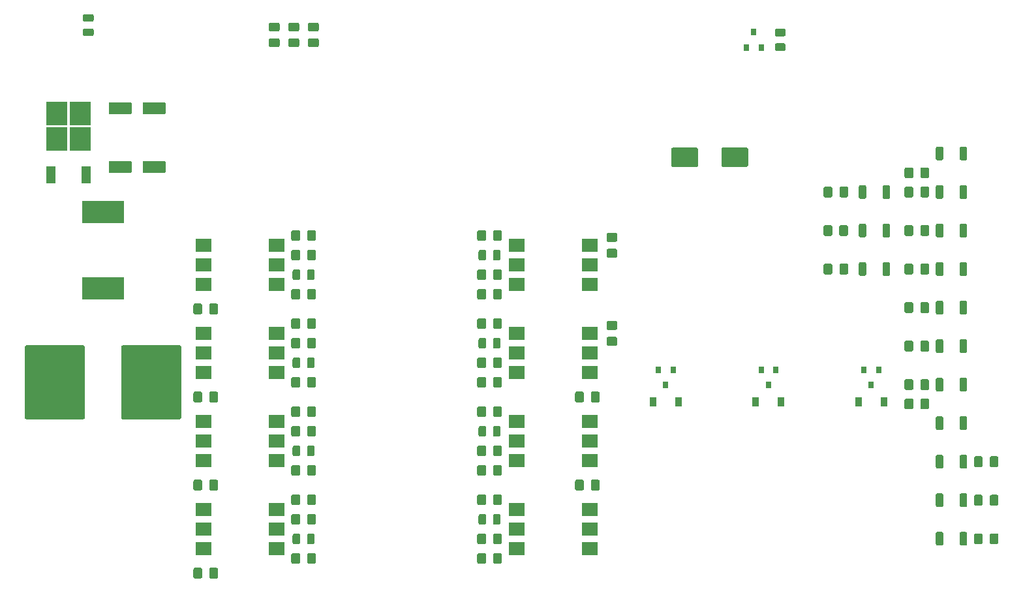
<source format=gbr>
G04 #@! TF.GenerationSoftware,KiCad,Pcbnew,(5.1.5-0-10_14)*
G04 #@! TF.CreationDate,2020-07-10T01:40:19-05:00*
G04 #@! TF.ProjectId,ClimateSprinklerController,436c696d-6174-4655-9370-72696e6b6c65,rev?*
G04 #@! TF.SameCoordinates,Original*
G04 #@! TF.FileFunction,Paste,Top*
G04 #@! TF.FilePolarity,Positive*
%FSLAX46Y46*%
G04 Gerber Fmt 4.6, Leading zero omitted, Abs format (unit mm)*
G04 Created by KiCad (PCBNEW (5.1.5-0-10_14)) date 2020-07-10 01:40:19*
%MOMM*%
%LPD*%
G04 APERTURE LIST*
%ADD10C,0.100000*%
%ADD11R,5.400000X2.900000*%
%ADD12R,2.000000X1.780000*%
%ADD13R,2.750000X3.050000*%
%ADD14R,1.200000X2.200000*%
%ADD15R,0.800000X0.900000*%
%ADD16R,0.900000X1.200000*%
G04 APERTURE END LIST*
D10*
G36*
X200824505Y-101801204D02*
G01*
X200848773Y-101804804D01*
X200872572Y-101810765D01*
X200895671Y-101819030D01*
X200917850Y-101829520D01*
X200938893Y-101842132D01*
X200958599Y-101856747D01*
X200976777Y-101873223D01*
X200993253Y-101891401D01*
X201007868Y-101911107D01*
X201020480Y-101932150D01*
X201030970Y-101954329D01*
X201039235Y-101977428D01*
X201045196Y-102001227D01*
X201048796Y-102025495D01*
X201050000Y-102049999D01*
X201050000Y-102950001D01*
X201048796Y-102974505D01*
X201045196Y-102998773D01*
X201039235Y-103022572D01*
X201030970Y-103045671D01*
X201020480Y-103067850D01*
X201007868Y-103088893D01*
X200993253Y-103108599D01*
X200976777Y-103126777D01*
X200958599Y-103143253D01*
X200938893Y-103157868D01*
X200917850Y-103170480D01*
X200895671Y-103180970D01*
X200872572Y-103189235D01*
X200848773Y-103195196D01*
X200824505Y-103198796D01*
X200800001Y-103200000D01*
X200149999Y-103200000D01*
X200125495Y-103198796D01*
X200101227Y-103195196D01*
X200077428Y-103189235D01*
X200054329Y-103180970D01*
X200032150Y-103170480D01*
X200011107Y-103157868D01*
X199991401Y-103143253D01*
X199973223Y-103126777D01*
X199956747Y-103108599D01*
X199942132Y-103088893D01*
X199929520Y-103067850D01*
X199919030Y-103045671D01*
X199910765Y-103022572D01*
X199904804Y-102998773D01*
X199901204Y-102974505D01*
X199900000Y-102950001D01*
X199900000Y-102049999D01*
X199901204Y-102025495D01*
X199904804Y-102001227D01*
X199910765Y-101977428D01*
X199919030Y-101954329D01*
X199929520Y-101932150D01*
X199942132Y-101911107D01*
X199956747Y-101891401D01*
X199973223Y-101873223D01*
X199991401Y-101856747D01*
X200011107Y-101842132D01*
X200032150Y-101829520D01*
X200054329Y-101819030D01*
X200077428Y-101810765D01*
X200101227Y-101804804D01*
X200125495Y-101801204D01*
X200149999Y-101800000D01*
X200800001Y-101800000D01*
X200824505Y-101801204D01*
G37*
G36*
X202874505Y-101801204D02*
G01*
X202898773Y-101804804D01*
X202922572Y-101810765D01*
X202945671Y-101819030D01*
X202967850Y-101829520D01*
X202988893Y-101842132D01*
X203008599Y-101856747D01*
X203026777Y-101873223D01*
X203043253Y-101891401D01*
X203057868Y-101911107D01*
X203070480Y-101932150D01*
X203080970Y-101954329D01*
X203089235Y-101977428D01*
X203095196Y-102001227D01*
X203098796Y-102025495D01*
X203100000Y-102049999D01*
X203100000Y-102950001D01*
X203098796Y-102974505D01*
X203095196Y-102998773D01*
X203089235Y-103022572D01*
X203080970Y-103045671D01*
X203070480Y-103067850D01*
X203057868Y-103088893D01*
X203043253Y-103108599D01*
X203026777Y-103126777D01*
X203008599Y-103143253D01*
X202988893Y-103157868D01*
X202967850Y-103170480D01*
X202945671Y-103180970D01*
X202922572Y-103189235D01*
X202898773Y-103195196D01*
X202874505Y-103198796D01*
X202850001Y-103200000D01*
X202199999Y-103200000D01*
X202175495Y-103198796D01*
X202151227Y-103195196D01*
X202127428Y-103189235D01*
X202104329Y-103180970D01*
X202082150Y-103170480D01*
X202061107Y-103157868D01*
X202041401Y-103143253D01*
X202023223Y-103126777D01*
X202006747Y-103108599D01*
X201992132Y-103088893D01*
X201979520Y-103067850D01*
X201969030Y-103045671D01*
X201960765Y-103022572D01*
X201954804Y-102998773D01*
X201951204Y-102974505D01*
X201950000Y-102950001D01*
X201950000Y-102049999D01*
X201951204Y-102025495D01*
X201954804Y-102001227D01*
X201960765Y-101977428D01*
X201969030Y-101954329D01*
X201979520Y-101932150D01*
X201992132Y-101911107D01*
X202006747Y-101891401D01*
X202023223Y-101873223D01*
X202041401Y-101856747D01*
X202061107Y-101842132D01*
X202082150Y-101829520D01*
X202104329Y-101819030D01*
X202127428Y-101810765D01*
X202151227Y-101804804D01*
X202175495Y-101801204D01*
X202199999Y-101800000D01*
X202850001Y-101800000D01*
X202874505Y-101801204D01*
G37*
G36*
X200824505Y-99301204D02*
G01*
X200848773Y-99304804D01*
X200872572Y-99310765D01*
X200895671Y-99319030D01*
X200917850Y-99329520D01*
X200938893Y-99342132D01*
X200958599Y-99356747D01*
X200976777Y-99373223D01*
X200993253Y-99391401D01*
X201007868Y-99411107D01*
X201020480Y-99432150D01*
X201030970Y-99454329D01*
X201039235Y-99477428D01*
X201045196Y-99501227D01*
X201048796Y-99525495D01*
X201050000Y-99549999D01*
X201050000Y-100450001D01*
X201048796Y-100474505D01*
X201045196Y-100498773D01*
X201039235Y-100522572D01*
X201030970Y-100545671D01*
X201020480Y-100567850D01*
X201007868Y-100588893D01*
X200993253Y-100608599D01*
X200976777Y-100626777D01*
X200958599Y-100643253D01*
X200938893Y-100657868D01*
X200917850Y-100670480D01*
X200895671Y-100680970D01*
X200872572Y-100689235D01*
X200848773Y-100695196D01*
X200824505Y-100698796D01*
X200800001Y-100700000D01*
X200149999Y-100700000D01*
X200125495Y-100698796D01*
X200101227Y-100695196D01*
X200077428Y-100689235D01*
X200054329Y-100680970D01*
X200032150Y-100670480D01*
X200011107Y-100657868D01*
X199991401Y-100643253D01*
X199973223Y-100626777D01*
X199956747Y-100608599D01*
X199942132Y-100588893D01*
X199929520Y-100567850D01*
X199919030Y-100545671D01*
X199910765Y-100522572D01*
X199904804Y-100498773D01*
X199901204Y-100474505D01*
X199900000Y-100450001D01*
X199900000Y-99549999D01*
X199901204Y-99525495D01*
X199904804Y-99501227D01*
X199910765Y-99477428D01*
X199919030Y-99454329D01*
X199929520Y-99432150D01*
X199942132Y-99411107D01*
X199956747Y-99391401D01*
X199973223Y-99373223D01*
X199991401Y-99356747D01*
X200011107Y-99342132D01*
X200032150Y-99329520D01*
X200054329Y-99319030D01*
X200077428Y-99310765D01*
X200101227Y-99304804D01*
X200125495Y-99301204D01*
X200149999Y-99300000D01*
X200800001Y-99300000D01*
X200824505Y-99301204D01*
G37*
G36*
X202874505Y-99301204D02*
G01*
X202898773Y-99304804D01*
X202922572Y-99310765D01*
X202945671Y-99319030D01*
X202967850Y-99329520D01*
X202988893Y-99342132D01*
X203008599Y-99356747D01*
X203026777Y-99373223D01*
X203043253Y-99391401D01*
X203057868Y-99411107D01*
X203070480Y-99432150D01*
X203080970Y-99454329D01*
X203089235Y-99477428D01*
X203095196Y-99501227D01*
X203098796Y-99525495D01*
X203100000Y-99549999D01*
X203100000Y-100450001D01*
X203098796Y-100474505D01*
X203095196Y-100498773D01*
X203089235Y-100522572D01*
X203080970Y-100545671D01*
X203070480Y-100567850D01*
X203057868Y-100588893D01*
X203043253Y-100608599D01*
X203026777Y-100626777D01*
X203008599Y-100643253D01*
X202988893Y-100657868D01*
X202967850Y-100670480D01*
X202945671Y-100680970D01*
X202922572Y-100689235D01*
X202898773Y-100695196D01*
X202874505Y-100698796D01*
X202850001Y-100700000D01*
X202199999Y-100700000D01*
X202175495Y-100698796D01*
X202151227Y-100695196D01*
X202127428Y-100689235D01*
X202104329Y-100680970D01*
X202082150Y-100670480D01*
X202061107Y-100657868D01*
X202041401Y-100643253D01*
X202023223Y-100626777D01*
X202006747Y-100608599D01*
X201992132Y-100588893D01*
X201979520Y-100567850D01*
X201969030Y-100545671D01*
X201960765Y-100522572D01*
X201954804Y-100498773D01*
X201951204Y-100474505D01*
X201950000Y-100450001D01*
X201950000Y-99549999D01*
X201951204Y-99525495D01*
X201954804Y-99501227D01*
X201960765Y-99477428D01*
X201969030Y-99454329D01*
X201979520Y-99432150D01*
X201992132Y-99411107D01*
X202006747Y-99391401D01*
X202023223Y-99373223D01*
X202041401Y-99356747D01*
X202061107Y-99342132D01*
X202082150Y-99329520D01*
X202104329Y-99319030D01*
X202127428Y-99310765D01*
X202151227Y-99304804D01*
X202175495Y-99301204D01*
X202199999Y-99300000D01*
X202850001Y-99300000D01*
X202874505Y-99301204D01*
G37*
G36*
X200824505Y-94301204D02*
G01*
X200848773Y-94304804D01*
X200872572Y-94310765D01*
X200895671Y-94319030D01*
X200917850Y-94329520D01*
X200938893Y-94342132D01*
X200958599Y-94356747D01*
X200976777Y-94373223D01*
X200993253Y-94391401D01*
X201007868Y-94411107D01*
X201020480Y-94432150D01*
X201030970Y-94454329D01*
X201039235Y-94477428D01*
X201045196Y-94501227D01*
X201048796Y-94525495D01*
X201050000Y-94549999D01*
X201050000Y-95450001D01*
X201048796Y-95474505D01*
X201045196Y-95498773D01*
X201039235Y-95522572D01*
X201030970Y-95545671D01*
X201020480Y-95567850D01*
X201007868Y-95588893D01*
X200993253Y-95608599D01*
X200976777Y-95626777D01*
X200958599Y-95643253D01*
X200938893Y-95657868D01*
X200917850Y-95670480D01*
X200895671Y-95680970D01*
X200872572Y-95689235D01*
X200848773Y-95695196D01*
X200824505Y-95698796D01*
X200800001Y-95700000D01*
X200149999Y-95700000D01*
X200125495Y-95698796D01*
X200101227Y-95695196D01*
X200077428Y-95689235D01*
X200054329Y-95680970D01*
X200032150Y-95670480D01*
X200011107Y-95657868D01*
X199991401Y-95643253D01*
X199973223Y-95626777D01*
X199956747Y-95608599D01*
X199942132Y-95588893D01*
X199929520Y-95567850D01*
X199919030Y-95545671D01*
X199910765Y-95522572D01*
X199904804Y-95498773D01*
X199901204Y-95474505D01*
X199900000Y-95450001D01*
X199900000Y-94549999D01*
X199901204Y-94525495D01*
X199904804Y-94501227D01*
X199910765Y-94477428D01*
X199919030Y-94454329D01*
X199929520Y-94432150D01*
X199942132Y-94411107D01*
X199956747Y-94391401D01*
X199973223Y-94373223D01*
X199991401Y-94356747D01*
X200011107Y-94342132D01*
X200032150Y-94329520D01*
X200054329Y-94319030D01*
X200077428Y-94310765D01*
X200101227Y-94304804D01*
X200125495Y-94301204D01*
X200149999Y-94300000D01*
X200800001Y-94300000D01*
X200824505Y-94301204D01*
G37*
G36*
X202874505Y-94301204D02*
G01*
X202898773Y-94304804D01*
X202922572Y-94310765D01*
X202945671Y-94319030D01*
X202967850Y-94329520D01*
X202988893Y-94342132D01*
X203008599Y-94356747D01*
X203026777Y-94373223D01*
X203043253Y-94391401D01*
X203057868Y-94411107D01*
X203070480Y-94432150D01*
X203080970Y-94454329D01*
X203089235Y-94477428D01*
X203095196Y-94501227D01*
X203098796Y-94525495D01*
X203100000Y-94549999D01*
X203100000Y-95450001D01*
X203098796Y-95474505D01*
X203095196Y-95498773D01*
X203089235Y-95522572D01*
X203080970Y-95545671D01*
X203070480Y-95567850D01*
X203057868Y-95588893D01*
X203043253Y-95608599D01*
X203026777Y-95626777D01*
X203008599Y-95643253D01*
X202988893Y-95657868D01*
X202967850Y-95670480D01*
X202945671Y-95680970D01*
X202922572Y-95689235D01*
X202898773Y-95695196D01*
X202874505Y-95698796D01*
X202850001Y-95700000D01*
X202199999Y-95700000D01*
X202175495Y-95698796D01*
X202151227Y-95695196D01*
X202127428Y-95689235D01*
X202104329Y-95680970D01*
X202082150Y-95670480D01*
X202061107Y-95657868D01*
X202041401Y-95643253D01*
X202023223Y-95626777D01*
X202006747Y-95608599D01*
X201992132Y-95588893D01*
X201979520Y-95567850D01*
X201969030Y-95545671D01*
X201960765Y-95522572D01*
X201954804Y-95498773D01*
X201951204Y-95474505D01*
X201950000Y-95450001D01*
X201950000Y-94549999D01*
X201951204Y-94525495D01*
X201954804Y-94501227D01*
X201960765Y-94477428D01*
X201969030Y-94454329D01*
X201979520Y-94432150D01*
X201992132Y-94411107D01*
X202006747Y-94391401D01*
X202023223Y-94373223D01*
X202041401Y-94356747D01*
X202061107Y-94342132D01*
X202082150Y-94329520D01*
X202104329Y-94319030D01*
X202127428Y-94310765D01*
X202151227Y-94304804D01*
X202175495Y-94301204D01*
X202199999Y-94300000D01*
X202850001Y-94300000D01*
X202874505Y-94301204D01*
G37*
G36*
X200824505Y-89301204D02*
G01*
X200848773Y-89304804D01*
X200872572Y-89310765D01*
X200895671Y-89319030D01*
X200917850Y-89329520D01*
X200938893Y-89342132D01*
X200958599Y-89356747D01*
X200976777Y-89373223D01*
X200993253Y-89391401D01*
X201007868Y-89411107D01*
X201020480Y-89432150D01*
X201030970Y-89454329D01*
X201039235Y-89477428D01*
X201045196Y-89501227D01*
X201048796Y-89525495D01*
X201050000Y-89549999D01*
X201050000Y-90450001D01*
X201048796Y-90474505D01*
X201045196Y-90498773D01*
X201039235Y-90522572D01*
X201030970Y-90545671D01*
X201020480Y-90567850D01*
X201007868Y-90588893D01*
X200993253Y-90608599D01*
X200976777Y-90626777D01*
X200958599Y-90643253D01*
X200938893Y-90657868D01*
X200917850Y-90670480D01*
X200895671Y-90680970D01*
X200872572Y-90689235D01*
X200848773Y-90695196D01*
X200824505Y-90698796D01*
X200800001Y-90700000D01*
X200149999Y-90700000D01*
X200125495Y-90698796D01*
X200101227Y-90695196D01*
X200077428Y-90689235D01*
X200054329Y-90680970D01*
X200032150Y-90670480D01*
X200011107Y-90657868D01*
X199991401Y-90643253D01*
X199973223Y-90626777D01*
X199956747Y-90608599D01*
X199942132Y-90588893D01*
X199929520Y-90567850D01*
X199919030Y-90545671D01*
X199910765Y-90522572D01*
X199904804Y-90498773D01*
X199901204Y-90474505D01*
X199900000Y-90450001D01*
X199900000Y-89549999D01*
X199901204Y-89525495D01*
X199904804Y-89501227D01*
X199910765Y-89477428D01*
X199919030Y-89454329D01*
X199929520Y-89432150D01*
X199942132Y-89411107D01*
X199956747Y-89391401D01*
X199973223Y-89373223D01*
X199991401Y-89356747D01*
X200011107Y-89342132D01*
X200032150Y-89329520D01*
X200054329Y-89319030D01*
X200077428Y-89310765D01*
X200101227Y-89304804D01*
X200125495Y-89301204D01*
X200149999Y-89300000D01*
X200800001Y-89300000D01*
X200824505Y-89301204D01*
G37*
G36*
X202874505Y-89301204D02*
G01*
X202898773Y-89304804D01*
X202922572Y-89310765D01*
X202945671Y-89319030D01*
X202967850Y-89329520D01*
X202988893Y-89342132D01*
X203008599Y-89356747D01*
X203026777Y-89373223D01*
X203043253Y-89391401D01*
X203057868Y-89411107D01*
X203070480Y-89432150D01*
X203080970Y-89454329D01*
X203089235Y-89477428D01*
X203095196Y-89501227D01*
X203098796Y-89525495D01*
X203100000Y-89549999D01*
X203100000Y-90450001D01*
X203098796Y-90474505D01*
X203095196Y-90498773D01*
X203089235Y-90522572D01*
X203080970Y-90545671D01*
X203070480Y-90567850D01*
X203057868Y-90588893D01*
X203043253Y-90608599D01*
X203026777Y-90626777D01*
X203008599Y-90643253D01*
X202988893Y-90657868D01*
X202967850Y-90670480D01*
X202945671Y-90680970D01*
X202922572Y-90689235D01*
X202898773Y-90695196D01*
X202874505Y-90698796D01*
X202850001Y-90700000D01*
X202199999Y-90700000D01*
X202175495Y-90698796D01*
X202151227Y-90695196D01*
X202127428Y-90689235D01*
X202104329Y-90680970D01*
X202082150Y-90670480D01*
X202061107Y-90657868D01*
X202041401Y-90643253D01*
X202023223Y-90626777D01*
X202006747Y-90608599D01*
X201992132Y-90588893D01*
X201979520Y-90567850D01*
X201969030Y-90545671D01*
X201960765Y-90522572D01*
X201954804Y-90498773D01*
X201951204Y-90474505D01*
X201950000Y-90450001D01*
X201950000Y-89549999D01*
X201951204Y-89525495D01*
X201954804Y-89501227D01*
X201960765Y-89477428D01*
X201969030Y-89454329D01*
X201979520Y-89432150D01*
X201992132Y-89411107D01*
X202006747Y-89391401D01*
X202023223Y-89373223D01*
X202041401Y-89356747D01*
X202061107Y-89342132D01*
X202082150Y-89329520D01*
X202104329Y-89319030D01*
X202127428Y-89310765D01*
X202151227Y-89304804D01*
X202175495Y-89301204D01*
X202199999Y-89300000D01*
X202850001Y-89300000D01*
X202874505Y-89301204D01*
G37*
G36*
X200824505Y-84301204D02*
G01*
X200848773Y-84304804D01*
X200872572Y-84310765D01*
X200895671Y-84319030D01*
X200917850Y-84329520D01*
X200938893Y-84342132D01*
X200958599Y-84356747D01*
X200976777Y-84373223D01*
X200993253Y-84391401D01*
X201007868Y-84411107D01*
X201020480Y-84432150D01*
X201030970Y-84454329D01*
X201039235Y-84477428D01*
X201045196Y-84501227D01*
X201048796Y-84525495D01*
X201050000Y-84549999D01*
X201050000Y-85450001D01*
X201048796Y-85474505D01*
X201045196Y-85498773D01*
X201039235Y-85522572D01*
X201030970Y-85545671D01*
X201020480Y-85567850D01*
X201007868Y-85588893D01*
X200993253Y-85608599D01*
X200976777Y-85626777D01*
X200958599Y-85643253D01*
X200938893Y-85657868D01*
X200917850Y-85670480D01*
X200895671Y-85680970D01*
X200872572Y-85689235D01*
X200848773Y-85695196D01*
X200824505Y-85698796D01*
X200800001Y-85700000D01*
X200149999Y-85700000D01*
X200125495Y-85698796D01*
X200101227Y-85695196D01*
X200077428Y-85689235D01*
X200054329Y-85680970D01*
X200032150Y-85670480D01*
X200011107Y-85657868D01*
X199991401Y-85643253D01*
X199973223Y-85626777D01*
X199956747Y-85608599D01*
X199942132Y-85588893D01*
X199929520Y-85567850D01*
X199919030Y-85545671D01*
X199910765Y-85522572D01*
X199904804Y-85498773D01*
X199901204Y-85474505D01*
X199900000Y-85450001D01*
X199900000Y-84549999D01*
X199901204Y-84525495D01*
X199904804Y-84501227D01*
X199910765Y-84477428D01*
X199919030Y-84454329D01*
X199929520Y-84432150D01*
X199942132Y-84411107D01*
X199956747Y-84391401D01*
X199973223Y-84373223D01*
X199991401Y-84356747D01*
X200011107Y-84342132D01*
X200032150Y-84329520D01*
X200054329Y-84319030D01*
X200077428Y-84310765D01*
X200101227Y-84304804D01*
X200125495Y-84301204D01*
X200149999Y-84300000D01*
X200800001Y-84300000D01*
X200824505Y-84301204D01*
G37*
G36*
X202874505Y-84301204D02*
G01*
X202898773Y-84304804D01*
X202922572Y-84310765D01*
X202945671Y-84319030D01*
X202967850Y-84329520D01*
X202988893Y-84342132D01*
X203008599Y-84356747D01*
X203026777Y-84373223D01*
X203043253Y-84391401D01*
X203057868Y-84411107D01*
X203070480Y-84432150D01*
X203080970Y-84454329D01*
X203089235Y-84477428D01*
X203095196Y-84501227D01*
X203098796Y-84525495D01*
X203100000Y-84549999D01*
X203100000Y-85450001D01*
X203098796Y-85474505D01*
X203095196Y-85498773D01*
X203089235Y-85522572D01*
X203080970Y-85545671D01*
X203070480Y-85567850D01*
X203057868Y-85588893D01*
X203043253Y-85608599D01*
X203026777Y-85626777D01*
X203008599Y-85643253D01*
X202988893Y-85657868D01*
X202967850Y-85670480D01*
X202945671Y-85680970D01*
X202922572Y-85689235D01*
X202898773Y-85695196D01*
X202874505Y-85698796D01*
X202850001Y-85700000D01*
X202199999Y-85700000D01*
X202175495Y-85698796D01*
X202151227Y-85695196D01*
X202127428Y-85689235D01*
X202104329Y-85680970D01*
X202082150Y-85670480D01*
X202061107Y-85657868D01*
X202041401Y-85643253D01*
X202023223Y-85626777D01*
X202006747Y-85608599D01*
X201992132Y-85588893D01*
X201979520Y-85567850D01*
X201969030Y-85545671D01*
X201960765Y-85522572D01*
X201954804Y-85498773D01*
X201951204Y-85474505D01*
X201950000Y-85450001D01*
X201950000Y-84549999D01*
X201951204Y-84525495D01*
X201954804Y-84501227D01*
X201960765Y-84477428D01*
X201969030Y-84454329D01*
X201979520Y-84432150D01*
X201992132Y-84411107D01*
X202006747Y-84391401D01*
X202023223Y-84373223D01*
X202041401Y-84356747D01*
X202061107Y-84342132D01*
X202082150Y-84329520D01*
X202104329Y-84319030D01*
X202127428Y-84310765D01*
X202151227Y-84304804D01*
X202175495Y-84301204D01*
X202199999Y-84300000D01*
X202850001Y-84300000D01*
X202874505Y-84301204D01*
G37*
G36*
X200824505Y-79301204D02*
G01*
X200848773Y-79304804D01*
X200872572Y-79310765D01*
X200895671Y-79319030D01*
X200917850Y-79329520D01*
X200938893Y-79342132D01*
X200958599Y-79356747D01*
X200976777Y-79373223D01*
X200993253Y-79391401D01*
X201007868Y-79411107D01*
X201020480Y-79432150D01*
X201030970Y-79454329D01*
X201039235Y-79477428D01*
X201045196Y-79501227D01*
X201048796Y-79525495D01*
X201050000Y-79549999D01*
X201050000Y-80450001D01*
X201048796Y-80474505D01*
X201045196Y-80498773D01*
X201039235Y-80522572D01*
X201030970Y-80545671D01*
X201020480Y-80567850D01*
X201007868Y-80588893D01*
X200993253Y-80608599D01*
X200976777Y-80626777D01*
X200958599Y-80643253D01*
X200938893Y-80657868D01*
X200917850Y-80670480D01*
X200895671Y-80680970D01*
X200872572Y-80689235D01*
X200848773Y-80695196D01*
X200824505Y-80698796D01*
X200800001Y-80700000D01*
X200149999Y-80700000D01*
X200125495Y-80698796D01*
X200101227Y-80695196D01*
X200077428Y-80689235D01*
X200054329Y-80680970D01*
X200032150Y-80670480D01*
X200011107Y-80657868D01*
X199991401Y-80643253D01*
X199973223Y-80626777D01*
X199956747Y-80608599D01*
X199942132Y-80588893D01*
X199929520Y-80567850D01*
X199919030Y-80545671D01*
X199910765Y-80522572D01*
X199904804Y-80498773D01*
X199901204Y-80474505D01*
X199900000Y-80450001D01*
X199900000Y-79549999D01*
X199901204Y-79525495D01*
X199904804Y-79501227D01*
X199910765Y-79477428D01*
X199919030Y-79454329D01*
X199929520Y-79432150D01*
X199942132Y-79411107D01*
X199956747Y-79391401D01*
X199973223Y-79373223D01*
X199991401Y-79356747D01*
X200011107Y-79342132D01*
X200032150Y-79329520D01*
X200054329Y-79319030D01*
X200077428Y-79310765D01*
X200101227Y-79304804D01*
X200125495Y-79301204D01*
X200149999Y-79300000D01*
X200800001Y-79300000D01*
X200824505Y-79301204D01*
G37*
G36*
X202874505Y-79301204D02*
G01*
X202898773Y-79304804D01*
X202922572Y-79310765D01*
X202945671Y-79319030D01*
X202967850Y-79329520D01*
X202988893Y-79342132D01*
X203008599Y-79356747D01*
X203026777Y-79373223D01*
X203043253Y-79391401D01*
X203057868Y-79411107D01*
X203070480Y-79432150D01*
X203080970Y-79454329D01*
X203089235Y-79477428D01*
X203095196Y-79501227D01*
X203098796Y-79525495D01*
X203100000Y-79549999D01*
X203100000Y-80450001D01*
X203098796Y-80474505D01*
X203095196Y-80498773D01*
X203089235Y-80522572D01*
X203080970Y-80545671D01*
X203070480Y-80567850D01*
X203057868Y-80588893D01*
X203043253Y-80608599D01*
X203026777Y-80626777D01*
X203008599Y-80643253D01*
X202988893Y-80657868D01*
X202967850Y-80670480D01*
X202945671Y-80680970D01*
X202922572Y-80689235D01*
X202898773Y-80695196D01*
X202874505Y-80698796D01*
X202850001Y-80700000D01*
X202199999Y-80700000D01*
X202175495Y-80698796D01*
X202151227Y-80695196D01*
X202127428Y-80689235D01*
X202104329Y-80680970D01*
X202082150Y-80670480D01*
X202061107Y-80657868D01*
X202041401Y-80643253D01*
X202023223Y-80626777D01*
X202006747Y-80608599D01*
X201992132Y-80588893D01*
X201979520Y-80567850D01*
X201969030Y-80545671D01*
X201960765Y-80522572D01*
X201954804Y-80498773D01*
X201951204Y-80474505D01*
X201950000Y-80450001D01*
X201950000Y-79549999D01*
X201951204Y-79525495D01*
X201954804Y-79501227D01*
X201960765Y-79477428D01*
X201969030Y-79454329D01*
X201979520Y-79432150D01*
X201992132Y-79411107D01*
X202006747Y-79391401D01*
X202023223Y-79373223D01*
X202041401Y-79356747D01*
X202061107Y-79342132D01*
X202082150Y-79329520D01*
X202104329Y-79319030D01*
X202127428Y-79310765D01*
X202151227Y-79304804D01*
X202175495Y-79301204D01*
X202199999Y-79300000D01*
X202850001Y-79300000D01*
X202874505Y-79301204D01*
G37*
G36*
X200824505Y-74301204D02*
G01*
X200848773Y-74304804D01*
X200872572Y-74310765D01*
X200895671Y-74319030D01*
X200917850Y-74329520D01*
X200938893Y-74342132D01*
X200958599Y-74356747D01*
X200976777Y-74373223D01*
X200993253Y-74391401D01*
X201007868Y-74411107D01*
X201020480Y-74432150D01*
X201030970Y-74454329D01*
X201039235Y-74477428D01*
X201045196Y-74501227D01*
X201048796Y-74525495D01*
X201050000Y-74549999D01*
X201050000Y-75450001D01*
X201048796Y-75474505D01*
X201045196Y-75498773D01*
X201039235Y-75522572D01*
X201030970Y-75545671D01*
X201020480Y-75567850D01*
X201007868Y-75588893D01*
X200993253Y-75608599D01*
X200976777Y-75626777D01*
X200958599Y-75643253D01*
X200938893Y-75657868D01*
X200917850Y-75670480D01*
X200895671Y-75680970D01*
X200872572Y-75689235D01*
X200848773Y-75695196D01*
X200824505Y-75698796D01*
X200800001Y-75700000D01*
X200149999Y-75700000D01*
X200125495Y-75698796D01*
X200101227Y-75695196D01*
X200077428Y-75689235D01*
X200054329Y-75680970D01*
X200032150Y-75670480D01*
X200011107Y-75657868D01*
X199991401Y-75643253D01*
X199973223Y-75626777D01*
X199956747Y-75608599D01*
X199942132Y-75588893D01*
X199929520Y-75567850D01*
X199919030Y-75545671D01*
X199910765Y-75522572D01*
X199904804Y-75498773D01*
X199901204Y-75474505D01*
X199900000Y-75450001D01*
X199900000Y-74549999D01*
X199901204Y-74525495D01*
X199904804Y-74501227D01*
X199910765Y-74477428D01*
X199919030Y-74454329D01*
X199929520Y-74432150D01*
X199942132Y-74411107D01*
X199956747Y-74391401D01*
X199973223Y-74373223D01*
X199991401Y-74356747D01*
X200011107Y-74342132D01*
X200032150Y-74329520D01*
X200054329Y-74319030D01*
X200077428Y-74310765D01*
X200101227Y-74304804D01*
X200125495Y-74301204D01*
X200149999Y-74300000D01*
X200800001Y-74300000D01*
X200824505Y-74301204D01*
G37*
G36*
X202874505Y-74301204D02*
G01*
X202898773Y-74304804D01*
X202922572Y-74310765D01*
X202945671Y-74319030D01*
X202967850Y-74329520D01*
X202988893Y-74342132D01*
X203008599Y-74356747D01*
X203026777Y-74373223D01*
X203043253Y-74391401D01*
X203057868Y-74411107D01*
X203070480Y-74432150D01*
X203080970Y-74454329D01*
X203089235Y-74477428D01*
X203095196Y-74501227D01*
X203098796Y-74525495D01*
X203100000Y-74549999D01*
X203100000Y-75450001D01*
X203098796Y-75474505D01*
X203095196Y-75498773D01*
X203089235Y-75522572D01*
X203080970Y-75545671D01*
X203070480Y-75567850D01*
X203057868Y-75588893D01*
X203043253Y-75608599D01*
X203026777Y-75626777D01*
X203008599Y-75643253D01*
X202988893Y-75657868D01*
X202967850Y-75670480D01*
X202945671Y-75680970D01*
X202922572Y-75689235D01*
X202898773Y-75695196D01*
X202874505Y-75698796D01*
X202850001Y-75700000D01*
X202199999Y-75700000D01*
X202175495Y-75698796D01*
X202151227Y-75695196D01*
X202127428Y-75689235D01*
X202104329Y-75680970D01*
X202082150Y-75670480D01*
X202061107Y-75657868D01*
X202041401Y-75643253D01*
X202023223Y-75626777D01*
X202006747Y-75608599D01*
X201992132Y-75588893D01*
X201979520Y-75567850D01*
X201969030Y-75545671D01*
X201960765Y-75522572D01*
X201954804Y-75498773D01*
X201951204Y-75474505D01*
X201950000Y-75450001D01*
X201950000Y-74549999D01*
X201951204Y-74525495D01*
X201954804Y-74501227D01*
X201960765Y-74477428D01*
X201969030Y-74454329D01*
X201979520Y-74432150D01*
X201992132Y-74411107D01*
X202006747Y-74391401D01*
X202023223Y-74373223D01*
X202041401Y-74356747D01*
X202061107Y-74342132D01*
X202082150Y-74329520D01*
X202104329Y-74319030D01*
X202127428Y-74310765D01*
X202151227Y-74304804D01*
X202175495Y-74301204D01*
X202199999Y-74300000D01*
X202850001Y-74300000D01*
X202874505Y-74301204D01*
G37*
G36*
X200824505Y-71801204D02*
G01*
X200848773Y-71804804D01*
X200872572Y-71810765D01*
X200895671Y-71819030D01*
X200917850Y-71829520D01*
X200938893Y-71842132D01*
X200958599Y-71856747D01*
X200976777Y-71873223D01*
X200993253Y-71891401D01*
X201007868Y-71911107D01*
X201020480Y-71932150D01*
X201030970Y-71954329D01*
X201039235Y-71977428D01*
X201045196Y-72001227D01*
X201048796Y-72025495D01*
X201050000Y-72049999D01*
X201050000Y-72950001D01*
X201048796Y-72974505D01*
X201045196Y-72998773D01*
X201039235Y-73022572D01*
X201030970Y-73045671D01*
X201020480Y-73067850D01*
X201007868Y-73088893D01*
X200993253Y-73108599D01*
X200976777Y-73126777D01*
X200958599Y-73143253D01*
X200938893Y-73157868D01*
X200917850Y-73170480D01*
X200895671Y-73180970D01*
X200872572Y-73189235D01*
X200848773Y-73195196D01*
X200824505Y-73198796D01*
X200800001Y-73200000D01*
X200149999Y-73200000D01*
X200125495Y-73198796D01*
X200101227Y-73195196D01*
X200077428Y-73189235D01*
X200054329Y-73180970D01*
X200032150Y-73170480D01*
X200011107Y-73157868D01*
X199991401Y-73143253D01*
X199973223Y-73126777D01*
X199956747Y-73108599D01*
X199942132Y-73088893D01*
X199929520Y-73067850D01*
X199919030Y-73045671D01*
X199910765Y-73022572D01*
X199904804Y-72998773D01*
X199901204Y-72974505D01*
X199900000Y-72950001D01*
X199900000Y-72049999D01*
X199901204Y-72025495D01*
X199904804Y-72001227D01*
X199910765Y-71977428D01*
X199919030Y-71954329D01*
X199929520Y-71932150D01*
X199942132Y-71911107D01*
X199956747Y-71891401D01*
X199973223Y-71873223D01*
X199991401Y-71856747D01*
X200011107Y-71842132D01*
X200032150Y-71829520D01*
X200054329Y-71819030D01*
X200077428Y-71810765D01*
X200101227Y-71804804D01*
X200125495Y-71801204D01*
X200149999Y-71800000D01*
X200800001Y-71800000D01*
X200824505Y-71801204D01*
G37*
G36*
X202874505Y-71801204D02*
G01*
X202898773Y-71804804D01*
X202922572Y-71810765D01*
X202945671Y-71819030D01*
X202967850Y-71829520D01*
X202988893Y-71842132D01*
X203008599Y-71856747D01*
X203026777Y-71873223D01*
X203043253Y-71891401D01*
X203057868Y-71911107D01*
X203070480Y-71932150D01*
X203080970Y-71954329D01*
X203089235Y-71977428D01*
X203095196Y-72001227D01*
X203098796Y-72025495D01*
X203100000Y-72049999D01*
X203100000Y-72950001D01*
X203098796Y-72974505D01*
X203095196Y-72998773D01*
X203089235Y-73022572D01*
X203080970Y-73045671D01*
X203070480Y-73067850D01*
X203057868Y-73088893D01*
X203043253Y-73108599D01*
X203026777Y-73126777D01*
X203008599Y-73143253D01*
X202988893Y-73157868D01*
X202967850Y-73170480D01*
X202945671Y-73180970D01*
X202922572Y-73189235D01*
X202898773Y-73195196D01*
X202874505Y-73198796D01*
X202850001Y-73200000D01*
X202199999Y-73200000D01*
X202175495Y-73198796D01*
X202151227Y-73195196D01*
X202127428Y-73189235D01*
X202104329Y-73180970D01*
X202082150Y-73170480D01*
X202061107Y-73157868D01*
X202041401Y-73143253D01*
X202023223Y-73126777D01*
X202006747Y-73108599D01*
X201992132Y-73088893D01*
X201979520Y-73067850D01*
X201969030Y-73045671D01*
X201960765Y-73022572D01*
X201954804Y-72998773D01*
X201951204Y-72974505D01*
X201950000Y-72950001D01*
X201950000Y-72049999D01*
X201951204Y-72025495D01*
X201954804Y-72001227D01*
X201960765Y-71977428D01*
X201969030Y-71954329D01*
X201979520Y-71932150D01*
X201992132Y-71911107D01*
X202006747Y-71891401D01*
X202023223Y-71873223D01*
X202041401Y-71856747D01*
X202061107Y-71842132D01*
X202082150Y-71829520D01*
X202104329Y-71819030D01*
X202127428Y-71810765D01*
X202151227Y-71804804D01*
X202175495Y-71801204D01*
X202199999Y-71800000D01*
X202850001Y-71800000D01*
X202874505Y-71801204D01*
G37*
D11*
X95885000Y-87500000D03*
X95885000Y-77600000D03*
D10*
G36*
X123664505Y-55061204D02*
G01*
X123688773Y-55064804D01*
X123712572Y-55070765D01*
X123735671Y-55079030D01*
X123757850Y-55089520D01*
X123778893Y-55102132D01*
X123798599Y-55116747D01*
X123816777Y-55133223D01*
X123833253Y-55151401D01*
X123847868Y-55171107D01*
X123860480Y-55192150D01*
X123870970Y-55214329D01*
X123879235Y-55237428D01*
X123885196Y-55261227D01*
X123888796Y-55285495D01*
X123890000Y-55309999D01*
X123890000Y-55960001D01*
X123888796Y-55984505D01*
X123885196Y-56008773D01*
X123879235Y-56032572D01*
X123870970Y-56055671D01*
X123860480Y-56077850D01*
X123847868Y-56098893D01*
X123833253Y-56118599D01*
X123816777Y-56136777D01*
X123798599Y-56153253D01*
X123778893Y-56167868D01*
X123757850Y-56180480D01*
X123735671Y-56190970D01*
X123712572Y-56199235D01*
X123688773Y-56205196D01*
X123664505Y-56208796D01*
X123640001Y-56210000D01*
X122739999Y-56210000D01*
X122715495Y-56208796D01*
X122691227Y-56205196D01*
X122667428Y-56199235D01*
X122644329Y-56190970D01*
X122622150Y-56180480D01*
X122601107Y-56167868D01*
X122581401Y-56153253D01*
X122563223Y-56136777D01*
X122546747Y-56118599D01*
X122532132Y-56098893D01*
X122519520Y-56077850D01*
X122509030Y-56055671D01*
X122500765Y-56032572D01*
X122494804Y-56008773D01*
X122491204Y-55984505D01*
X122490000Y-55960001D01*
X122490000Y-55309999D01*
X122491204Y-55285495D01*
X122494804Y-55261227D01*
X122500765Y-55237428D01*
X122509030Y-55214329D01*
X122519520Y-55192150D01*
X122532132Y-55171107D01*
X122546747Y-55151401D01*
X122563223Y-55133223D01*
X122581401Y-55116747D01*
X122601107Y-55102132D01*
X122622150Y-55089520D01*
X122644329Y-55079030D01*
X122667428Y-55070765D01*
X122691227Y-55064804D01*
X122715495Y-55061204D01*
X122739999Y-55060000D01*
X123640001Y-55060000D01*
X123664505Y-55061204D01*
G37*
G36*
X123664505Y-53011204D02*
G01*
X123688773Y-53014804D01*
X123712572Y-53020765D01*
X123735671Y-53029030D01*
X123757850Y-53039520D01*
X123778893Y-53052132D01*
X123798599Y-53066747D01*
X123816777Y-53083223D01*
X123833253Y-53101401D01*
X123847868Y-53121107D01*
X123860480Y-53142150D01*
X123870970Y-53164329D01*
X123879235Y-53187428D01*
X123885196Y-53211227D01*
X123888796Y-53235495D01*
X123890000Y-53259999D01*
X123890000Y-53910001D01*
X123888796Y-53934505D01*
X123885196Y-53958773D01*
X123879235Y-53982572D01*
X123870970Y-54005671D01*
X123860480Y-54027850D01*
X123847868Y-54048893D01*
X123833253Y-54068599D01*
X123816777Y-54086777D01*
X123798599Y-54103253D01*
X123778893Y-54117868D01*
X123757850Y-54130480D01*
X123735671Y-54140970D01*
X123712572Y-54149235D01*
X123688773Y-54155196D01*
X123664505Y-54158796D01*
X123640001Y-54160000D01*
X122739999Y-54160000D01*
X122715495Y-54158796D01*
X122691227Y-54155196D01*
X122667428Y-54149235D01*
X122644329Y-54140970D01*
X122622150Y-54130480D01*
X122601107Y-54117868D01*
X122581401Y-54103253D01*
X122563223Y-54086777D01*
X122546747Y-54068599D01*
X122532132Y-54048893D01*
X122519520Y-54027850D01*
X122509030Y-54005671D01*
X122500765Y-53982572D01*
X122494804Y-53958773D01*
X122491204Y-53934505D01*
X122490000Y-53910001D01*
X122490000Y-53259999D01*
X122491204Y-53235495D01*
X122494804Y-53211227D01*
X122500765Y-53187428D01*
X122509030Y-53164329D01*
X122519520Y-53142150D01*
X122532132Y-53121107D01*
X122546747Y-53101401D01*
X122563223Y-53083223D01*
X122581401Y-53066747D01*
X122601107Y-53052132D01*
X122622150Y-53039520D01*
X122644329Y-53029030D01*
X122667428Y-53020765D01*
X122691227Y-53014804D01*
X122715495Y-53011204D01*
X122739999Y-53010000D01*
X123640001Y-53010000D01*
X123664505Y-53011204D01*
G37*
G36*
X94460142Y-53791174D02*
G01*
X94483803Y-53794684D01*
X94507007Y-53800496D01*
X94529529Y-53808554D01*
X94551153Y-53818782D01*
X94571670Y-53831079D01*
X94590883Y-53845329D01*
X94608607Y-53861393D01*
X94624671Y-53879117D01*
X94638921Y-53898330D01*
X94651218Y-53918847D01*
X94661446Y-53940471D01*
X94669504Y-53962993D01*
X94675316Y-53986197D01*
X94678826Y-54009858D01*
X94680000Y-54033750D01*
X94680000Y-54521250D01*
X94678826Y-54545142D01*
X94675316Y-54568803D01*
X94669504Y-54592007D01*
X94661446Y-54614529D01*
X94651218Y-54636153D01*
X94638921Y-54656670D01*
X94624671Y-54675883D01*
X94608607Y-54693607D01*
X94590883Y-54709671D01*
X94571670Y-54723921D01*
X94551153Y-54736218D01*
X94529529Y-54746446D01*
X94507007Y-54754504D01*
X94483803Y-54760316D01*
X94460142Y-54763826D01*
X94436250Y-54765000D01*
X93523750Y-54765000D01*
X93499858Y-54763826D01*
X93476197Y-54760316D01*
X93452993Y-54754504D01*
X93430471Y-54746446D01*
X93408847Y-54736218D01*
X93388330Y-54723921D01*
X93369117Y-54709671D01*
X93351393Y-54693607D01*
X93335329Y-54675883D01*
X93321079Y-54656670D01*
X93308782Y-54636153D01*
X93298554Y-54614529D01*
X93290496Y-54592007D01*
X93284684Y-54568803D01*
X93281174Y-54545142D01*
X93280000Y-54521250D01*
X93280000Y-54033750D01*
X93281174Y-54009858D01*
X93284684Y-53986197D01*
X93290496Y-53962993D01*
X93298554Y-53940471D01*
X93308782Y-53918847D01*
X93321079Y-53898330D01*
X93335329Y-53879117D01*
X93351393Y-53861393D01*
X93369117Y-53845329D01*
X93388330Y-53831079D01*
X93408847Y-53818782D01*
X93430471Y-53808554D01*
X93452993Y-53800496D01*
X93476197Y-53794684D01*
X93499858Y-53791174D01*
X93523750Y-53790000D01*
X94436250Y-53790000D01*
X94460142Y-53791174D01*
G37*
G36*
X94460142Y-51916174D02*
G01*
X94483803Y-51919684D01*
X94507007Y-51925496D01*
X94529529Y-51933554D01*
X94551153Y-51943782D01*
X94571670Y-51956079D01*
X94590883Y-51970329D01*
X94608607Y-51986393D01*
X94624671Y-52004117D01*
X94638921Y-52023330D01*
X94651218Y-52043847D01*
X94661446Y-52065471D01*
X94669504Y-52087993D01*
X94675316Y-52111197D01*
X94678826Y-52134858D01*
X94680000Y-52158750D01*
X94680000Y-52646250D01*
X94678826Y-52670142D01*
X94675316Y-52693803D01*
X94669504Y-52717007D01*
X94661446Y-52739529D01*
X94651218Y-52761153D01*
X94638921Y-52781670D01*
X94624671Y-52800883D01*
X94608607Y-52818607D01*
X94590883Y-52834671D01*
X94571670Y-52848921D01*
X94551153Y-52861218D01*
X94529529Y-52871446D01*
X94507007Y-52879504D01*
X94483803Y-52885316D01*
X94460142Y-52888826D01*
X94436250Y-52890000D01*
X93523750Y-52890000D01*
X93499858Y-52888826D01*
X93476197Y-52885316D01*
X93452993Y-52879504D01*
X93430471Y-52871446D01*
X93408847Y-52861218D01*
X93388330Y-52848921D01*
X93369117Y-52834671D01*
X93351393Y-52818607D01*
X93335329Y-52800883D01*
X93321079Y-52781670D01*
X93308782Y-52761153D01*
X93298554Y-52739529D01*
X93290496Y-52717007D01*
X93284684Y-52693803D01*
X93281174Y-52670142D01*
X93280000Y-52646250D01*
X93280000Y-52158750D01*
X93281174Y-52134858D01*
X93284684Y-52111197D01*
X93290496Y-52087993D01*
X93298554Y-52065471D01*
X93308782Y-52043847D01*
X93321079Y-52023330D01*
X93335329Y-52004117D01*
X93351393Y-51986393D01*
X93369117Y-51970329D01*
X93388330Y-51956079D01*
X93408847Y-51943782D01*
X93430471Y-51933554D01*
X93452993Y-51925496D01*
X93476197Y-51919684D01*
X93499858Y-51916174D01*
X93523750Y-51915000D01*
X94436250Y-51915000D01*
X94460142Y-51916174D01*
G37*
G36*
X184249142Y-53821174D02*
G01*
X184272803Y-53824684D01*
X184296007Y-53830496D01*
X184318529Y-53838554D01*
X184340153Y-53848782D01*
X184360670Y-53861079D01*
X184379883Y-53875329D01*
X184397607Y-53891393D01*
X184413671Y-53909117D01*
X184427921Y-53928330D01*
X184440218Y-53948847D01*
X184450446Y-53970471D01*
X184458504Y-53992993D01*
X184464316Y-54016197D01*
X184467826Y-54039858D01*
X184469000Y-54063750D01*
X184469000Y-54551250D01*
X184467826Y-54575142D01*
X184464316Y-54598803D01*
X184458504Y-54622007D01*
X184450446Y-54644529D01*
X184440218Y-54666153D01*
X184427921Y-54686670D01*
X184413671Y-54705883D01*
X184397607Y-54723607D01*
X184379883Y-54739671D01*
X184360670Y-54753921D01*
X184340153Y-54766218D01*
X184318529Y-54776446D01*
X184296007Y-54784504D01*
X184272803Y-54790316D01*
X184249142Y-54793826D01*
X184225250Y-54795000D01*
X183312750Y-54795000D01*
X183288858Y-54793826D01*
X183265197Y-54790316D01*
X183241993Y-54784504D01*
X183219471Y-54776446D01*
X183197847Y-54766218D01*
X183177330Y-54753921D01*
X183158117Y-54739671D01*
X183140393Y-54723607D01*
X183124329Y-54705883D01*
X183110079Y-54686670D01*
X183097782Y-54666153D01*
X183087554Y-54644529D01*
X183079496Y-54622007D01*
X183073684Y-54598803D01*
X183070174Y-54575142D01*
X183069000Y-54551250D01*
X183069000Y-54063750D01*
X183070174Y-54039858D01*
X183073684Y-54016197D01*
X183079496Y-53992993D01*
X183087554Y-53970471D01*
X183097782Y-53948847D01*
X183110079Y-53928330D01*
X183124329Y-53909117D01*
X183140393Y-53891393D01*
X183158117Y-53875329D01*
X183177330Y-53861079D01*
X183197847Y-53848782D01*
X183219471Y-53838554D01*
X183241993Y-53830496D01*
X183265197Y-53824684D01*
X183288858Y-53821174D01*
X183312750Y-53820000D01*
X184225250Y-53820000D01*
X184249142Y-53821174D01*
G37*
G36*
X184249142Y-55696174D02*
G01*
X184272803Y-55699684D01*
X184296007Y-55705496D01*
X184318529Y-55713554D01*
X184340153Y-55723782D01*
X184360670Y-55736079D01*
X184379883Y-55750329D01*
X184397607Y-55766393D01*
X184413671Y-55784117D01*
X184427921Y-55803330D01*
X184440218Y-55823847D01*
X184450446Y-55845471D01*
X184458504Y-55867993D01*
X184464316Y-55891197D01*
X184467826Y-55914858D01*
X184469000Y-55938750D01*
X184469000Y-56426250D01*
X184467826Y-56450142D01*
X184464316Y-56473803D01*
X184458504Y-56497007D01*
X184450446Y-56519529D01*
X184440218Y-56541153D01*
X184427921Y-56561670D01*
X184413671Y-56580883D01*
X184397607Y-56598607D01*
X184379883Y-56614671D01*
X184360670Y-56628921D01*
X184340153Y-56641218D01*
X184318529Y-56651446D01*
X184296007Y-56659504D01*
X184272803Y-56665316D01*
X184249142Y-56668826D01*
X184225250Y-56670000D01*
X183312750Y-56670000D01*
X183288858Y-56668826D01*
X183265197Y-56665316D01*
X183241993Y-56659504D01*
X183219471Y-56651446D01*
X183197847Y-56641218D01*
X183177330Y-56628921D01*
X183158117Y-56614671D01*
X183140393Y-56598607D01*
X183124329Y-56580883D01*
X183110079Y-56561670D01*
X183097782Y-56541153D01*
X183087554Y-56519529D01*
X183079496Y-56497007D01*
X183073684Y-56473803D01*
X183070174Y-56450142D01*
X183069000Y-56426250D01*
X183069000Y-55938750D01*
X183070174Y-55914858D01*
X183073684Y-55891197D01*
X183079496Y-55867993D01*
X183087554Y-55845471D01*
X183097782Y-55823847D01*
X183110079Y-55803330D01*
X183124329Y-55784117D01*
X183140393Y-55766393D01*
X183158117Y-55750329D01*
X183177330Y-55736079D01*
X183197847Y-55723782D01*
X183219471Y-55713554D01*
X183241993Y-55705496D01*
X183265197Y-55699684D01*
X183288858Y-55696174D01*
X183312750Y-55695000D01*
X184225250Y-55695000D01*
X184249142Y-55696174D01*
G37*
G36*
X105809507Y-94896204D02*
G01*
X105833775Y-94899804D01*
X105857573Y-94905765D01*
X105880673Y-94914030D01*
X105902851Y-94924519D01*
X105923894Y-94937132D01*
X105943599Y-94951747D01*
X105961778Y-94968222D01*
X105978253Y-94986401D01*
X105992868Y-95006106D01*
X106005481Y-95027149D01*
X106015970Y-95049327D01*
X106024235Y-95072427D01*
X106030196Y-95096225D01*
X106033796Y-95120493D01*
X106035000Y-95144997D01*
X106035000Y-104245003D01*
X106033796Y-104269507D01*
X106030196Y-104293775D01*
X106024235Y-104317573D01*
X106015970Y-104340673D01*
X106005481Y-104362851D01*
X105992868Y-104383894D01*
X105978253Y-104403599D01*
X105961778Y-104421778D01*
X105943599Y-104438253D01*
X105923894Y-104452868D01*
X105902851Y-104465481D01*
X105880673Y-104475970D01*
X105857573Y-104484235D01*
X105833775Y-104490196D01*
X105809507Y-104493796D01*
X105785003Y-104495000D01*
X98484997Y-104495000D01*
X98460493Y-104493796D01*
X98436225Y-104490196D01*
X98412427Y-104484235D01*
X98389327Y-104475970D01*
X98367149Y-104465481D01*
X98346106Y-104452868D01*
X98326401Y-104438253D01*
X98308222Y-104421778D01*
X98291747Y-104403599D01*
X98277132Y-104383894D01*
X98264519Y-104362851D01*
X98254030Y-104340673D01*
X98245765Y-104317573D01*
X98239804Y-104293775D01*
X98236204Y-104269507D01*
X98235000Y-104245003D01*
X98235000Y-95144997D01*
X98236204Y-95120493D01*
X98239804Y-95096225D01*
X98245765Y-95072427D01*
X98254030Y-95049327D01*
X98264519Y-95027149D01*
X98277132Y-95006106D01*
X98291747Y-94986401D01*
X98308222Y-94968222D01*
X98326401Y-94951747D01*
X98346106Y-94937132D01*
X98367149Y-94924519D01*
X98389327Y-94914030D01*
X98412427Y-94905765D01*
X98436225Y-94899804D01*
X98460493Y-94896204D01*
X98484997Y-94895000D01*
X105785003Y-94895000D01*
X105809507Y-94896204D01*
G37*
G36*
X93309507Y-94896204D02*
G01*
X93333775Y-94899804D01*
X93357573Y-94905765D01*
X93380673Y-94914030D01*
X93402851Y-94924519D01*
X93423894Y-94937132D01*
X93443599Y-94951747D01*
X93461778Y-94968222D01*
X93478253Y-94986401D01*
X93492868Y-95006106D01*
X93505481Y-95027149D01*
X93515970Y-95049327D01*
X93524235Y-95072427D01*
X93530196Y-95096225D01*
X93533796Y-95120493D01*
X93535000Y-95144997D01*
X93535000Y-104245003D01*
X93533796Y-104269507D01*
X93530196Y-104293775D01*
X93524235Y-104317573D01*
X93515970Y-104340673D01*
X93505481Y-104362851D01*
X93492868Y-104383894D01*
X93478253Y-104403599D01*
X93461778Y-104421778D01*
X93443599Y-104438253D01*
X93423894Y-104452868D01*
X93402851Y-104465481D01*
X93380673Y-104475970D01*
X93357573Y-104484235D01*
X93333775Y-104490196D01*
X93309507Y-104493796D01*
X93285003Y-104495000D01*
X85984997Y-104495000D01*
X85960493Y-104493796D01*
X85936225Y-104490196D01*
X85912427Y-104484235D01*
X85889327Y-104475970D01*
X85867149Y-104465481D01*
X85846106Y-104452868D01*
X85826401Y-104438253D01*
X85808222Y-104421778D01*
X85791747Y-104403599D01*
X85777132Y-104383894D01*
X85764519Y-104362851D01*
X85754030Y-104340673D01*
X85745765Y-104317573D01*
X85739804Y-104293775D01*
X85736204Y-104269507D01*
X85735000Y-104245003D01*
X85735000Y-95144997D01*
X85736204Y-95120493D01*
X85739804Y-95096225D01*
X85745765Y-95072427D01*
X85754030Y-95049327D01*
X85764519Y-95027149D01*
X85777132Y-95006106D01*
X85791747Y-94986401D01*
X85808222Y-94968222D01*
X85826401Y-94951747D01*
X85846106Y-94937132D01*
X85867149Y-94924519D01*
X85889327Y-94914030D01*
X85912427Y-94905765D01*
X85936225Y-94899804D01*
X85960493Y-94896204D01*
X85984997Y-94895000D01*
X93285003Y-94895000D01*
X93309507Y-94896204D01*
G37*
D12*
X118430000Y-116205000D03*
X108900000Y-121285000D03*
X118430000Y-118745000D03*
X108900000Y-118745000D03*
X118430000Y-121285000D03*
X108900000Y-116205000D03*
X118430000Y-104775000D03*
X108900000Y-109855000D03*
X118430000Y-107315000D03*
X108900000Y-107315000D03*
X118430000Y-109855000D03*
X108900000Y-104775000D03*
X118430000Y-93345000D03*
X108900000Y-98425000D03*
X118430000Y-95885000D03*
X108900000Y-95885000D03*
X118430000Y-98425000D03*
X108900000Y-93345000D03*
X149540000Y-121285000D03*
X159070000Y-116205000D03*
X149540000Y-118745000D03*
X159070000Y-118745000D03*
X149540000Y-116205000D03*
X159070000Y-121285000D03*
X149540000Y-98425000D03*
X159070000Y-93345000D03*
X149540000Y-95885000D03*
X159070000Y-95885000D03*
X149540000Y-93345000D03*
X159070000Y-98425000D03*
X149540000Y-109855000D03*
X159070000Y-104775000D03*
X149540000Y-107315000D03*
X159070000Y-107315000D03*
X149540000Y-104775000D03*
X159070000Y-109855000D03*
X118430000Y-81915000D03*
X108900000Y-86995000D03*
X118430000Y-84455000D03*
X108900000Y-84455000D03*
X118430000Y-86995000D03*
X108900000Y-81915000D03*
X149540000Y-86995000D03*
X159070000Y-81915000D03*
X149540000Y-84455000D03*
X159070000Y-84455000D03*
X149540000Y-81915000D03*
X159070000Y-86995000D03*
D13*
X92965000Y-68155000D03*
X89915000Y-64805000D03*
X89915000Y-68155000D03*
X92965000Y-64805000D03*
D14*
X93720000Y-72780000D03*
X89160000Y-72780000D03*
D10*
G36*
X121244505Y-116776204D02*
G01*
X121268773Y-116779804D01*
X121292572Y-116785765D01*
X121315671Y-116794030D01*
X121337850Y-116804520D01*
X121358893Y-116817132D01*
X121378599Y-116831747D01*
X121396777Y-116848223D01*
X121413253Y-116866401D01*
X121427868Y-116886107D01*
X121440480Y-116907150D01*
X121450970Y-116929329D01*
X121459235Y-116952428D01*
X121465196Y-116976227D01*
X121468796Y-117000495D01*
X121470000Y-117024999D01*
X121470000Y-117925001D01*
X121468796Y-117949505D01*
X121465196Y-117973773D01*
X121459235Y-117997572D01*
X121450970Y-118020671D01*
X121440480Y-118042850D01*
X121427868Y-118063893D01*
X121413253Y-118083599D01*
X121396777Y-118101777D01*
X121378599Y-118118253D01*
X121358893Y-118132868D01*
X121337850Y-118145480D01*
X121315671Y-118155970D01*
X121292572Y-118164235D01*
X121268773Y-118170196D01*
X121244505Y-118173796D01*
X121220001Y-118175000D01*
X120569999Y-118175000D01*
X120545495Y-118173796D01*
X120521227Y-118170196D01*
X120497428Y-118164235D01*
X120474329Y-118155970D01*
X120452150Y-118145480D01*
X120431107Y-118132868D01*
X120411401Y-118118253D01*
X120393223Y-118101777D01*
X120376747Y-118083599D01*
X120362132Y-118063893D01*
X120349520Y-118042850D01*
X120339030Y-118020671D01*
X120330765Y-117997572D01*
X120324804Y-117973773D01*
X120321204Y-117949505D01*
X120320000Y-117925001D01*
X120320000Y-117024999D01*
X120321204Y-117000495D01*
X120324804Y-116976227D01*
X120330765Y-116952428D01*
X120339030Y-116929329D01*
X120349520Y-116907150D01*
X120362132Y-116886107D01*
X120376747Y-116866401D01*
X120393223Y-116848223D01*
X120411401Y-116831747D01*
X120431107Y-116817132D01*
X120452150Y-116804520D01*
X120474329Y-116794030D01*
X120497428Y-116785765D01*
X120521227Y-116779804D01*
X120545495Y-116776204D01*
X120569999Y-116775000D01*
X121220001Y-116775000D01*
X121244505Y-116776204D01*
G37*
G36*
X123294505Y-116776204D02*
G01*
X123318773Y-116779804D01*
X123342572Y-116785765D01*
X123365671Y-116794030D01*
X123387850Y-116804520D01*
X123408893Y-116817132D01*
X123428599Y-116831747D01*
X123446777Y-116848223D01*
X123463253Y-116866401D01*
X123477868Y-116886107D01*
X123490480Y-116907150D01*
X123500970Y-116929329D01*
X123509235Y-116952428D01*
X123515196Y-116976227D01*
X123518796Y-117000495D01*
X123520000Y-117024999D01*
X123520000Y-117925001D01*
X123518796Y-117949505D01*
X123515196Y-117973773D01*
X123509235Y-117997572D01*
X123500970Y-118020671D01*
X123490480Y-118042850D01*
X123477868Y-118063893D01*
X123463253Y-118083599D01*
X123446777Y-118101777D01*
X123428599Y-118118253D01*
X123408893Y-118132868D01*
X123387850Y-118145480D01*
X123365671Y-118155970D01*
X123342572Y-118164235D01*
X123318773Y-118170196D01*
X123294505Y-118173796D01*
X123270001Y-118175000D01*
X122619999Y-118175000D01*
X122595495Y-118173796D01*
X122571227Y-118170196D01*
X122547428Y-118164235D01*
X122524329Y-118155970D01*
X122502150Y-118145480D01*
X122481107Y-118132868D01*
X122461401Y-118118253D01*
X122443223Y-118101777D01*
X122426747Y-118083599D01*
X122412132Y-118063893D01*
X122399520Y-118042850D01*
X122389030Y-118020671D01*
X122380765Y-117997572D01*
X122374804Y-117973773D01*
X122371204Y-117949505D01*
X122370000Y-117925001D01*
X122370000Y-117024999D01*
X122371204Y-117000495D01*
X122374804Y-116976227D01*
X122380765Y-116952428D01*
X122389030Y-116929329D01*
X122399520Y-116907150D01*
X122412132Y-116886107D01*
X122426747Y-116866401D01*
X122443223Y-116848223D01*
X122461401Y-116831747D01*
X122481107Y-116817132D01*
X122502150Y-116804520D01*
X122524329Y-116794030D01*
X122547428Y-116785765D01*
X122571227Y-116779804D01*
X122595495Y-116776204D01*
X122619999Y-116775000D01*
X123270001Y-116775000D01*
X123294505Y-116776204D01*
G37*
G36*
X121244505Y-105346204D02*
G01*
X121268773Y-105349804D01*
X121292572Y-105355765D01*
X121315671Y-105364030D01*
X121337850Y-105374520D01*
X121358893Y-105387132D01*
X121378599Y-105401747D01*
X121396777Y-105418223D01*
X121413253Y-105436401D01*
X121427868Y-105456107D01*
X121440480Y-105477150D01*
X121450970Y-105499329D01*
X121459235Y-105522428D01*
X121465196Y-105546227D01*
X121468796Y-105570495D01*
X121470000Y-105594999D01*
X121470000Y-106495001D01*
X121468796Y-106519505D01*
X121465196Y-106543773D01*
X121459235Y-106567572D01*
X121450970Y-106590671D01*
X121440480Y-106612850D01*
X121427868Y-106633893D01*
X121413253Y-106653599D01*
X121396777Y-106671777D01*
X121378599Y-106688253D01*
X121358893Y-106702868D01*
X121337850Y-106715480D01*
X121315671Y-106725970D01*
X121292572Y-106734235D01*
X121268773Y-106740196D01*
X121244505Y-106743796D01*
X121220001Y-106745000D01*
X120569999Y-106745000D01*
X120545495Y-106743796D01*
X120521227Y-106740196D01*
X120497428Y-106734235D01*
X120474329Y-106725970D01*
X120452150Y-106715480D01*
X120431107Y-106702868D01*
X120411401Y-106688253D01*
X120393223Y-106671777D01*
X120376747Y-106653599D01*
X120362132Y-106633893D01*
X120349520Y-106612850D01*
X120339030Y-106590671D01*
X120330765Y-106567572D01*
X120324804Y-106543773D01*
X120321204Y-106519505D01*
X120320000Y-106495001D01*
X120320000Y-105594999D01*
X120321204Y-105570495D01*
X120324804Y-105546227D01*
X120330765Y-105522428D01*
X120339030Y-105499329D01*
X120349520Y-105477150D01*
X120362132Y-105456107D01*
X120376747Y-105436401D01*
X120393223Y-105418223D01*
X120411401Y-105401747D01*
X120431107Y-105387132D01*
X120452150Y-105374520D01*
X120474329Y-105364030D01*
X120497428Y-105355765D01*
X120521227Y-105349804D01*
X120545495Y-105346204D01*
X120569999Y-105345000D01*
X121220001Y-105345000D01*
X121244505Y-105346204D01*
G37*
G36*
X123294505Y-105346204D02*
G01*
X123318773Y-105349804D01*
X123342572Y-105355765D01*
X123365671Y-105364030D01*
X123387850Y-105374520D01*
X123408893Y-105387132D01*
X123428599Y-105401747D01*
X123446777Y-105418223D01*
X123463253Y-105436401D01*
X123477868Y-105456107D01*
X123490480Y-105477150D01*
X123500970Y-105499329D01*
X123509235Y-105522428D01*
X123515196Y-105546227D01*
X123518796Y-105570495D01*
X123520000Y-105594999D01*
X123520000Y-106495001D01*
X123518796Y-106519505D01*
X123515196Y-106543773D01*
X123509235Y-106567572D01*
X123500970Y-106590671D01*
X123490480Y-106612850D01*
X123477868Y-106633893D01*
X123463253Y-106653599D01*
X123446777Y-106671777D01*
X123428599Y-106688253D01*
X123408893Y-106702868D01*
X123387850Y-106715480D01*
X123365671Y-106725970D01*
X123342572Y-106734235D01*
X123318773Y-106740196D01*
X123294505Y-106743796D01*
X123270001Y-106745000D01*
X122619999Y-106745000D01*
X122595495Y-106743796D01*
X122571227Y-106740196D01*
X122547428Y-106734235D01*
X122524329Y-106725970D01*
X122502150Y-106715480D01*
X122481107Y-106702868D01*
X122461401Y-106688253D01*
X122443223Y-106671777D01*
X122426747Y-106653599D01*
X122412132Y-106633893D01*
X122399520Y-106612850D01*
X122389030Y-106590671D01*
X122380765Y-106567572D01*
X122374804Y-106543773D01*
X122371204Y-106519505D01*
X122370000Y-106495001D01*
X122370000Y-105594999D01*
X122371204Y-105570495D01*
X122374804Y-105546227D01*
X122380765Y-105522428D01*
X122389030Y-105499329D01*
X122399520Y-105477150D01*
X122412132Y-105456107D01*
X122426747Y-105436401D01*
X122443223Y-105418223D01*
X122461401Y-105401747D01*
X122481107Y-105387132D01*
X122502150Y-105374520D01*
X122524329Y-105364030D01*
X122547428Y-105355765D01*
X122571227Y-105349804D01*
X122595495Y-105346204D01*
X122619999Y-105345000D01*
X123270001Y-105345000D01*
X123294505Y-105346204D01*
G37*
G36*
X121244505Y-93916204D02*
G01*
X121268773Y-93919804D01*
X121292572Y-93925765D01*
X121315671Y-93934030D01*
X121337850Y-93944520D01*
X121358893Y-93957132D01*
X121378599Y-93971747D01*
X121396777Y-93988223D01*
X121413253Y-94006401D01*
X121427868Y-94026107D01*
X121440480Y-94047150D01*
X121450970Y-94069329D01*
X121459235Y-94092428D01*
X121465196Y-94116227D01*
X121468796Y-94140495D01*
X121470000Y-94164999D01*
X121470000Y-95065001D01*
X121468796Y-95089505D01*
X121465196Y-95113773D01*
X121459235Y-95137572D01*
X121450970Y-95160671D01*
X121440480Y-95182850D01*
X121427868Y-95203893D01*
X121413253Y-95223599D01*
X121396777Y-95241777D01*
X121378599Y-95258253D01*
X121358893Y-95272868D01*
X121337850Y-95285480D01*
X121315671Y-95295970D01*
X121292572Y-95304235D01*
X121268773Y-95310196D01*
X121244505Y-95313796D01*
X121220001Y-95315000D01*
X120569999Y-95315000D01*
X120545495Y-95313796D01*
X120521227Y-95310196D01*
X120497428Y-95304235D01*
X120474329Y-95295970D01*
X120452150Y-95285480D01*
X120431107Y-95272868D01*
X120411401Y-95258253D01*
X120393223Y-95241777D01*
X120376747Y-95223599D01*
X120362132Y-95203893D01*
X120349520Y-95182850D01*
X120339030Y-95160671D01*
X120330765Y-95137572D01*
X120324804Y-95113773D01*
X120321204Y-95089505D01*
X120320000Y-95065001D01*
X120320000Y-94164999D01*
X120321204Y-94140495D01*
X120324804Y-94116227D01*
X120330765Y-94092428D01*
X120339030Y-94069329D01*
X120349520Y-94047150D01*
X120362132Y-94026107D01*
X120376747Y-94006401D01*
X120393223Y-93988223D01*
X120411401Y-93971747D01*
X120431107Y-93957132D01*
X120452150Y-93944520D01*
X120474329Y-93934030D01*
X120497428Y-93925765D01*
X120521227Y-93919804D01*
X120545495Y-93916204D01*
X120569999Y-93915000D01*
X121220001Y-93915000D01*
X121244505Y-93916204D01*
G37*
G36*
X123294505Y-93916204D02*
G01*
X123318773Y-93919804D01*
X123342572Y-93925765D01*
X123365671Y-93934030D01*
X123387850Y-93944520D01*
X123408893Y-93957132D01*
X123428599Y-93971747D01*
X123446777Y-93988223D01*
X123463253Y-94006401D01*
X123477868Y-94026107D01*
X123490480Y-94047150D01*
X123500970Y-94069329D01*
X123509235Y-94092428D01*
X123515196Y-94116227D01*
X123518796Y-94140495D01*
X123520000Y-94164999D01*
X123520000Y-95065001D01*
X123518796Y-95089505D01*
X123515196Y-95113773D01*
X123509235Y-95137572D01*
X123500970Y-95160671D01*
X123490480Y-95182850D01*
X123477868Y-95203893D01*
X123463253Y-95223599D01*
X123446777Y-95241777D01*
X123428599Y-95258253D01*
X123408893Y-95272868D01*
X123387850Y-95285480D01*
X123365671Y-95295970D01*
X123342572Y-95304235D01*
X123318773Y-95310196D01*
X123294505Y-95313796D01*
X123270001Y-95315000D01*
X122619999Y-95315000D01*
X122595495Y-95313796D01*
X122571227Y-95310196D01*
X122547428Y-95304235D01*
X122524329Y-95295970D01*
X122502150Y-95285480D01*
X122481107Y-95272868D01*
X122461401Y-95258253D01*
X122443223Y-95241777D01*
X122426747Y-95223599D01*
X122412132Y-95203893D01*
X122399520Y-95182850D01*
X122389030Y-95160671D01*
X122380765Y-95137572D01*
X122374804Y-95113773D01*
X122371204Y-95089505D01*
X122370000Y-95065001D01*
X122370000Y-94164999D01*
X122371204Y-94140495D01*
X122374804Y-94116227D01*
X122380765Y-94092428D01*
X122389030Y-94069329D01*
X122399520Y-94047150D01*
X122412132Y-94026107D01*
X122426747Y-94006401D01*
X122443223Y-93988223D01*
X122461401Y-93971747D01*
X122481107Y-93957132D01*
X122502150Y-93944520D01*
X122524329Y-93934030D01*
X122547428Y-93925765D01*
X122571227Y-93919804D01*
X122595495Y-93916204D01*
X122619999Y-93915000D01*
X123270001Y-93915000D01*
X123294505Y-93916204D01*
G37*
G36*
X147424505Y-119316204D02*
G01*
X147448773Y-119319804D01*
X147472572Y-119325765D01*
X147495671Y-119334030D01*
X147517850Y-119344520D01*
X147538893Y-119357132D01*
X147558599Y-119371747D01*
X147576777Y-119388223D01*
X147593253Y-119406401D01*
X147607868Y-119426107D01*
X147620480Y-119447150D01*
X147630970Y-119469329D01*
X147639235Y-119492428D01*
X147645196Y-119516227D01*
X147648796Y-119540495D01*
X147650000Y-119564999D01*
X147650000Y-120465001D01*
X147648796Y-120489505D01*
X147645196Y-120513773D01*
X147639235Y-120537572D01*
X147630970Y-120560671D01*
X147620480Y-120582850D01*
X147607868Y-120603893D01*
X147593253Y-120623599D01*
X147576777Y-120641777D01*
X147558599Y-120658253D01*
X147538893Y-120672868D01*
X147517850Y-120685480D01*
X147495671Y-120695970D01*
X147472572Y-120704235D01*
X147448773Y-120710196D01*
X147424505Y-120713796D01*
X147400001Y-120715000D01*
X146749999Y-120715000D01*
X146725495Y-120713796D01*
X146701227Y-120710196D01*
X146677428Y-120704235D01*
X146654329Y-120695970D01*
X146632150Y-120685480D01*
X146611107Y-120672868D01*
X146591401Y-120658253D01*
X146573223Y-120641777D01*
X146556747Y-120623599D01*
X146542132Y-120603893D01*
X146529520Y-120582850D01*
X146519030Y-120560671D01*
X146510765Y-120537572D01*
X146504804Y-120513773D01*
X146501204Y-120489505D01*
X146500000Y-120465001D01*
X146500000Y-119564999D01*
X146501204Y-119540495D01*
X146504804Y-119516227D01*
X146510765Y-119492428D01*
X146519030Y-119469329D01*
X146529520Y-119447150D01*
X146542132Y-119426107D01*
X146556747Y-119406401D01*
X146573223Y-119388223D01*
X146591401Y-119371747D01*
X146611107Y-119357132D01*
X146632150Y-119344520D01*
X146654329Y-119334030D01*
X146677428Y-119325765D01*
X146701227Y-119319804D01*
X146725495Y-119316204D01*
X146749999Y-119315000D01*
X147400001Y-119315000D01*
X147424505Y-119316204D01*
G37*
G36*
X145374505Y-119316204D02*
G01*
X145398773Y-119319804D01*
X145422572Y-119325765D01*
X145445671Y-119334030D01*
X145467850Y-119344520D01*
X145488893Y-119357132D01*
X145508599Y-119371747D01*
X145526777Y-119388223D01*
X145543253Y-119406401D01*
X145557868Y-119426107D01*
X145570480Y-119447150D01*
X145580970Y-119469329D01*
X145589235Y-119492428D01*
X145595196Y-119516227D01*
X145598796Y-119540495D01*
X145600000Y-119564999D01*
X145600000Y-120465001D01*
X145598796Y-120489505D01*
X145595196Y-120513773D01*
X145589235Y-120537572D01*
X145580970Y-120560671D01*
X145570480Y-120582850D01*
X145557868Y-120603893D01*
X145543253Y-120623599D01*
X145526777Y-120641777D01*
X145508599Y-120658253D01*
X145488893Y-120672868D01*
X145467850Y-120685480D01*
X145445671Y-120695970D01*
X145422572Y-120704235D01*
X145398773Y-120710196D01*
X145374505Y-120713796D01*
X145350001Y-120715000D01*
X144699999Y-120715000D01*
X144675495Y-120713796D01*
X144651227Y-120710196D01*
X144627428Y-120704235D01*
X144604329Y-120695970D01*
X144582150Y-120685480D01*
X144561107Y-120672868D01*
X144541401Y-120658253D01*
X144523223Y-120641777D01*
X144506747Y-120623599D01*
X144492132Y-120603893D01*
X144479520Y-120582850D01*
X144469030Y-120560671D01*
X144460765Y-120537572D01*
X144454804Y-120513773D01*
X144451204Y-120489505D01*
X144450000Y-120465001D01*
X144450000Y-119564999D01*
X144451204Y-119540495D01*
X144454804Y-119516227D01*
X144460765Y-119492428D01*
X144469030Y-119469329D01*
X144479520Y-119447150D01*
X144492132Y-119426107D01*
X144506747Y-119406401D01*
X144523223Y-119388223D01*
X144541401Y-119371747D01*
X144561107Y-119357132D01*
X144582150Y-119344520D01*
X144604329Y-119334030D01*
X144627428Y-119325765D01*
X144651227Y-119319804D01*
X144675495Y-119316204D01*
X144699999Y-119315000D01*
X145350001Y-119315000D01*
X145374505Y-119316204D01*
G37*
G36*
X147424505Y-96456204D02*
G01*
X147448773Y-96459804D01*
X147472572Y-96465765D01*
X147495671Y-96474030D01*
X147517850Y-96484520D01*
X147538893Y-96497132D01*
X147558599Y-96511747D01*
X147576777Y-96528223D01*
X147593253Y-96546401D01*
X147607868Y-96566107D01*
X147620480Y-96587150D01*
X147630970Y-96609329D01*
X147639235Y-96632428D01*
X147645196Y-96656227D01*
X147648796Y-96680495D01*
X147650000Y-96704999D01*
X147650000Y-97605001D01*
X147648796Y-97629505D01*
X147645196Y-97653773D01*
X147639235Y-97677572D01*
X147630970Y-97700671D01*
X147620480Y-97722850D01*
X147607868Y-97743893D01*
X147593253Y-97763599D01*
X147576777Y-97781777D01*
X147558599Y-97798253D01*
X147538893Y-97812868D01*
X147517850Y-97825480D01*
X147495671Y-97835970D01*
X147472572Y-97844235D01*
X147448773Y-97850196D01*
X147424505Y-97853796D01*
X147400001Y-97855000D01*
X146749999Y-97855000D01*
X146725495Y-97853796D01*
X146701227Y-97850196D01*
X146677428Y-97844235D01*
X146654329Y-97835970D01*
X146632150Y-97825480D01*
X146611107Y-97812868D01*
X146591401Y-97798253D01*
X146573223Y-97781777D01*
X146556747Y-97763599D01*
X146542132Y-97743893D01*
X146529520Y-97722850D01*
X146519030Y-97700671D01*
X146510765Y-97677572D01*
X146504804Y-97653773D01*
X146501204Y-97629505D01*
X146500000Y-97605001D01*
X146500000Y-96704999D01*
X146501204Y-96680495D01*
X146504804Y-96656227D01*
X146510765Y-96632428D01*
X146519030Y-96609329D01*
X146529520Y-96587150D01*
X146542132Y-96566107D01*
X146556747Y-96546401D01*
X146573223Y-96528223D01*
X146591401Y-96511747D01*
X146611107Y-96497132D01*
X146632150Y-96484520D01*
X146654329Y-96474030D01*
X146677428Y-96465765D01*
X146701227Y-96459804D01*
X146725495Y-96456204D01*
X146749999Y-96455000D01*
X147400001Y-96455000D01*
X147424505Y-96456204D01*
G37*
G36*
X145374505Y-96456204D02*
G01*
X145398773Y-96459804D01*
X145422572Y-96465765D01*
X145445671Y-96474030D01*
X145467850Y-96484520D01*
X145488893Y-96497132D01*
X145508599Y-96511747D01*
X145526777Y-96528223D01*
X145543253Y-96546401D01*
X145557868Y-96566107D01*
X145570480Y-96587150D01*
X145580970Y-96609329D01*
X145589235Y-96632428D01*
X145595196Y-96656227D01*
X145598796Y-96680495D01*
X145600000Y-96704999D01*
X145600000Y-97605001D01*
X145598796Y-97629505D01*
X145595196Y-97653773D01*
X145589235Y-97677572D01*
X145580970Y-97700671D01*
X145570480Y-97722850D01*
X145557868Y-97743893D01*
X145543253Y-97763599D01*
X145526777Y-97781777D01*
X145508599Y-97798253D01*
X145488893Y-97812868D01*
X145467850Y-97825480D01*
X145445671Y-97835970D01*
X145422572Y-97844235D01*
X145398773Y-97850196D01*
X145374505Y-97853796D01*
X145350001Y-97855000D01*
X144699999Y-97855000D01*
X144675495Y-97853796D01*
X144651227Y-97850196D01*
X144627428Y-97844235D01*
X144604329Y-97835970D01*
X144582150Y-97825480D01*
X144561107Y-97812868D01*
X144541401Y-97798253D01*
X144523223Y-97781777D01*
X144506747Y-97763599D01*
X144492132Y-97743893D01*
X144479520Y-97722850D01*
X144469030Y-97700671D01*
X144460765Y-97677572D01*
X144454804Y-97653773D01*
X144451204Y-97629505D01*
X144450000Y-97605001D01*
X144450000Y-96704999D01*
X144451204Y-96680495D01*
X144454804Y-96656227D01*
X144460765Y-96632428D01*
X144469030Y-96609329D01*
X144479520Y-96587150D01*
X144492132Y-96566107D01*
X144506747Y-96546401D01*
X144523223Y-96528223D01*
X144541401Y-96511747D01*
X144561107Y-96497132D01*
X144582150Y-96484520D01*
X144604329Y-96474030D01*
X144627428Y-96465765D01*
X144651227Y-96459804D01*
X144675495Y-96456204D01*
X144699999Y-96455000D01*
X145350001Y-96455000D01*
X145374505Y-96456204D01*
G37*
G36*
X147424505Y-107886204D02*
G01*
X147448773Y-107889804D01*
X147472572Y-107895765D01*
X147495671Y-107904030D01*
X147517850Y-107914520D01*
X147538893Y-107927132D01*
X147558599Y-107941747D01*
X147576777Y-107958223D01*
X147593253Y-107976401D01*
X147607868Y-107996107D01*
X147620480Y-108017150D01*
X147630970Y-108039329D01*
X147639235Y-108062428D01*
X147645196Y-108086227D01*
X147648796Y-108110495D01*
X147650000Y-108134999D01*
X147650000Y-109035001D01*
X147648796Y-109059505D01*
X147645196Y-109083773D01*
X147639235Y-109107572D01*
X147630970Y-109130671D01*
X147620480Y-109152850D01*
X147607868Y-109173893D01*
X147593253Y-109193599D01*
X147576777Y-109211777D01*
X147558599Y-109228253D01*
X147538893Y-109242868D01*
X147517850Y-109255480D01*
X147495671Y-109265970D01*
X147472572Y-109274235D01*
X147448773Y-109280196D01*
X147424505Y-109283796D01*
X147400001Y-109285000D01*
X146749999Y-109285000D01*
X146725495Y-109283796D01*
X146701227Y-109280196D01*
X146677428Y-109274235D01*
X146654329Y-109265970D01*
X146632150Y-109255480D01*
X146611107Y-109242868D01*
X146591401Y-109228253D01*
X146573223Y-109211777D01*
X146556747Y-109193599D01*
X146542132Y-109173893D01*
X146529520Y-109152850D01*
X146519030Y-109130671D01*
X146510765Y-109107572D01*
X146504804Y-109083773D01*
X146501204Y-109059505D01*
X146500000Y-109035001D01*
X146500000Y-108134999D01*
X146501204Y-108110495D01*
X146504804Y-108086227D01*
X146510765Y-108062428D01*
X146519030Y-108039329D01*
X146529520Y-108017150D01*
X146542132Y-107996107D01*
X146556747Y-107976401D01*
X146573223Y-107958223D01*
X146591401Y-107941747D01*
X146611107Y-107927132D01*
X146632150Y-107914520D01*
X146654329Y-107904030D01*
X146677428Y-107895765D01*
X146701227Y-107889804D01*
X146725495Y-107886204D01*
X146749999Y-107885000D01*
X147400001Y-107885000D01*
X147424505Y-107886204D01*
G37*
G36*
X145374505Y-107886204D02*
G01*
X145398773Y-107889804D01*
X145422572Y-107895765D01*
X145445671Y-107904030D01*
X145467850Y-107914520D01*
X145488893Y-107927132D01*
X145508599Y-107941747D01*
X145526777Y-107958223D01*
X145543253Y-107976401D01*
X145557868Y-107996107D01*
X145570480Y-108017150D01*
X145580970Y-108039329D01*
X145589235Y-108062428D01*
X145595196Y-108086227D01*
X145598796Y-108110495D01*
X145600000Y-108134999D01*
X145600000Y-109035001D01*
X145598796Y-109059505D01*
X145595196Y-109083773D01*
X145589235Y-109107572D01*
X145580970Y-109130671D01*
X145570480Y-109152850D01*
X145557868Y-109173893D01*
X145543253Y-109193599D01*
X145526777Y-109211777D01*
X145508599Y-109228253D01*
X145488893Y-109242868D01*
X145467850Y-109255480D01*
X145445671Y-109265970D01*
X145422572Y-109274235D01*
X145398773Y-109280196D01*
X145374505Y-109283796D01*
X145350001Y-109285000D01*
X144699999Y-109285000D01*
X144675495Y-109283796D01*
X144651227Y-109280196D01*
X144627428Y-109274235D01*
X144604329Y-109265970D01*
X144582150Y-109255480D01*
X144561107Y-109242868D01*
X144541401Y-109228253D01*
X144523223Y-109211777D01*
X144506747Y-109193599D01*
X144492132Y-109173893D01*
X144479520Y-109152850D01*
X144469030Y-109130671D01*
X144460765Y-109107572D01*
X144454804Y-109083773D01*
X144451204Y-109059505D01*
X144450000Y-109035001D01*
X144450000Y-108134999D01*
X144451204Y-108110495D01*
X144454804Y-108086227D01*
X144460765Y-108062428D01*
X144469030Y-108039329D01*
X144479520Y-108017150D01*
X144492132Y-107996107D01*
X144506747Y-107976401D01*
X144523223Y-107958223D01*
X144541401Y-107941747D01*
X144561107Y-107927132D01*
X144582150Y-107914520D01*
X144604329Y-107904030D01*
X144627428Y-107895765D01*
X144651227Y-107889804D01*
X144675495Y-107886204D01*
X144699999Y-107885000D01*
X145350001Y-107885000D01*
X145374505Y-107886204D01*
G37*
G36*
X121244505Y-82486204D02*
G01*
X121268773Y-82489804D01*
X121292572Y-82495765D01*
X121315671Y-82504030D01*
X121337850Y-82514520D01*
X121358893Y-82527132D01*
X121378599Y-82541747D01*
X121396777Y-82558223D01*
X121413253Y-82576401D01*
X121427868Y-82596107D01*
X121440480Y-82617150D01*
X121450970Y-82639329D01*
X121459235Y-82662428D01*
X121465196Y-82686227D01*
X121468796Y-82710495D01*
X121470000Y-82734999D01*
X121470000Y-83635001D01*
X121468796Y-83659505D01*
X121465196Y-83683773D01*
X121459235Y-83707572D01*
X121450970Y-83730671D01*
X121440480Y-83752850D01*
X121427868Y-83773893D01*
X121413253Y-83793599D01*
X121396777Y-83811777D01*
X121378599Y-83828253D01*
X121358893Y-83842868D01*
X121337850Y-83855480D01*
X121315671Y-83865970D01*
X121292572Y-83874235D01*
X121268773Y-83880196D01*
X121244505Y-83883796D01*
X121220001Y-83885000D01*
X120569999Y-83885000D01*
X120545495Y-83883796D01*
X120521227Y-83880196D01*
X120497428Y-83874235D01*
X120474329Y-83865970D01*
X120452150Y-83855480D01*
X120431107Y-83842868D01*
X120411401Y-83828253D01*
X120393223Y-83811777D01*
X120376747Y-83793599D01*
X120362132Y-83773893D01*
X120349520Y-83752850D01*
X120339030Y-83730671D01*
X120330765Y-83707572D01*
X120324804Y-83683773D01*
X120321204Y-83659505D01*
X120320000Y-83635001D01*
X120320000Y-82734999D01*
X120321204Y-82710495D01*
X120324804Y-82686227D01*
X120330765Y-82662428D01*
X120339030Y-82639329D01*
X120349520Y-82617150D01*
X120362132Y-82596107D01*
X120376747Y-82576401D01*
X120393223Y-82558223D01*
X120411401Y-82541747D01*
X120431107Y-82527132D01*
X120452150Y-82514520D01*
X120474329Y-82504030D01*
X120497428Y-82495765D01*
X120521227Y-82489804D01*
X120545495Y-82486204D01*
X120569999Y-82485000D01*
X121220001Y-82485000D01*
X121244505Y-82486204D01*
G37*
G36*
X123294505Y-82486204D02*
G01*
X123318773Y-82489804D01*
X123342572Y-82495765D01*
X123365671Y-82504030D01*
X123387850Y-82514520D01*
X123408893Y-82527132D01*
X123428599Y-82541747D01*
X123446777Y-82558223D01*
X123463253Y-82576401D01*
X123477868Y-82596107D01*
X123490480Y-82617150D01*
X123500970Y-82639329D01*
X123509235Y-82662428D01*
X123515196Y-82686227D01*
X123518796Y-82710495D01*
X123520000Y-82734999D01*
X123520000Y-83635001D01*
X123518796Y-83659505D01*
X123515196Y-83683773D01*
X123509235Y-83707572D01*
X123500970Y-83730671D01*
X123490480Y-83752850D01*
X123477868Y-83773893D01*
X123463253Y-83793599D01*
X123446777Y-83811777D01*
X123428599Y-83828253D01*
X123408893Y-83842868D01*
X123387850Y-83855480D01*
X123365671Y-83865970D01*
X123342572Y-83874235D01*
X123318773Y-83880196D01*
X123294505Y-83883796D01*
X123270001Y-83885000D01*
X122619999Y-83885000D01*
X122595495Y-83883796D01*
X122571227Y-83880196D01*
X122547428Y-83874235D01*
X122524329Y-83865970D01*
X122502150Y-83855480D01*
X122481107Y-83842868D01*
X122461401Y-83828253D01*
X122443223Y-83811777D01*
X122426747Y-83793599D01*
X122412132Y-83773893D01*
X122399520Y-83752850D01*
X122389030Y-83730671D01*
X122380765Y-83707572D01*
X122374804Y-83683773D01*
X122371204Y-83659505D01*
X122370000Y-83635001D01*
X122370000Y-82734999D01*
X122371204Y-82710495D01*
X122374804Y-82686227D01*
X122380765Y-82662428D01*
X122389030Y-82639329D01*
X122399520Y-82617150D01*
X122412132Y-82596107D01*
X122426747Y-82576401D01*
X122443223Y-82558223D01*
X122461401Y-82541747D01*
X122481107Y-82527132D01*
X122502150Y-82514520D01*
X122524329Y-82504030D01*
X122547428Y-82495765D01*
X122571227Y-82489804D01*
X122595495Y-82486204D01*
X122619999Y-82485000D01*
X123270001Y-82485000D01*
X123294505Y-82486204D01*
G37*
G36*
X147424505Y-85026204D02*
G01*
X147448773Y-85029804D01*
X147472572Y-85035765D01*
X147495671Y-85044030D01*
X147517850Y-85054520D01*
X147538893Y-85067132D01*
X147558599Y-85081747D01*
X147576777Y-85098223D01*
X147593253Y-85116401D01*
X147607868Y-85136107D01*
X147620480Y-85157150D01*
X147630970Y-85179329D01*
X147639235Y-85202428D01*
X147645196Y-85226227D01*
X147648796Y-85250495D01*
X147650000Y-85274999D01*
X147650000Y-86175001D01*
X147648796Y-86199505D01*
X147645196Y-86223773D01*
X147639235Y-86247572D01*
X147630970Y-86270671D01*
X147620480Y-86292850D01*
X147607868Y-86313893D01*
X147593253Y-86333599D01*
X147576777Y-86351777D01*
X147558599Y-86368253D01*
X147538893Y-86382868D01*
X147517850Y-86395480D01*
X147495671Y-86405970D01*
X147472572Y-86414235D01*
X147448773Y-86420196D01*
X147424505Y-86423796D01*
X147400001Y-86425000D01*
X146749999Y-86425000D01*
X146725495Y-86423796D01*
X146701227Y-86420196D01*
X146677428Y-86414235D01*
X146654329Y-86405970D01*
X146632150Y-86395480D01*
X146611107Y-86382868D01*
X146591401Y-86368253D01*
X146573223Y-86351777D01*
X146556747Y-86333599D01*
X146542132Y-86313893D01*
X146529520Y-86292850D01*
X146519030Y-86270671D01*
X146510765Y-86247572D01*
X146504804Y-86223773D01*
X146501204Y-86199505D01*
X146500000Y-86175001D01*
X146500000Y-85274999D01*
X146501204Y-85250495D01*
X146504804Y-85226227D01*
X146510765Y-85202428D01*
X146519030Y-85179329D01*
X146529520Y-85157150D01*
X146542132Y-85136107D01*
X146556747Y-85116401D01*
X146573223Y-85098223D01*
X146591401Y-85081747D01*
X146611107Y-85067132D01*
X146632150Y-85054520D01*
X146654329Y-85044030D01*
X146677428Y-85035765D01*
X146701227Y-85029804D01*
X146725495Y-85026204D01*
X146749999Y-85025000D01*
X147400001Y-85025000D01*
X147424505Y-85026204D01*
G37*
G36*
X145374505Y-85026204D02*
G01*
X145398773Y-85029804D01*
X145422572Y-85035765D01*
X145445671Y-85044030D01*
X145467850Y-85054520D01*
X145488893Y-85067132D01*
X145508599Y-85081747D01*
X145526777Y-85098223D01*
X145543253Y-85116401D01*
X145557868Y-85136107D01*
X145570480Y-85157150D01*
X145580970Y-85179329D01*
X145589235Y-85202428D01*
X145595196Y-85226227D01*
X145598796Y-85250495D01*
X145600000Y-85274999D01*
X145600000Y-86175001D01*
X145598796Y-86199505D01*
X145595196Y-86223773D01*
X145589235Y-86247572D01*
X145580970Y-86270671D01*
X145570480Y-86292850D01*
X145557868Y-86313893D01*
X145543253Y-86333599D01*
X145526777Y-86351777D01*
X145508599Y-86368253D01*
X145488893Y-86382868D01*
X145467850Y-86395480D01*
X145445671Y-86405970D01*
X145422572Y-86414235D01*
X145398773Y-86420196D01*
X145374505Y-86423796D01*
X145350001Y-86425000D01*
X144699999Y-86425000D01*
X144675495Y-86423796D01*
X144651227Y-86420196D01*
X144627428Y-86414235D01*
X144604329Y-86405970D01*
X144582150Y-86395480D01*
X144561107Y-86382868D01*
X144541401Y-86368253D01*
X144523223Y-86351777D01*
X144506747Y-86333599D01*
X144492132Y-86313893D01*
X144479520Y-86292850D01*
X144469030Y-86270671D01*
X144460765Y-86247572D01*
X144454804Y-86223773D01*
X144451204Y-86199505D01*
X144450000Y-86175001D01*
X144450000Y-85274999D01*
X144451204Y-85250495D01*
X144454804Y-85226227D01*
X144460765Y-85202428D01*
X144469030Y-85179329D01*
X144479520Y-85157150D01*
X144492132Y-85136107D01*
X144506747Y-85116401D01*
X144523223Y-85098223D01*
X144541401Y-85081747D01*
X144561107Y-85067132D01*
X144582150Y-85054520D01*
X144604329Y-85044030D01*
X144627428Y-85035765D01*
X144651227Y-85029804D01*
X144675495Y-85026204D01*
X144699999Y-85025000D01*
X145350001Y-85025000D01*
X145374505Y-85026204D01*
G37*
G36*
X123294505Y-121856204D02*
G01*
X123318773Y-121859804D01*
X123342572Y-121865765D01*
X123365671Y-121874030D01*
X123387850Y-121884520D01*
X123408893Y-121897132D01*
X123428599Y-121911747D01*
X123446777Y-121928223D01*
X123463253Y-121946401D01*
X123477868Y-121966107D01*
X123490480Y-121987150D01*
X123500970Y-122009329D01*
X123509235Y-122032428D01*
X123515196Y-122056227D01*
X123518796Y-122080495D01*
X123520000Y-122104999D01*
X123520000Y-123005001D01*
X123518796Y-123029505D01*
X123515196Y-123053773D01*
X123509235Y-123077572D01*
X123500970Y-123100671D01*
X123490480Y-123122850D01*
X123477868Y-123143893D01*
X123463253Y-123163599D01*
X123446777Y-123181777D01*
X123428599Y-123198253D01*
X123408893Y-123212868D01*
X123387850Y-123225480D01*
X123365671Y-123235970D01*
X123342572Y-123244235D01*
X123318773Y-123250196D01*
X123294505Y-123253796D01*
X123270001Y-123255000D01*
X122619999Y-123255000D01*
X122595495Y-123253796D01*
X122571227Y-123250196D01*
X122547428Y-123244235D01*
X122524329Y-123235970D01*
X122502150Y-123225480D01*
X122481107Y-123212868D01*
X122461401Y-123198253D01*
X122443223Y-123181777D01*
X122426747Y-123163599D01*
X122412132Y-123143893D01*
X122399520Y-123122850D01*
X122389030Y-123100671D01*
X122380765Y-123077572D01*
X122374804Y-123053773D01*
X122371204Y-123029505D01*
X122370000Y-123005001D01*
X122370000Y-122104999D01*
X122371204Y-122080495D01*
X122374804Y-122056227D01*
X122380765Y-122032428D01*
X122389030Y-122009329D01*
X122399520Y-121987150D01*
X122412132Y-121966107D01*
X122426747Y-121946401D01*
X122443223Y-121928223D01*
X122461401Y-121911747D01*
X122481107Y-121897132D01*
X122502150Y-121884520D01*
X122524329Y-121874030D01*
X122547428Y-121865765D01*
X122571227Y-121859804D01*
X122595495Y-121856204D01*
X122619999Y-121855000D01*
X123270001Y-121855000D01*
X123294505Y-121856204D01*
G37*
G36*
X121244505Y-121856204D02*
G01*
X121268773Y-121859804D01*
X121292572Y-121865765D01*
X121315671Y-121874030D01*
X121337850Y-121884520D01*
X121358893Y-121897132D01*
X121378599Y-121911747D01*
X121396777Y-121928223D01*
X121413253Y-121946401D01*
X121427868Y-121966107D01*
X121440480Y-121987150D01*
X121450970Y-122009329D01*
X121459235Y-122032428D01*
X121465196Y-122056227D01*
X121468796Y-122080495D01*
X121470000Y-122104999D01*
X121470000Y-123005001D01*
X121468796Y-123029505D01*
X121465196Y-123053773D01*
X121459235Y-123077572D01*
X121450970Y-123100671D01*
X121440480Y-123122850D01*
X121427868Y-123143893D01*
X121413253Y-123163599D01*
X121396777Y-123181777D01*
X121378599Y-123198253D01*
X121358893Y-123212868D01*
X121337850Y-123225480D01*
X121315671Y-123235970D01*
X121292572Y-123244235D01*
X121268773Y-123250196D01*
X121244505Y-123253796D01*
X121220001Y-123255000D01*
X120569999Y-123255000D01*
X120545495Y-123253796D01*
X120521227Y-123250196D01*
X120497428Y-123244235D01*
X120474329Y-123235970D01*
X120452150Y-123225480D01*
X120431107Y-123212868D01*
X120411401Y-123198253D01*
X120393223Y-123181777D01*
X120376747Y-123163599D01*
X120362132Y-123143893D01*
X120349520Y-123122850D01*
X120339030Y-123100671D01*
X120330765Y-123077572D01*
X120324804Y-123053773D01*
X120321204Y-123029505D01*
X120320000Y-123005001D01*
X120320000Y-122104999D01*
X120321204Y-122080495D01*
X120324804Y-122056227D01*
X120330765Y-122032428D01*
X120339030Y-122009329D01*
X120349520Y-121987150D01*
X120362132Y-121966107D01*
X120376747Y-121946401D01*
X120393223Y-121928223D01*
X120411401Y-121911747D01*
X120431107Y-121897132D01*
X120452150Y-121884520D01*
X120474329Y-121874030D01*
X120497428Y-121865765D01*
X120521227Y-121859804D01*
X120545495Y-121856204D01*
X120569999Y-121855000D01*
X121220001Y-121855000D01*
X121244505Y-121856204D01*
G37*
G36*
X123294505Y-110426204D02*
G01*
X123318773Y-110429804D01*
X123342572Y-110435765D01*
X123365671Y-110444030D01*
X123387850Y-110454520D01*
X123408893Y-110467132D01*
X123428599Y-110481747D01*
X123446777Y-110498223D01*
X123463253Y-110516401D01*
X123477868Y-110536107D01*
X123490480Y-110557150D01*
X123500970Y-110579329D01*
X123509235Y-110602428D01*
X123515196Y-110626227D01*
X123518796Y-110650495D01*
X123520000Y-110674999D01*
X123520000Y-111575001D01*
X123518796Y-111599505D01*
X123515196Y-111623773D01*
X123509235Y-111647572D01*
X123500970Y-111670671D01*
X123490480Y-111692850D01*
X123477868Y-111713893D01*
X123463253Y-111733599D01*
X123446777Y-111751777D01*
X123428599Y-111768253D01*
X123408893Y-111782868D01*
X123387850Y-111795480D01*
X123365671Y-111805970D01*
X123342572Y-111814235D01*
X123318773Y-111820196D01*
X123294505Y-111823796D01*
X123270001Y-111825000D01*
X122619999Y-111825000D01*
X122595495Y-111823796D01*
X122571227Y-111820196D01*
X122547428Y-111814235D01*
X122524329Y-111805970D01*
X122502150Y-111795480D01*
X122481107Y-111782868D01*
X122461401Y-111768253D01*
X122443223Y-111751777D01*
X122426747Y-111733599D01*
X122412132Y-111713893D01*
X122399520Y-111692850D01*
X122389030Y-111670671D01*
X122380765Y-111647572D01*
X122374804Y-111623773D01*
X122371204Y-111599505D01*
X122370000Y-111575001D01*
X122370000Y-110674999D01*
X122371204Y-110650495D01*
X122374804Y-110626227D01*
X122380765Y-110602428D01*
X122389030Y-110579329D01*
X122399520Y-110557150D01*
X122412132Y-110536107D01*
X122426747Y-110516401D01*
X122443223Y-110498223D01*
X122461401Y-110481747D01*
X122481107Y-110467132D01*
X122502150Y-110454520D01*
X122524329Y-110444030D01*
X122547428Y-110435765D01*
X122571227Y-110429804D01*
X122595495Y-110426204D01*
X122619999Y-110425000D01*
X123270001Y-110425000D01*
X123294505Y-110426204D01*
G37*
G36*
X121244505Y-110426204D02*
G01*
X121268773Y-110429804D01*
X121292572Y-110435765D01*
X121315671Y-110444030D01*
X121337850Y-110454520D01*
X121358893Y-110467132D01*
X121378599Y-110481747D01*
X121396777Y-110498223D01*
X121413253Y-110516401D01*
X121427868Y-110536107D01*
X121440480Y-110557150D01*
X121450970Y-110579329D01*
X121459235Y-110602428D01*
X121465196Y-110626227D01*
X121468796Y-110650495D01*
X121470000Y-110674999D01*
X121470000Y-111575001D01*
X121468796Y-111599505D01*
X121465196Y-111623773D01*
X121459235Y-111647572D01*
X121450970Y-111670671D01*
X121440480Y-111692850D01*
X121427868Y-111713893D01*
X121413253Y-111733599D01*
X121396777Y-111751777D01*
X121378599Y-111768253D01*
X121358893Y-111782868D01*
X121337850Y-111795480D01*
X121315671Y-111805970D01*
X121292572Y-111814235D01*
X121268773Y-111820196D01*
X121244505Y-111823796D01*
X121220001Y-111825000D01*
X120569999Y-111825000D01*
X120545495Y-111823796D01*
X120521227Y-111820196D01*
X120497428Y-111814235D01*
X120474329Y-111805970D01*
X120452150Y-111795480D01*
X120431107Y-111782868D01*
X120411401Y-111768253D01*
X120393223Y-111751777D01*
X120376747Y-111733599D01*
X120362132Y-111713893D01*
X120349520Y-111692850D01*
X120339030Y-111670671D01*
X120330765Y-111647572D01*
X120324804Y-111623773D01*
X120321204Y-111599505D01*
X120320000Y-111575001D01*
X120320000Y-110674999D01*
X120321204Y-110650495D01*
X120324804Y-110626227D01*
X120330765Y-110602428D01*
X120339030Y-110579329D01*
X120349520Y-110557150D01*
X120362132Y-110536107D01*
X120376747Y-110516401D01*
X120393223Y-110498223D01*
X120411401Y-110481747D01*
X120431107Y-110467132D01*
X120452150Y-110454520D01*
X120474329Y-110444030D01*
X120497428Y-110435765D01*
X120521227Y-110429804D01*
X120545495Y-110426204D01*
X120569999Y-110425000D01*
X121220001Y-110425000D01*
X121244505Y-110426204D01*
G37*
G36*
X123294505Y-98996204D02*
G01*
X123318773Y-98999804D01*
X123342572Y-99005765D01*
X123365671Y-99014030D01*
X123387850Y-99024520D01*
X123408893Y-99037132D01*
X123428599Y-99051747D01*
X123446777Y-99068223D01*
X123463253Y-99086401D01*
X123477868Y-99106107D01*
X123490480Y-99127150D01*
X123500970Y-99149329D01*
X123509235Y-99172428D01*
X123515196Y-99196227D01*
X123518796Y-99220495D01*
X123520000Y-99244999D01*
X123520000Y-100145001D01*
X123518796Y-100169505D01*
X123515196Y-100193773D01*
X123509235Y-100217572D01*
X123500970Y-100240671D01*
X123490480Y-100262850D01*
X123477868Y-100283893D01*
X123463253Y-100303599D01*
X123446777Y-100321777D01*
X123428599Y-100338253D01*
X123408893Y-100352868D01*
X123387850Y-100365480D01*
X123365671Y-100375970D01*
X123342572Y-100384235D01*
X123318773Y-100390196D01*
X123294505Y-100393796D01*
X123270001Y-100395000D01*
X122619999Y-100395000D01*
X122595495Y-100393796D01*
X122571227Y-100390196D01*
X122547428Y-100384235D01*
X122524329Y-100375970D01*
X122502150Y-100365480D01*
X122481107Y-100352868D01*
X122461401Y-100338253D01*
X122443223Y-100321777D01*
X122426747Y-100303599D01*
X122412132Y-100283893D01*
X122399520Y-100262850D01*
X122389030Y-100240671D01*
X122380765Y-100217572D01*
X122374804Y-100193773D01*
X122371204Y-100169505D01*
X122370000Y-100145001D01*
X122370000Y-99244999D01*
X122371204Y-99220495D01*
X122374804Y-99196227D01*
X122380765Y-99172428D01*
X122389030Y-99149329D01*
X122399520Y-99127150D01*
X122412132Y-99106107D01*
X122426747Y-99086401D01*
X122443223Y-99068223D01*
X122461401Y-99051747D01*
X122481107Y-99037132D01*
X122502150Y-99024520D01*
X122524329Y-99014030D01*
X122547428Y-99005765D01*
X122571227Y-98999804D01*
X122595495Y-98996204D01*
X122619999Y-98995000D01*
X123270001Y-98995000D01*
X123294505Y-98996204D01*
G37*
G36*
X121244505Y-98996204D02*
G01*
X121268773Y-98999804D01*
X121292572Y-99005765D01*
X121315671Y-99014030D01*
X121337850Y-99024520D01*
X121358893Y-99037132D01*
X121378599Y-99051747D01*
X121396777Y-99068223D01*
X121413253Y-99086401D01*
X121427868Y-99106107D01*
X121440480Y-99127150D01*
X121450970Y-99149329D01*
X121459235Y-99172428D01*
X121465196Y-99196227D01*
X121468796Y-99220495D01*
X121470000Y-99244999D01*
X121470000Y-100145001D01*
X121468796Y-100169505D01*
X121465196Y-100193773D01*
X121459235Y-100217572D01*
X121450970Y-100240671D01*
X121440480Y-100262850D01*
X121427868Y-100283893D01*
X121413253Y-100303599D01*
X121396777Y-100321777D01*
X121378599Y-100338253D01*
X121358893Y-100352868D01*
X121337850Y-100365480D01*
X121315671Y-100375970D01*
X121292572Y-100384235D01*
X121268773Y-100390196D01*
X121244505Y-100393796D01*
X121220001Y-100395000D01*
X120569999Y-100395000D01*
X120545495Y-100393796D01*
X120521227Y-100390196D01*
X120497428Y-100384235D01*
X120474329Y-100375970D01*
X120452150Y-100365480D01*
X120431107Y-100352868D01*
X120411401Y-100338253D01*
X120393223Y-100321777D01*
X120376747Y-100303599D01*
X120362132Y-100283893D01*
X120349520Y-100262850D01*
X120339030Y-100240671D01*
X120330765Y-100217572D01*
X120324804Y-100193773D01*
X120321204Y-100169505D01*
X120320000Y-100145001D01*
X120320000Y-99244999D01*
X120321204Y-99220495D01*
X120324804Y-99196227D01*
X120330765Y-99172428D01*
X120339030Y-99149329D01*
X120349520Y-99127150D01*
X120362132Y-99106107D01*
X120376747Y-99086401D01*
X120393223Y-99068223D01*
X120411401Y-99051747D01*
X120431107Y-99037132D01*
X120452150Y-99024520D01*
X120474329Y-99014030D01*
X120497428Y-99005765D01*
X120521227Y-98999804D01*
X120545495Y-98996204D01*
X120569999Y-98995000D01*
X121220001Y-98995000D01*
X121244505Y-98996204D01*
G37*
G36*
X145374505Y-114236204D02*
G01*
X145398773Y-114239804D01*
X145422572Y-114245765D01*
X145445671Y-114254030D01*
X145467850Y-114264520D01*
X145488893Y-114277132D01*
X145508599Y-114291747D01*
X145526777Y-114308223D01*
X145543253Y-114326401D01*
X145557868Y-114346107D01*
X145570480Y-114367150D01*
X145580970Y-114389329D01*
X145589235Y-114412428D01*
X145595196Y-114436227D01*
X145598796Y-114460495D01*
X145600000Y-114484999D01*
X145600000Y-115385001D01*
X145598796Y-115409505D01*
X145595196Y-115433773D01*
X145589235Y-115457572D01*
X145580970Y-115480671D01*
X145570480Y-115502850D01*
X145557868Y-115523893D01*
X145543253Y-115543599D01*
X145526777Y-115561777D01*
X145508599Y-115578253D01*
X145488893Y-115592868D01*
X145467850Y-115605480D01*
X145445671Y-115615970D01*
X145422572Y-115624235D01*
X145398773Y-115630196D01*
X145374505Y-115633796D01*
X145350001Y-115635000D01*
X144699999Y-115635000D01*
X144675495Y-115633796D01*
X144651227Y-115630196D01*
X144627428Y-115624235D01*
X144604329Y-115615970D01*
X144582150Y-115605480D01*
X144561107Y-115592868D01*
X144541401Y-115578253D01*
X144523223Y-115561777D01*
X144506747Y-115543599D01*
X144492132Y-115523893D01*
X144479520Y-115502850D01*
X144469030Y-115480671D01*
X144460765Y-115457572D01*
X144454804Y-115433773D01*
X144451204Y-115409505D01*
X144450000Y-115385001D01*
X144450000Y-114484999D01*
X144451204Y-114460495D01*
X144454804Y-114436227D01*
X144460765Y-114412428D01*
X144469030Y-114389329D01*
X144479520Y-114367150D01*
X144492132Y-114346107D01*
X144506747Y-114326401D01*
X144523223Y-114308223D01*
X144541401Y-114291747D01*
X144561107Y-114277132D01*
X144582150Y-114264520D01*
X144604329Y-114254030D01*
X144627428Y-114245765D01*
X144651227Y-114239804D01*
X144675495Y-114236204D01*
X144699999Y-114235000D01*
X145350001Y-114235000D01*
X145374505Y-114236204D01*
G37*
G36*
X147424505Y-114236204D02*
G01*
X147448773Y-114239804D01*
X147472572Y-114245765D01*
X147495671Y-114254030D01*
X147517850Y-114264520D01*
X147538893Y-114277132D01*
X147558599Y-114291747D01*
X147576777Y-114308223D01*
X147593253Y-114326401D01*
X147607868Y-114346107D01*
X147620480Y-114367150D01*
X147630970Y-114389329D01*
X147639235Y-114412428D01*
X147645196Y-114436227D01*
X147648796Y-114460495D01*
X147650000Y-114484999D01*
X147650000Y-115385001D01*
X147648796Y-115409505D01*
X147645196Y-115433773D01*
X147639235Y-115457572D01*
X147630970Y-115480671D01*
X147620480Y-115502850D01*
X147607868Y-115523893D01*
X147593253Y-115543599D01*
X147576777Y-115561777D01*
X147558599Y-115578253D01*
X147538893Y-115592868D01*
X147517850Y-115605480D01*
X147495671Y-115615970D01*
X147472572Y-115624235D01*
X147448773Y-115630196D01*
X147424505Y-115633796D01*
X147400001Y-115635000D01*
X146749999Y-115635000D01*
X146725495Y-115633796D01*
X146701227Y-115630196D01*
X146677428Y-115624235D01*
X146654329Y-115615970D01*
X146632150Y-115605480D01*
X146611107Y-115592868D01*
X146591401Y-115578253D01*
X146573223Y-115561777D01*
X146556747Y-115543599D01*
X146542132Y-115523893D01*
X146529520Y-115502850D01*
X146519030Y-115480671D01*
X146510765Y-115457572D01*
X146504804Y-115433773D01*
X146501204Y-115409505D01*
X146500000Y-115385001D01*
X146500000Y-114484999D01*
X146501204Y-114460495D01*
X146504804Y-114436227D01*
X146510765Y-114412428D01*
X146519030Y-114389329D01*
X146529520Y-114367150D01*
X146542132Y-114346107D01*
X146556747Y-114326401D01*
X146573223Y-114308223D01*
X146591401Y-114291747D01*
X146611107Y-114277132D01*
X146632150Y-114264520D01*
X146654329Y-114254030D01*
X146677428Y-114245765D01*
X146701227Y-114239804D01*
X146725495Y-114236204D01*
X146749999Y-114235000D01*
X147400001Y-114235000D01*
X147424505Y-114236204D01*
G37*
G36*
X145374505Y-91376204D02*
G01*
X145398773Y-91379804D01*
X145422572Y-91385765D01*
X145445671Y-91394030D01*
X145467850Y-91404520D01*
X145488893Y-91417132D01*
X145508599Y-91431747D01*
X145526777Y-91448223D01*
X145543253Y-91466401D01*
X145557868Y-91486107D01*
X145570480Y-91507150D01*
X145580970Y-91529329D01*
X145589235Y-91552428D01*
X145595196Y-91576227D01*
X145598796Y-91600495D01*
X145600000Y-91624999D01*
X145600000Y-92525001D01*
X145598796Y-92549505D01*
X145595196Y-92573773D01*
X145589235Y-92597572D01*
X145580970Y-92620671D01*
X145570480Y-92642850D01*
X145557868Y-92663893D01*
X145543253Y-92683599D01*
X145526777Y-92701777D01*
X145508599Y-92718253D01*
X145488893Y-92732868D01*
X145467850Y-92745480D01*
X145445671Y-92755970D01*
X145422572Y-92764235D01*
X145398773Y-92770196D01*
X145374505Y-92773796D01*
X145350001Y-92775000D01*
X144699999Y-92775000D01*
X144675495Y-92773796D01*
X144651227Y-92770196D01*
X144627428Y-92764235D01*
X144604329Y-92755970D01*
X144582150Y-92745480D01*
X144561107Y-92732868D01*
X144541401Y-92718253D01*
X144523223Y-92701777D01*
X144506747Y-92683599D01*
X144492132Y-92663893D01*
X144479520Y-92642850D01*
X144469030Y-92620671D01*
X144460765Y-92597572D01*
X144454804Y-92573773D01*
X144451204Y-92549505D01*
X144450000Y-92525001D01*
X144450000Y-91624999D01*
X144451204Y-91600495D01*
X144454804Y-91576227D01*
X144460765Y-91552428D01*
X144469030Y-91529329D01*
X144479520Y-91507150D01*
X144492132Y-91486107D01*
X144506747Y-91466401D01*
X144523223Y-91448223D01*
X144541401Y-91431747D01*
X144561107Y-91417132D01*
X144582150Y-91404520D01*
X144604329Y-91394030D01*
X144627428Y-91385765D01*
X144651227Y-91379804D01*
X144675495Y-91376204D01*
X144699999Y-91375000D01*
X145350001Y-91375000D01*
X145374505Y-91376204D01*
G37*
G36*
X147424505Y-91376204D02*
G01*
X147448773Y-91379804D01*
X147472572Y-91385765D01*
X147495671Y-91394030D01*
X147517850Y-91404520D01*
X147538893Y-91417132D01*
X147558599Y-91431747D01*
X147576777Y-91448223D01*
X147593253Y-91466401D01*
X147607868Y-91486107D01*
X147620480Y-91507150D01*
X147630970Y-91529329D01*
X147639235Y-91552428D01*
X147645196Y-91576227D01*
X147648796Y-91600495D01*
X147650000Y-91624999D01*
X147650000Y-92525001D01*
X147648796Y-92549505D01*
X147645196Y-92573773D01*
X147639235Y-92597572D01*
X147630970Y-92620671D01*
X147620480Y-92642850D01*
X147607868Y-92663893D01*
X147593253Y-92683599D01*
X147576777Y-92701777D01*
X147558599Y-92718253D01*
X147538893Y-92732868D01*
X147517850Y-92745480D01*
X147495671Y-92755970D01*
X147472572Y-92764235D01*
X147448773Y-92770196D01*
X147424505Y-92773796D01*
X147400001Y-92775000D01*
X146749999Y-92775000D01*
X146725495Y-92773796D01*
X146701227Y-92770196D01*
X146677428Y-92764235D01*
X146654329Y-92755970D01*
X146632150Y-92745480D01*
X146611107Y-92732868D01*
X146591401Y-92718253D01*
X146573223Y-92701777D01*
X146556747Y-92683599D01*
X146542132Y-92663893D01*
X146529520Y-92642850D01*
X146519030Y-92620671D01*
X146510765Y-92597572D01*
X146504804Y-92573773D01*
X146501204Y-92549505D01*
X146500000Y-92525001D01*
X146500000Y-91624999D01*
X146501204Y-91600495D01*
X146504804Y-91576227D01*
X146510765Y-91552428D01*
X146519030Y-91529329D01*
X146529520Y-91507150D01*
X146542132Y-91486107D01*
X146556747Y-91466401D01*
X146573223Y-91448223D01*
X146591401Y-91431747D01*
X146611107Y-91417132D01*
X146632150Y-91404520D01*
X146654329Y-91394030D01*
X146677428Y-91385765D01*
X146701227Y-91379804D01*
X146725495Y-91376204D01*
X146749999Y-91375000D01*
X147400001Y-91375000D01*
X147424505Y-91376204D01*
G37*
G36*
X145374505Y-102806204D02*
G01*
X145398773Y-102809804D01*
X145422572Y-102815765D01*
X145445671Y-102824030D01*
X145467850Y-102834520D01*
X145488893Y-102847132D01*
X145508599Y-102861747D01*
X145526777Y-102878223D01*
X145543253Y-102896401D01*
X145557868Y-102916107D01*
X145570480Y-102937150D01*
X145580970Y-102959329D01*
X145589235Y-102982428D01*
X145595196Y-103006227D01*
X145598796Y-103030495D01*
X145600000Y-103054999D01*
X145600000Y-103955001D01*
X145598796Y-103979505D01*
X145595196Y-104003773D01*
X145589235Y-104027572D01*
X145580970Y-104050671D01*
X145570480Y-104072850D01*
X145557868Y-104093893D01*
X145543253Y-104113599D01*
X145526777Y-104131777D01*
X145508599Y-104148253D01*
X145488893Y-104162868D01*
X145467850Y-104175480D01*
X145445671Y-104185970D01*
X145422572Y-104194235D01*
X145398773Y-104200196D01*
X145374505Y-104203796D01*
X145350001Y-104205000D01*
X144699999Y-104205000D01*
X144675495Y-104203796D01*
X144651227Y-104200196D01*
X144627428Y-104194235D01*
X144604329Y-104185970D01*
X144582150Y-104175480D01*
X144561107Y-104162868D01*
X144541401Y-104148253D01*
X144523223Y-104131777D01*
X144506747Y-104113599D01*
X144492132Y-104093893D01*
X144479520Y-104072850D01*
X144469030Y-104050671D01*
X144460765Y-104027572D01*
X144454804Y-104003773D01*
X144451204Y-103979505D01*
X144450000Y-103955001D01*
X144450000Y-103054999D01*
X144451204Y-103030495D01*
X144454804Y-103006227D01*
X144460765Y-102982428D01*
X144469030Y-102959329D01*
X144479520Y-102937150D01*
X144492132Y-102916107D01*
X144506747Y-102896401D01*
X144523223Y-102878223D01*
X144541401Y-102861747D01*
X144561107Y-102847132D01*
X144582150Y-102834520D01*
X144604329Y-102824030D01*
X144627428Y-102815765D01*
X144651227Y-102809804D01*
X144675495Y-102806204D01*
X144699999Y-102805000D01*
X145350001Y-102805000D01*
X145374505Y-102806204D01*
G37*
G36*
X147424505Y-102806204D02*
G01*
X147448773Y-102809804D01*
X147472572Y-102815765D01*
X147495671Y-102824030D01*
X147517850Y-102834520D01*
X147538893Y-102847132D01*
X147558599Y-102861747D01*
X147576777Y-102878223D01*
X147593253Y-102896401D01*
X147607868Y-102916107D01*
X147620480Y-102937150D01*
X147630970Y-102959329D01*
X147639235Y-102982428D01*
X147645196Y-103006227D01*
X147648796Y-103030495D01*
X147650000Y-103054999D01*
X147650000Y-103955001D01*
X147648796Y-103979505D01*
X147645196Y-104003773D01*
X147639235Y-104027572D01*
X147630970Y-104050671D01*
X147620480Y-104072850D01*
X147607868Y-104093893D01*
X147593253Y-104113599D01*
X147576777Y-104131777D01*
X147558599Y-104148253D01*
X147538893Y-104162868D01*
X147517850Y-104175480D01*
X147495671Y-104185970D01*
X147472572Y-104194235D01*
X147448773Y-104200196D01*
X147424505Y-104203796D01*
X147400001Y-104205000D01*
X146749999Y-104205000D01*
X146725495Y-104203796D01*
X146701227Y-104200196D01*
X146677428Y-104194235D01*
X146654329Y-104185970D01*
X146632150Y-104175480D01*
X146611107Y-104162868D01*
X146591401Y-104148253D01*
X146573223Y-104131777D01*
X146556747Y-104113599D01*
X146542132Y-104093893D01*
X146529520Y-104072850D01*
X146519030Y-104050671D01*
X146510765Y-104027572D01*
X146504804Y-104003773D01*
X146501204Y-103979505D01*
X146500000Y-103955001D01*
X146500000Y-103054999D01*
X146501204Y-103030495D01*
X146504804Y-103006227D01*
X146510765Y-102982428D01*
X146519030Y-102959329D01*
X146529520Y-102937150D01*
X146542132Y-102916107D01*
X146556747Y-102896401D01*
X146573223Y-102878223D01*
X146591401Y-102861747D01*
X146611107Y-102847132D01*
X146632150Y-102834520D01*
X146654329Y-102824030D01*
X146677428Y-102815765D01*
X146701227Y-102809804D01*
X146725495Y-102806204D01*
X146749999Y-102805000D01*
X147400001Y-102805000D01*
X147424505Y-102806204D01*
G37*
G36*
X123294505Y-87566204D02*
G01*
X123318773Y-87569804D01*
X123342572Y-87575765D01*
X123365671Y-87584030D01*
X123387850Y-87594520D01*
X123408893Y-87607132D01*
X123428599Y-87621747D01*
X123446777Y-87638223D01*
X123463253Y-87656401D01*
X123477868Y-87676107D01*
X123490480Y-87697150D01*
X123500970Y-87719329D01*
X123509235Y-87742428D01*
X123515196Y-87766227D01*
X123518796Y-87790495D01*
X123520000Y-87814999D01*
X123520000Y-88715001D01*
X123518796Y-88739505D01*
X123515196Y-88763773D01*
X123509235Y-88787572D01*
X123500970Y-88810671D01*
X123490480Y-88832850D01*
X123477868Y-88853893D01*
X123463253Y-88873599D01*
X123446777Y-88891777D01*
X123428599Y-88908253D01*
X123408893Y-88922868D01*
X123387850Y-88935480D01*
X123365671Y-88945970D01*
X123342572Y-88954235D01*
X123318773Y-88960196D01*
X123294505Y-88963796D01*
X123270001Y-88965000D01*
X122619999Y-88965000D01*
X122595495Y-88963796D01*
X122571227Y-88960196D01*
X122547428Y-88954235D01*
X122524329Y-88945970D01*
X122502150Y-88935480D01*
X122481107Y-88922868D01*
X122461401Y-88908253D01*
X122443223Y-88891777D01*
X122426747Y-88873599D01*
X122412132Y-88853893D01*
X122399520Y-88832850D01*
X122389030Y-88810671D01*
X122380765Y-88787572D01*
X122374804Y-88763773D01*
X122371204Y-88739505D01*
X122370000Y-88715001D01*
X122370000Y-87814999D01*
X122371204Y-87790495D01*
X122374804Y-87766227D01*
X122380765Y-87742428D01*
X122389030Y-87719329D01*
X122399520Y-87697150D01*
X122412132Y-87676107D01*
X122426747Y-87656401D01*
X122443223Y-87638223D01*
X122461401Y-87621747D01*
X122481107Y-87607132D01*
X122502150Y-87594520D01*
X122524329Y-87584030D01*
X122547428Y-87575765D01*
X122571227Y-87569804D01*
X122595495Y-87566204D01*
X122619999Y-87565000D01*
X123270001Y-87565000D01*
X123294505Y-87566204D01*
G37*
G36*
X121244505Y-87566204D02*
G01*
X121268773Y-87569804D01*
X121292572Y-87575765D01*
X121315671Y-87584030D01*
X121337850Y-87594520D01*
X121358893Y-87607132D01*
X121378599Y-87621747D01*
X121396777Y-87638223D01*
X121413253Y-87656401D01*
X121427868Y-87676107D01*
X121440480Y-87697150D01*
X121450970Y-87719329D01*
X121459235Y-87742428D01*
X121465196Y-87766227D01*
X121468796Y-87790495D01*
X121470000Y-87814999D01*
X121470000Y-88715001D01*
X121468796Y-88739505D01*
X121465196Y-88763773D01*
X121459235Y-88787572D01*
X121450970Y-88810671D01*
X121440480Y-88832850D01*
X121427868Y-88853893D01*
X121413253Y-88873599D01*
X121396777Y-88891777D01*
X121378599Y-88908253D01*
X121358893Y-88922868D01*
X121337850Y-88935480D01*
X121315671Y-88945970D01*
X121292572Y-88954235D01*
X121268773Y-88960196D01*
X121244505Y-88963796D01*
X121220001Y-88965000D01*
X120569999Y-88965000D01*
X120545495Y-88963796D01*
X120521227Y-88960196D01*
X120497428Y-88954235D01*
X120474329Y-88945970D01*
X120452150Y-88935480D01*
X120431107Y-88922868D01*
X120411401Y-88908253D01*
X120393223Y-88891777D01*
X120376747Y-88873599D01*
X120362132Y-88853893D01*
X120349520Y-88832850D01*
X120339030Y-88810671D01*
X120330765Y-88787572D01*
X120324804Y-88763773D01*
X120321204Y-88739505D01*
X120320000Y-88715001D01*
X120320000Y-87814999D01*
X120321204Y-87790495D01*
X120324804Y-87766227D01*
X120330765Y-87742428D01*
X120339030Y-87719329D01*
X120349520Y-87697150D01*
X120362132Y-87676107D01*
X120376747Y-87656401D01*
X120393223Y-87638223D01*
X120411401Y-87621747D01*
X120431107Y-87607132D01*
X120452150Y-87594520D01*
X120474329Y-87584030D01*
X120497428Y-87575765D01*
X120521227Y-87569804D01*
X120545495Y-87566204D01*
X120569999Y-87565000D01*
X121220001Y-87565000D01*
X121244505Y-87566204D01*
G37*
G36*
X145374505Y-79946204D02*
G01*
X145398773Y-79949804D01*
X145422572Y-79955765D01*
X145445671Y-79964030D01*
X145467850Y-79974520D01*
X145488893Y-79987132D01*
X145508599Y-80001747D01*
X145526777Y-80018223D01*
X145543253Y-80036401D01*
X145557868Y-80056107D01*
X145570480Y-80077150D01*
X145580970Y-80099329D01*
X145589235Y-80122428D01*
X145595196Y-80146227D01*
X145598796Y-80170495D01*
X145600000Y-80194999D01*
X145600000Y-81095001D01*
X145598796Y-81119505D01*
X145595196Y-81143773D01*
X145589235Y-81167572D01*
X145580970Y-81190671D01*
X145570480Y-81212850D01*
X145557868Y-81233893D01*
X145543253Y-81253599D01*
X145526777Y-81271777D01*
X145508599Y-81288253D01*
X145488893Y-81302868D01*
X145467850Y-81315480D01*
X145445671Y-81325970D01*
X145422572Y-81334235D01*
X145398773Y-81340196D01*
X145374505Y-81343796D01*
X145350001Y-81345000D01*
X144699999Y-81345000D01*
X144675495Y-81343796D01*
X144651227Y-81340196D01*
X144627428Y-81334235D01*
X144604329Y-81325970D01*
X144582150Y-81315480D01*
X144561107Y-81302868D01*
X144541401Y-81288253D01*
X144523223Y-81271777D01*
X144506747Y-81253599D01*
X144492132Y-81233893D01*
X144479520Y-81212850D01*
X144469030Y-81190671D01*
X144460765Y-81167572D01*
X144454804Y-81143773D01*
X144451204Y-81119505D01*
X144450000Y-81095001D01*
X144450000Y-80194999D01*
X144451204Y-80170495D01*
X144454804Y-80146227D01*
X144460765Y-80122428D01*
X144469030Y-80099329D01*
X144479520Y-80077150D01*
X144492132Y-80056107D01*
X144506747Y-80036401D01*
X144523223Y-80018223D01*
X144541401Y-80001747D01*
X144561107Y-79987132D01*
X144582150Y-79974520D01*
X144604329Y-79964030D01*
X144627428Y-79955765D01*
X144651227Y-79949804D01*
X144675495Y-79946204D01*
X144699999Y-79945000D01*
X145350001Y-79945000D01*
X145374505Y-79946204D01*
G37*
G36*
X147424505Y-79946204D02*
G01*
X147448773Y-79949804D01*
X147472572Y-79955765D01*
X147495671Y-79964030D01*
X147517850Y-79974520D01*
X147538893Y-79987132D01*
X147558599Y-80001747D01*
X147576777Y-80018223D01*
X147593253Y-80036401D01*
X147607868Y-80056107D01*
X147620480Y-80077150D01*
X147630970Y-80099329D01*
X147639235Y-80122428D01*
X147645196Y-80146227D01*
X147648796Y-80170495D01*
X147650000Y-80194999D01*
X147650000Y-81095001D01*
X147648796Y-81119505D01*
X147645196Y-81143773D01*
X147639235Y-81167572D01*
X147630970Y-81190671D01*
X147620480Y-81212850D01*
X147607868Y-81233893D01*
X147593253Y-81253599D01*
X147576777Y-81271777D01*
X147558599Y-81288253D01*
X147538893Y-81302868D01*
X147517850Y-81315480D01*
X147495671Y-81325970D01*
X147472572Y-81334235D01*
X147448773Y-81340196D01*
X147424505Y-81343796D01*
X147400001Y-81345000D01*
X146749999Y-81345000D01*
X146725495Y-81343796D01*
X146701227Y-81340196D01*
X146677428Y-81334235D01*
X146654329Y-81325970D01*
X146632150Y-81315480D01*
X146611107Y-81302868D01*
X146591401Y-81288253D01*
X146573223Y-81271777D01*
X146556747Y-81253599D01*
X146542132Y-81233893D01*
X146529520Y-81212850D01*
X146519030Y-81190671D01*
X146510765Y-81167572D01*
X146504804Y-81143773D01*
X146501204Y-81119505D01*
X146500000Y-81095001D01*
X146500000Y-80194999D01*
X146501204Y-80170495D01*
X146504804Y-80146227D01*
X146510765Y-80122428D01*
X146519030Y-80099329D01*
X146529520Y-80077150D01*
X146542132Y-80056107D01*
X146556747Y-80036401D01*
X146573223Y-80018223D01*
X146591401Y-80001747D01*
X146611107Y-79987132D01*
X146632150Y-79974520D01*
X146654329Y-79964030D01*
X146677428Y-79955765D01*
X146701227Y-79949804D01*
X146725495Y-79946204D01*
X146749999Y-79945000D01*
X147400001Y-79945000D01*
X147424505Y-79946204D01*
G37*
G36*
X121244505Y-114236204D02*
G01*
X121268773Y-114239804D01*
X121292572Y-114245765D01*
X121315671Y-114254030D01*
X121337850Y-114264520D01*
X121358893Y-114277132D01*
X121378599Y-114291747D01*
X121396777Y-114308223D01*
X121413253Y-114326401D01*
X121427868Y-114346107D01*
X121440480Y-114367150D01*
X121450970Y-114389329D01*
X121459235Y-114412428D01*
X121465196Y-114436227D01*
X121468796Y-114460495D01*
X121470000Y-114484999D01*
X121470000Y-115385001D01*
X121468796Y-115409505D01*
X121465196Y-115433773D01*
X121459235Y-115457572D01*
X121450970Y-115480671D01*
X121440480Y-115502850D01*
X121427868Y-115523893D01*
X121413253Y-115543599D01*
X121396777Y-115561777D01*
X121378599Y-115578253D01*
X121358893Y-115592868D01*
X121337850Y-115605480D01*
X121315671Y-115615970D01*
X121292572Y-115624235D01*
X121268773Y-115630196D01*
X121244505Y-115633796D01*
X121220001Y-115635000D01*
X120569999Y-115635000D01*
X120545495Y-115633796D01*
X120521227Y-115630196D01*
X120497428Y-115624235D01*
X120474329Y-115615970D01*
X120452150Y-115605480D01*
X120431107Y-115592868D01*
X120411401Y-115578253D01*
X120393223Y-115561777D01*
X120376747Y-115543599D01*
X120362132Y-115523893D01*
X120349520Y-115502850D01*
X120339030Y-115480671D01*
X120330765Y-115457572D01*
X120324804Y-115433773D01*
X120321204Y-115409505D01*
X120320000Y-115385001D01*
X120320000Y-114484999D01*
X120321204Y-114460495D01*
X120324804Y-114436227D01*
X120330765Y-114412428D01*
X120339030Y-114389329D01*
X120349520Y-114367150D01*
X120362132Y-114346107D01*
X120376747Y-114326401D01*
X120393223Y-114308223D01*
X120411401Y-114291747D01*
X120431107Y-114277132D01*
X120452150Y-114264520D01*
X120474329Y-114254030D01*
X120497428Y-114245765D01*
X120521227Y-114239804D01*
X120545495Y-114236204D01*
X120569999Y-114235000D01*
X121220001Y-114235000D01*
X121244505Y-114236204D01*
G37*
G36*
X123294505Y-114236204D02*
G01*
X123318773Y-114239804D01*
X123342572Y-114245765D01*
X123365671Y-114254030D01*
X123387850Y-114264520D01*
X123408893Y-114277132D01*
X123428599Y-114291747D01*
X123446777Y-114308223D01*
X123463253Y-114326401D01*
X123477868Y-114346107D01*
X123490480Y-114367150D01*
X123500970Y-114389329D01*
X123509235Y-114412428D01*
X123515196Y-114436227D01*
X123518796Y-114460495D01*
X123520000Y-114484999D01*
X123520000Y-115385001D01*
X123518796Y-115409505D01*
X123515196Y-115433773D01*
X123509235Y-115457572D01*
X123500970Y-115480671D01*
X123490480Y-115502850D01*
X123477868Y-115523893D01*
X123463253Y-115543599D01*
X123446777Y-115561777D01*
X123428599Y-115578253D01*
X123408893Y-115592868D01*
X123387850Y-115605480D01*
X123365671Y-115615970D01*
X123342572Y-115624235D01*
X123318773Y-115630196D01*
X123294505Y-115633796D01*
X123270001Y-115635000D01*
X122619999Y-115635000D01*
X122595495Y-115633796D01*
X122571227Y-115630196D01*
X122547428Y-115624235D01*
X122524329Y-115615970D01*
X122502150Y-115605480D01*
X122481107Y-115592868D01*
X122461401Y-115578253D01*
X122443223Y-115561777D01*
X122426747Y-115543599D01*
X122412132Y-115523893D01*
X122399520Y-115502850D01*
X122389030Y-115480671D01*
X122380765Y-115457572D01*
X122374804Y-115433773D01*
X122371204Y-115409505D01*
X122370000Y-115385001D01*
X122370000Y-114484999D01*
X122371204Y-114460495D01*
X122374804Y-114436227D01*
X122380765Y-114412428D01*
X122389030Y-114389329D01*
X122399520Y-114367150D01*
X122412132Y-114346107D01*
X122426747Y-114326401D01*
X122443223Y-114308223D01*
X122461401Y-114291747D01*
X122481107Y-114277132D01*
X122502150Y-114264520D01*
X122524329Y-114254030D01*
X122547428Y-114245765D01*
X122571227Y-114239804D01*
X122595495Y-114236204D01*
X122619999Y-114235000D01*
X123270001Y-114235000D01*
X123294505Y-114236204D01*
G37*
G36*
X121244505Y-102806204D02*
G01*
X121268773Y-102809804D01*
X121292572Y-102815765D01*
X121315671Y-102824030D01*
X121337850Y-102834520D01*
X121358893Y-102847132D01*
X121378599Y-102861747D01*
X121396777Y-102878223D01*
X121413253Y-102896401D01*
X121427868Y-102916107D01*
X121440480Y-102937150D01*
X121450970Y-102959329D01*
X121459235Y-102982428D01*
X121465196Y-103006227D01*
X121468796Y-103030495D01*
X121470000Y-103054999D01*
X121470000Y-103955001D01*
X121468796Y-103979505D01*
X121465196Y-104003773D01*
X121459235Y-104027572D01*
X121450970Y-104050671D01*
X121440480Y-104072850D01*
X121427868Y-104093893D01*
X121413253Y-104113599D01*
X121396777Y-104131777D01*
X121378599Y-104148253D01*
X121358893Y-104162868D01*
X121337850Y-104175480D01*
X121315671Y-104185970D01*
X121292572Y-104194235D01*
X121268773Y-104200196D01*
X121244505Y-104203796D01*
X121220001Y-104205000D01*
X120569999Y-104205000D01*
X120545495Y-104203796D01*
X120521227Y-104200196D01*
X120497428Y-104194235D01*
X120474329Y-104185970D01*
X120452150Y-104175480D01*
X120431107Y-104162868D01*
X120411401Y-104148253D01*
X120393223Y-104131777D01*
X120376747Y-104113599D01*
X120362132Y-104093893D01*
X120349520Y-104072850D01*
X120339030Y-104050671D01*
X120330765Y-104027572D01*
X120324804Y-104003773D01*
X120321204Y-103979505D01*
X120320000Y-103955001D01*
X120320000Y-103054999D01*
X120321204Y-103030495D01*
X120324804Y-103006227D01*
X120330765Y-102982428D01*
X120339030Y-102959329D01*
X120349520Y-102937150D01*
X120362132Y-102916107D01*
X120376747Y-102896401D01*
X120393223Y-102878223D01*
X120411401Y-102861747D01*
X120431107Y-102847132D01*
X120452150Y-102834520D01*
X120474329Y-102824030D01*
X120497428Y-102815765D01*
X120521227Y-102809804D01*
X120545495Y-102806204D01*
X120569999Y-102805000D01*
X121220001Y-102805000D01*
X121244505Y-102806204D01*
G37*
G36*
X123294505Y-102806204D02*
G01*
X123318773Y-102809804D01*
X123342572Y-102815765D01*
X123365671Y-102824030D01*
X123387850Y-102834520D01*
X123408893Y-102847132D01*
X123428599Y-102861747D01*
X123446777Y-102878223D01*
X123463253Y-102896401D01*
X123477868Y-102916107D01*
X123490480Y-102937150D01*
X123500970Y-102959329D01*
X123509235Y-102982428D01*
X123515196Y-103006227D01*
X123518796Y-103030495D01*
X123520000Y-103054999D01*
X123520000Y-103955001D01*
X123518796Y-103979505D01*
X123515196Y-104003773D01*
X123509235Y-104027572D01*
X123500970Y-104050671D01*
X123490480Y-104072850D01*
X123477868Y-104093893D01*
X123463253Y-104113599D01*
X123446777Y-104131777D01*
X123428599Y-104148253D01*
X123408893Y-104162868D01*
X123387850Y-104175480D01*
X123365671Y-104185970D01*
X123342572Y-104194235D01*
X123318773Y-104200196D01*
X123294505Y-104203796D01*
X123270001Y-104205000D01*
X122619999Y-104205000D01*
X122595495Y-104203796D01*
X122571227Y-104200196D01*
X122547428Y-104194235D01*
X122524329Y-104185970D01*
X122502150Y-104175480D01*
X122481107Y-104162868D01*
X122461401Y-104148253D01*
X122443223Y-104131777D01*
X122426747Y-104113599D01*
X122412132Y-104093893D01*
X122399520Y-104072850D01*
X122389030Y-104050671D01*
X122380765Y-104027572D01*
X122374804Y-104003773D01*
X122371204Y-103979505D01*
X122370000Y-103955001D01*
X122370000Y-103054999D01*
X122371204Y-103030495D01*
X122374804Y-103006227D01*
X122380765Y-102982428D01*
X122389030Y-102959329D01*
X122399520Y-102937150D01*
X122412132Y-102916107D01*
X122426747Y-102896401D01*
X122443223Y-102878223D01*
X122461401Y-102861747D01*
X122481107Y-102847132D01*
X122502150Y-102834520D01*
X122524329Y-102824030D01*
X122547428Y-102815765D01*
X122571227Y-102809804D01*
X122595495Y-102806204D01*
X122619999Y-102805000D01*
X123270001Y-102805000D01*
X123294505Y-102806204D01*
G37*
G36*
X121244505Y-91376204D02*
G01*
X121268773Y-91379804D01*
X121292572Y-91385765D01*
X121315671Y-91394030D01*
X121337850Y-91404520D01*
X121358893Y-91417132D01*
X121378599Y-91431747D01*
X121396777Y-91448223D01*
X121413253Y-91466401D01*
X121427868Y-91486107D01*
X121440480Y-91507150D01*
X121450970Y-91529329D01*
X121459235Y-91552428D01*
X121465196Y-91576227D01*
X121468796Y-91600495D01*
X121470000Y-91624999D01*
X121470000Y-92525001D01*
X121468796Y-92549505D01*
X121465196Y-92573773D01*
X121459235Y-92597572D01*
X121450970Y-92620671D01*
X121440480Y-92642850D01*
X121427868Y-92663893D01*
X121413253Y-92683599D01*
X121396777Y-92701777D01*
X121378599Y-92718253D01*
X121358893Y-92732868D01*
X121337850Y-92745480D01*
X121315671Y-92755970D01*
X121292572Y-92764235D01*
X121268773Y-92770196D01*
X121244505Y-92773796D01*
X121220001Y-92775000D01*
X120569999Y-92775000D01*
X120545495Y-92773796D01*
X120521227Y-92770196D01*
X120497428Y-92764235D01*
X120474329Y-92755970D01*
X120452150Y-92745480D01*
X120431107Y-92732868D01*
X120411401Y-92718253D01*
X120393223Y-92701777D01*
X120376747Y-92683599D01*
X120362132Y-92663893D01*
X120349520Y-92642850D01*
X120339030Y-92620671D01*
X120330765Y-92597572D01*
X120324804Y-92573773D01*
X120321204Y-92549505D01*
X120320000Y-92525001D01*
X120320000Y-91624999D01*
X120321204Y-91600495D01*
X120324804Y-91576227D01*
X120330765Y-91552428D01*
X120339030Y-91529329D01*
X120349520Y-91507150D01*
X120362132Y-91486107D01*
X120376747Y-91466401D01*
X120393223Y-91448223D01*
X120411401Y-91431747D01*
X120431107Y-91417132D01*
X120452150Y-91404520D01*
X120474329Y-91394030D01*
X120497428Y-91385765D01*
X120521227Y-91379804D01*
X120545495Y-91376204D01*
X120569999Y-91375000D01*
X121220001Y-91375000D01*
X121244505Y-91376204D01*
G37*
G36*
X123294505Y-91376204D02*
G01*
X123318773Y-91379804D01*
X123342572Y-91385765D01*
X123365671Y-91394030D01*
X123387850Y-91404520D01*
X123408893Y-91417132D01*
X123428599Y-91431747D01*
X123446777Y-91448223D01*
X123463253Y-91466401D01*
X123477868Y-91486107D01*
X123490480Y-91507150D01*
X123500970Y-91529329D01*
X123509235Y-91552428D01*
X123515196Y-91576227D01*
X123518796Y-91600495D01*
X123520000Y-91624999D01*
X123520000Y-92525001D01*
X123518796Y-92549505D01*
X123515196Y-92573773D01*
X123509235Y-92597572D01*
X123500970Y-92620671D01*
X123490480Y-92642850D01*
X123477868Y-92663893D01*
X123463253Y-92683599D01*
X123446777Y-92701777D01*
X123428599Y-92718253D01*
X123408893Y-92732868D01*
X123387850Y-92745480D01*
X123365671Y-92755970D01*
X123342572Y-92764235D01*
X123318773Y-92770196D01*
X123294505Y-92773796D01*
X123270001Y-92775000D01*
X122619999Y-92775000D01*
X122595495Y-92773796D01*
X122571227Y-92770196D01*
X122547428Y-92764235D01*
X122524329Y-92755970D01*
X122502150Y-92745480D01*
X122481107Y-92732868D01*
X122461401Y-92718253D01*
X122443223Y-92701777D01*
X122426747Y-92683599D01*
X122412132Y-92663893D01*
X122399520Y-92642850D01*
X122389030Y-92620671D01*
X122380765Y-92597572D01*
X122374804Y-92573773D01*
X122371204Y-92549505D01*
X122370000Y-92525001D01*
X122370000Y-91624999D01*
X122371204Y-91600495D01*
X122374804Y-91576227D01*
X122380765Y-91552428D01*
X122389030Y-91529329D01*
X122399520Y-91507150D01*
X122412132Y-91486107D01*
X122426747Y-91466401D01*
X122443223Y-91448223D01*
X122461401Y-91431747D01*
X122481107Y-91417132D01*
X122502150Y-91404520D01*
X122524329Y-91394030D01*
X122547428Y-91385765D01*
X122571227Y-91379804D01*
X122595495Y-91376204D01*
X122619999Y-91375000D01*
X123270001Y-91375000D01*
X123294505Y-91376204D01*
G37*
G36*
X147424505Y-121856204D02*
G01*
X147448773Y-121859804D01*
X147472572Y-121865765D01*
X147495671Y-121874030D01*
X147517850Y-121884520D01*
X147538893Y-121897132D01*
X147558599Y-121911747D01*
X147576777Y-121928223D01*
X147593253Y-121946401D01*
X147607868Y-121966107D01*
X147620480Y-121987150D01*
X147630970Y-122009329D01*
X147639235Y-122032428D01*
X147645196Y-122056227D01*
X147648796Y-122080495D01*
X147650000Y-122104999D01*
X147650000Y-123005001D01*
X147648796Y-123029505D01*
X147645196Y-123053773D01*
X147639235Y-123077572D01*
X147630970Y-123100671D01*
X147620480Y-123122850D01*
X147607868Y-123143893D01*
X147593253Y-123163599D01*
X147576777Y-123181777D01*
X147558599Y-123198253D01*
X147538893Y-123212868D01*
X147517850Y-123225480D01*
X147495671Y-123235970D01*
X147472572Y-123244235D01*
X147448773Y-123250196D01*
X147424505Y-123253796D01*
X147400001Y-123255000D01*
X146749999Y-123255000D01*
X146725495Y-123253796D01*
X146701227Y-123250196D01*
X146677428Y-123244235D01*
X146654329Y-123235970D01*
X146632150Y-123225480D01*
X146611107Y-123212868D01*
X146591401Y-123198253D01*
X146573223Y-123181777D01*
X146556747Y-123163599D01*
X146542132Y-123143893D01*
X146529520Y-123122850D01*
X146519030Y-123100671D01*
X146510765Y-123077572D01*
X146504804Y-123053773D01*
X146501204Y-123029505D01*
X146500000Y-123005001D01*
X146500000Y-122104999D01*
X146501204Y-122080495D01*
X146504804Y-122056227D01*
X146510765Y-122032428D01*
X146519030Y-122009329D01*
X146529520Y-121987150D01*
X146542132Y-121966107D01*
X146556747Y-121946401D01*
X146573223Y-121928223D01*
X146591401Y-121911747D01*
X146611107Y-121897132D01*
X146632150Y-121884520D01*
X146654329Y-121874030D01*
X146677428Y-121865765D01*
X146701227Y-121859804D01*
X146725495Y-121856204D01*
X146749999Y-121855000D01*
X147400001Y-121855000D01*
X147424505Y-121856204D01*
G37*
G36*
X145374505Y-121856204D02*
G01*
X145398773Y-121859804D01*
X145422572Y-121865765D01*
X145445671Y-121874030D01*
X145467850Y-121884520D01*
X145488893Y-121897132D01*
X145508599Y-121911747D01*
X145526777Y-121928223D01*
X145543253Y-121946401D01*
X145557868Y-121966107D01*
X145570480Y-121987150D01*
X145580970Y-122009329D01*
X145589235Y-122032428D01*
X145595196Y-122056227D01*
X145598796Y-122080495D01*
X145600000Y-122104999D01*
X145600000Y-123005001D01*
X145598796Y-123029505D01*
X145595196Y-123053773D01*
X145589235Y-123077572D01*
X145580970Y-123100671D01*
X145570480Y-123122850D01*
X145557868Y-123143893D01*
X145543253Y-123163599D01*
X145526777Y-123181777D01*
X145508599Y-123198253D01*
X145488893Y-123212868D01*
X145467850Y-123225480D01*
X145445671Y-123235970D01*
X145422572Y-123244235D01*
X145398773Y-123250196D01*
X145374505Y-123253796D01*
X145350001Y-123255000D01*
X144699999Y-123255000D01*
X144675495Y-123253796D01*
X144651227Y-123250196D01*
X144627428Y-123244235D01*
X144604329Y-123235970D01*
X144582150Y-123225480D01*
X144561107Y-123212868D01*
X144541401Y-123198253D01*
X144523223Y-123181777D01*
X144506747Y-123163599D01*
X144492132Y-123143893D01*
X144479520Y-123122850D01*
X144469030Y-123100671D01*
X144460765Y-123077572D01*
X144454804Y-123053773D01*
X144451204Y-123029505D01*
X144450000Y-123005001D01*
X144450000Y-122104999D01*
X144451204Y-122080495D01*
X144454804Y-122056227D01*
X144460765Y-122032428D01*
X144469030Y-122009329D01*
X144479520Y-121987150D01*
X144492132Y-121966107D01*
X144506747Y-121946401D01*
X144523223Y-121928223D01*
X144541401Y-121911747D01*
X144561107Y-121897132D01*
X144582150Y-121884520D01*
X144604329Y-121874030D01*
X144627428Y-121865765D01*
X144651227Y-121859804D01*
X144675495Y-121856204D01*
X144699999Y-121855000D01*
X145350001Y-121855000D01*
X145374505Y-121856204D01*
G37*
G36*
X147424505Y-98996204D02*
G01*
X147448773Y-98999804D01*
X147472572Y-99005765D01*
X147495671Y-99014030D01*
X147517850Y-99024520D01*
X147538893Y-99037132D01*
X147558599Y-99051747D01*
X147576777Y-99068223D01*
X147593253Y-99086401D01*
X147607868Y-99106107D01*
X147620480Y-99127150D01*
X147630970Y-99149329D01*
X147639235Y-99172428D01*
X147645196Y-99196227D01*
X147648796Y-99220495D01*
X147650000Y-99244999D01*
X147650000Y-100145001D01*
X147648796Y-100169505D01*
X147645196Y-100193773D01*
X147639235Y-100217572D01*
X147630970Y-100240671D01*
X147620480Y-100262850D01*
X147607868Y-100283893D01*
X147593253Y-100303599D01*
X147576777Y-100321777D01*
X147558599Y-100338253D01*
X147538893Y-100352868D01*
X147517850Y-100365480D01*
X147495671Y-100375970D01*
X147472572Y-100384235D01*
X147448773Y-100390196D01*
X147424505Y-100393796D01*
X147400001Y-100395000D01*
X146749999Y-100395000D01*
X146725495Y-100393796D01*
X146701227Y-100390196D01*
X146677428Y-100384235D01*
X146654329Y-100375970D01*
X146632150Y-100365480D01*
X146611107Y-100352868D01*
X146591401Y-100338253D01*
X146573223Y-100321777D01*
X146556747Y-100303599D01*
X146542132Y-100283893D01*
X146529520Y-100262850D01*
X146519030Y-100240671D01*
X146510765Y-100217572D01*
X146504804Y-100193773D01*
X146501204Y-100169505D01*
X146500000Y-100145001D01*
X146500000Y-99244999D01*
X146501204Y-99220495D01*
X146504804Y-99196227D01*
X146510765Y-99172428D01*
X146519030Y-99149329D01*
X146529520Y-99127150D01*
X146542132Y-99106107D01*
X146556747Y-99086401D01*
X146573223Y-99068223D01*
X146591401Y-99051747D01*
X146611107Y-99037132D01*
X146632150Y-99024520D01*
X146654329Y-99014030D01*
X146677428Y-99005765D01*
X146701227Y-98999804D01*
X146725495Y-98996204D01*
X146749999Y-98995000D01*
X147400001Y-98995000D01*
X147424505Y-98996204D01*
G37*
G36*
X145374505Y-98996204D02*
G01*
X145398773Y-98999804D01*
X145422572Y-99005765D01*
X145445671Y-99014030D01*
X145467850Y-99024520D01*
X145488893Y-99037132D01*
X145508599Y-99051747D01*
X145526777Y-99068223D01*
X145543253Y-99086401D01*
X145557868Y-99106107D01*
X145570480Y-99127150D01*
X145580970Y-99149329D01*
X145589235Y-99172428D01*
X145595196Y-99196227D01*
X145598796Y-99220495D01*
X145600000Y-99244999D01*
X145600000Y-100145001D01*
X145598796Y-100169505D01*
X145595196Y-100193773D01*
X145589235Y-100217572D01*
X145580970Y-100240671D01*
X145570480Y-100262850D01*
X145557868Y-100283893D01*
X145543253Y-100303599D01*
X145526777Y-100321777D01*
X145508599Y-100338253D01*
X145488893Y-100352868D01*
X145467850Y-100365480D01*
X145445671Y-100375970D01*
X145422572Y-100384235D01*
X145398773Y-100390196D01*
X145374505Y-100393796D01*
X145350001Y-100395000D01*
X144699999Y-100395000D01*
X144675495Y-100393796D01*
X144651227Y-100390196D01*
X144627428Y-100384235D01*
X144604329Y-100375970D01*
X144582150Y-100365480D01*
X144561107Y-100352868D01*
X144541401Y-100338253D01*
X144523223Y-100321777D01*
X144506747Y-100303599D01*
X144492132Y-100283893D01*
X144479520Y-100262850D01*
X144469030Y-100240671D01*
X144460765Y-100217572D01*
X144454804Y-100193773D01*
X144451204Y-100169505D01*
X144450000Y-100145001D01*
X144450000Y-99244999D01*
X144451204Y-99220495D01*
X144454804Y-99196227D01*
X144460765Y-99172428D01*
X144469030Y-99149329D01*
X144479520Y-99127150D01*
X144492132Y-99106107D01*
X144506747Y-99086401D01*
X144523223Y-99068223D01*
X144541401Y-99051747D01*
X144561107Y-99037132D01*
X144582150Y-99024520D01*
X144604329Y-99014030D01*
X144627428Y-99005765D01*
X144651227Y-98999804D01*
X144675495Y-98996204D01*
X144699999Y-98995000D01*
X145350001Y-98995000D01*
X145374505Y-98996204D01*
G37*
G36*
X147424505Y-110426204D02*
G01*
X147448773Y-110429804D01*
X147472572Y-110435765D01*
X147495671Y-110444030D01*
X147517850Y-110454520D01*
X147538893Y-110467132D01*
X147558599Y-110481747D01*
X147576777Y-110498223D01*
X147593253Y-110516401D01*
X147607868Y-110536107D01*
X147620480Y-110557150D01*
X147630970Y-110579329D01*
X147639235Y-110602428D01*
X147645196Y-110626227D01*
X147648796Y-110650495D01*
X147650000Y-110674999D01*
X147650000Y-111575001D01*
X147648796Y-111599505D01*
X147645196Y-111623773D01*
X147639235Y-111647572D01*
X147630970Y-111670671D01*
X147620480Y-111692850D01*
X147607868Y-111713893D01*
X147593253Y-111733599D01*
X147576777Y-111751777D01*
X147558599Y-111768253D01*
X147538893Y-111782868D01*
X147517850Y-111795480D01*
X147495671Y-111805970D01*
X147472572Y-111814235D01*
X147448773Y-111820196D01*
X147424505Y-111823796D01*
X147400001Y-111825000D01*
X146749999Y-111825000D01*
X146725495Y-111823796D01*
X146701227Y-111820196D01*
X146677428Y-111814235D01*
X146654329Y-111805970D01*
X146632150Y-111795480D01*
X146611107Y-111782868D01*
X146591401Y-111768253D01*
X146573223Y-111751777D01*
X146556747Y-111733599D01*
X146542132Y-111713893D01*
X146529520Y-111692850D01*
X146519030Y-111670671D01*
X146510765Y-111647572D01*
X146504804Y-111623773D01*
X146501204Y-111599505D01*
X146500000Y-111575001D01*
X146500000Y-110674999D01*
X146501204Y-110650495D01*
X146504804Y-110626227D01*
X146510765Y-110602428D01*
X146519030Y-110579329D01*
X146529520Y-110557150D01*
X146542132Y-110536107D01*
X146556747Y-110516401D01*
X146573223Y-110498223D01*
X146591401Y-110481747D01*
X146611107Y-110467132D01*
X146632150Y-110454520D01*
X146654329Y-110444030D01*
X146677428Y-110435765D01*
X146701227Y-110429804D01*
X146725495Y-110426204D01*
X146749999Y-110425000D01*
X147400001Y-110425000D01*
X147424505Y-110426204D01*
G37*
G36*
X145374505Y-110426204D02*
G01*
X145398773Y-110429804D01*
X145422572Y-110435765D01*
X145445671Y-110444030D01*
X145467850Y-110454520D01*
X145488893Y-110467132D01*
X145508599Y-110481747D01*
X145526777Y-110498223D01*
X145543253Y-110516401D01*
X145557868Y-110536107D01*
X145570480Y-110557150D01*
X145580970Y-110579329D01*
X145589235Y-110602428D01*
X145595196Y-110626227D01*
X145598796Y-110650495D01*
X145600000Y-110674999D01*
X145600000Y-111575001D01*
X145598796Y-111599505D01*
X145595196Y-111623773D01*
X145589235Y-111647572D01*
X145580970Y-111670671D01*
X145570480Y-111692850D01*
X145557868Y-111713893D01*
X145543253Y-111733599D01*
X145526777Y-111751777D01*
X145508599Y-111768253D01*
X145488893Y-111782868D01*
X145467850Y-111795480D01*
X145445671Y-111805970D01*
X145422572Y-111814235D01*
X145398773Y-111820196D01*
X145374505Y-111823796D01*
X145350001Y-111825000D01*
X144699999Y-111825000D01*
X144675495Y-111823796D01*
X144651227Y-111820196D01*
X144627428Y-111814235D01*
X144604329Y-111805970D01*
X144582150Y-111795480D01*
X144561107Y-111782868D01*
X144541401Y-111768253D01*
X144523223Y-111751777D01*
X144506747Y-111733599D01*
X144492132Y-111713893D01*
X144479520Y-111692850D01*
X144469030Y-111670671D01*
X144460765Y-111647572D01*
X144454804Y-111623773D01*
X144451204Y-111599505D01*
X144450000Y-111575001D01*
X144450000Y-110674999D01*
X144451204Y-110650495D01*
X144454804Y-110626227D01*
X144460765Y-110602428D01*
X144469030Y-110579329D01*
X144479520Y-110557150D01*
X144492132Y-110536107D01*
X144506747Y-110516401D01*
X144523223Y-110498223D01*
X144541401Y-110481747D01*
X144561107Y-110467132D01*
X144582150Y-110454520D01*
X144604329Y-110444030D01*
X144627428Y-110435765D01*
X144651227Y-110429804D01*
X144675495Y-110426204D01*
X144699999Y-110425000D01*
X145350001Y-110425000D01*
X145374505Y-110426204D01*
G37*
G36*
X121244505Y-79946204D02*
G01*
X121268773Y-79949804D01*
X121292572Y-79955765D01*
X121315671Y-79964030D01*
X121337850Y-79974520D01*
X121358893Y-79987132D01*
X121378599Y-80001747D01*
X121396777Y-80018223D01*
X121413253Y-80036401D01*
X121427868Y-80056107D01*
X121440480Y-80077150D01*
X121450970Y-80099329D01*
X121459235Y-80122428D01*
X121465196Y-80146227D01*
X121468796Y-80170495D01*
X121470000Y-80194999D01*
X121470000Y-81095001D01*
X121468796Y-81119505D01*
X121465196Y-81143773D01*
X121459235Y-81167572D01*
X121450970Y-81190671D01*
X121440480Y-81212850D01*
X121427868Y-81233893D01*
X121413253Y-81253599D01*
X121396777Y-81271777D01*
X121378599Y-81288253D01*
X121358893Y-81302868D01*
X121337850Y-81315480D01*
X121315671Y-81325970D01*
X121292572Y-81334235D01*
X121268773Y-81340196D01*
X121244505Y-81343796D01*
X121220001Y-81345000D01*
X120569999Y-81345000D01*
X120545495Y-81343796D01*
X120521227Y-81340196D01*
X120497428Y-81334235D01*
X120474329Y-81325970D01*
X120452150Y-81315480D01*
X120431107Y-81302868D01*
X120411401Y-81288253D01*
X120393223Y-81271777D01*
X120376747Y-81253599D01*
X120362132Y-81233893D01*
X120349520Y-81212850D01*
X120339030Y-81190671D01*
X120330765Y-81167572D01*
X120324804Y-81143773D01*
X120321204Y-81119505D01*
X120320000Y-81095001D01*
X120320000Y-80194999D01*
X120321204Y-80170495D01*
X120324804Y-80146227D01*
X120330765Y-80122428D01*
X120339030Y-80099329D01*
X120349520Y-80077150D01*
X120362132Y-80056107D01*
X120376747Y-80036401D01*
X120393223Y-80018223D01*
X120411401Y-80001747D01*
X120431107Y-79987132D01*
X120452150Y-79974520D01*
X120474329Y-79964030D01*
X120497428Y-79955765D01*
X120521227Y-79949804D01*
X120545495Y-79946204D01*
X120569999Y-79945000D01*
X121220001Y-79945000D01*
X121244505Y-79946204D01*
G37*
G36*
X123294505Y-79946204D02*
G01*
X123318773Y-79949804D01*
X123342572Y-79955765D01*
X123365671Y-79964030D01*
X123387850Y-79974520D01*
X123408893Y-79987132D01*
X123428599Y-80001747D01*
X123446777Y-80018223D01*
X123463253Y-80036401D01*
X123477868Y-80056107D01*
X123490480Y-80077150D01*
X123500970Y-80099329D01*
X123509235Y-80122428D01*
X123515196Y-80146227D01*
X123518796Y-80170495D01*
X123520000Y-80194999D01*
X123520000Y-81095001D01*
X123518796Y-81119505D01*
X123515196Y-81143773D01*
X123509235Y-81167572D01*
X123500970Y-81190671D01*
X123490480Y-81212850D01*
X123477868Y-81233893D01*
X123463253Y-81253599D01*
X123446777Y-81271777D01*
X123428599Y-81288253D01*
X123408893Y-81302868D01*
X123387850Y-81315480D01*
X123365671Y-81325970D01*
X123342572Y-81334235D01*
X123318773Y-81340196D01*
X123294505Y-81343796D01*
X123270001Y-81345000D01*
X122619999Y-81345000D01*
X122595495Y-81343796D01*
X122571227Y-81340196D01*
X122547428Y-81334235D01*
X122524329Y-81325970D01*
X122502150Y-81315480D01*
X122481107Y-81302868D01*
X122461401Y-81288253D01*
X122443223Y-81271777D01*
X122426747Y-81253599D01*
X122412132Y-81233893D01*
X122399520Y-81212850D01*
X122389030Y-81190671D01*
X122380765Y-81167572D01*
X122374804Y-81143773D01*
X122371204Y-81119505D01*
X122370000Y-81095001D01*
X122370000Y-80194999D01*
X122371204Y-80170495D01*
X122374804Y-80146227D01*
X122380765Y-80122428D01*
X122389030Y-80099329D01*
X122399520Y-80077150D01*
X122412132Y-80056107D01*
X122426747Y-80036401D01*
X122443223Y-80018223D01*
X122461401Y-80001747D01*
X122481107Y-79987132D01*
X122502150Y-79974520D01*
X122524329Y-79964030D01*
X122547428Y-79955765D01*
X122571227Y-79949804D01*
X122595495Y-79946204D01*
X122619999Y-79945000D01*
X123270001Y-79945000D01*
X123294505Y-79946204D01*
G37*
G36*
X147424505Y-87566204D02*
G01*
X147448773Y-87569804D01*
X147472572Y-87575765D01*
X147495671Y-87584030D01*
X147517850Y-87594520D01*
X147538893Y-87607132D01*
X147558599Y-87621747D01*
X147576777Y-87638223D01*
X147593253Y-87656401D01*
X147607868Y-87676107D01*
X147620480Y-87697150D01*
X147630970Y-87719329D01*
X147639235Y-87742428D01*
X147645196Y-87766227D01*
X147648796Y-87790495D01*
X147650000Y-87814999D01*
X147650000Y-88715001D01*
X147648796Y-88739505D01*
X147645196Y-88763773D01*
X147639235Y-88787572D01*
X147630970Y-88810671D01*
X147620480Y-88832850D01*
X147607868Y-88853893D01*
X147593253Y-88873599D01*
X147576777Y-88891777D01*
X147558599Y-88908253D01*
X147538893Y-88922868D01*
X147517850Y-88935480D01*
X147495671Y-88945970D01*
X147472572Y-88954235D01*
X147448773Y-88960196D01*
X147424505Y-88963796D01*
X147400001Y-88965000D01*
X146749999Y-88965000D01*
X146725495Y-88963796D01*
X146701227Y-88960196D01*
X146677428Y-88954235D01*
X146654329Y-88945970D01*
X146632150Y-88935480D01*
X146611107Y-88922868D01*
X146591401Y-88908253D01*
X146573223Y-88891777D01*
X146556747Y-88873599D01*
X146542132Y-88853893D01*
X146529520Y-88832850D01*
X146519030Y-88810671D01*
X146510765Y-88787572D01*
X146504804Y-88763773D01*
X146501204Y-88739505D01*
X146500000Y-88715001D01*
X146500000Y-87814999D01*
X146501204Y-87790495D01*
X146504804Y-87766227D01*
X146510765Y-87742428D01*
X146519030Y-87719329D01*
X146529520Y-87697150D01*
X146542132Y-87676107D01*
X146556747Y-87656401D01*
X146573223Y-87638223D01*
X146591401Y-87621747D01*
X146611107Y-87607132D01*
X146632150Y-87594520D01*
X146654329Y-87584030D01*
X146677428Y-87575765D01*
X146701227Y-87569804D01*
X146725495Y-87566204D01*
X146749999Y-87565000D01*
X147400001Y-87565000D01*
X147424505Y-87566204D01*
G37*
G36*
X145374505Y-87566204D02*
G01*
X145398773Y-87569804D01*
X145422572Y-87575765D01*
X145445671Y-87584030D01*
X145467850Y-87594520D01*
X145488893Y-87607132D01*
X145508599Y-87621747D01*
X145526777Y-87638223D01*
X145543253Y-87656401D01*
X145557868Y-87676107D01*
X145570480Y-87697150D01*
X145580970Y-87719329D01*
X145589235Y-87742428D01*
X145595196Y-87766227D01*
X145598796Y-87790495D01*
X145600000Y-87814999D01*
X145600000Y-88715001D01*
X145598796Y-88739505D01*
X145595196Y-88763773D01*
X145589235Y-88787572D01*
X145580970Y-88810671D01*
X145570480Y-88832850D01*
X145557868Y-88853893D01*
X145543253Y-88873599D01*
X145526777Y-88891777D01*
X145508599Y-88908253D01*
X145488893Y-88922868D01*
X145467850Y-88935480D01*
X145445671Y-88945970D01*
X145422572Y-88954235D01*
X145398773Y-88960196D01*
X145374505Y-88963796D01*
X145350001Y-88965000D01*
X144699999Y-88965000D01*
X144675495Y-88963796D01*
X144651227Y-88960196D01*
X144627428Y-88954235D01*
X144604329Y-88945970D01*
X144582150Y-88935480D01*
X144561107Y-88922868D01*
X144541401Y-88908253D01*
X144523223Y-88891777D01*
X144506747Y-88873599D01*
X144492132Y-88853893D01*
X144479520Y-88832850D01*
X144469030Y-88810671D01*
X144460765Y-88787572D01*
X144454804Y-88763773D01*
X144451204Y-88739505D01*
X144450000Y-88715001D01*
X144450000Y-87814999D01*
X144451204Y-87790495D01*
X144454804Y-87766227D01*
X144460765Y-87742428D01*
X144469030Y-87719329D01*
X144479520Y-87697150D01*
X144492132Y-87676107D01*
X144506747Y-87656401D01*
X144523223Y-87638223D01*
X144541401Y-87621747D01*
X144561107Y-87607132D01*
X144582150Y-87594520D01*
X144604329Y-87584030D01*
X144627428Y-87575765D01*
X144651227Y-87569804D01*
X144675495Y-87566204D01*
X144699999Y-87565000D01*
X145350001Y-87565000D01*
X145374505Y-87566204D01*
G37*
G36*
X108544505Y-123761204D02*
G01*
X108568773Y-123764804D01*
X108592572Y-123770765D01*
X108615671Y-123779030D01*
X108637850Y-123789520D01*
X108658893Y-123802132D01*
X108678599Y-123816747D01*
X108696777Y-123833223D01*
X108713253Y-123851401D01*
X108727868Y-123871107D01*
X108740480Y-123892150D01*
X108750970Y-123914329D01*
X108759235Y-123937428D01*
X108765196Y-123961227D01*
X108768796Y-123985495D01*
X108770000Y-124009999D01*
X108770000Y-124910001D01*
X108768796Y-124934505D01*
X108765196Y-124958773D01*
X108759235Y-124982572D01*
X108750970Y-125005671D01*
X108740480Y-125027850D01*
X108727868Y-125048893D01*
X108713253Y-125068599D01*
X108696777Y-125086777D01*
X108678599Y-125103253D01*
X108658893Y-125117868D01*
X108637850Y-125130480D01*
X108615671Y-125140970D01*
X108592572Y-125149235D01*
X108568773Y-125155196D01*
X108544505Y-125158796D01*
X108520001Y-125160000D01*
X107869999Y-125160000D01*
X107845495Y-125158796D01*
X107821227Y-125155196D01*
X107797428Y-125149235D01*
X107774329Y-125140970D01*
X107752150Y-125130480D01*
X107731107Y-125117868D01*
X107711401Y-125103253D01*
X107693223Y-125086777D01*
X107676747Y-125068599D01*
X107662132Y-125048893D01*
X107649520Y-125027850D01*
X107639030Y-125005671D01*
X107630765Y-124982572D01*
X107624804Y-124958773D01*
X107621204Y-124934505D01*
X107620000Y-124910001D01*
X107620000Y-124009999D01*
X107621204Y-123985495D01*
X107624804Y-123961227D01*
X107630765Y-123937428D01*
X107639030Y-123914329D01*
X107649520Y-123892150D01*
X107662132Y-123871107D01*
X107676747Y-123851401D01*
X107693223Y-123833223D01*
X107711401Y-123816747D01*
X107731107Y-123802132D01*
X107752150Y-123789520D01*
X107774329Y-123779030D01*
X107797428Y-123770765D01*
X107821227Y-123764804D01*
X107845495Y-123761204D01*
X107869999Y-123760000D01*
X108520001Y-123760000D01*
X108544505Y-123761204D01*
G37*
G36*
X110594505Y-123761204D02*
G01*
X110618773Y-123764804D01*
X110642572Y-123770765D01*
X110665671Y-123779030D01*
X110687850Y-123789520D01*
X110708893Y-123802132D01*
X110728599Y-123816747D01*
X110746777Y-123833223D01*
X110763253Y-123851401D01*
X110777868Y-123871107D01*
X110790480Y-123892150D01*
X110800970Y-123914329D01*
X110809235Y-123937428D01*
X110815196Y-123961227D01*
X110818796Y-123985495D01*
X110820000Y-124009999D01*
X110820000Y-124910001D01*
X110818796Y-124934505D01*
X110815196Y-124958773D01*
X110809235Y-124982572D01*
X110800970Y-125005671D01*
X110790480Y-125027850D01*
X110777868Y-125048893D01*
X110763253Y-125068599D01*
X110746777Y-125086777D01*
X110728599Y-125103253D01*
X110708893Y-125117868D01*
X110687850Y-125130480D01*
X110665671Y-125140970D01*
X110642572Y-125149235D01*
X110618773Y-125155196D01*
X110594505Y-125158796D01*
X110570001Y-125160000D01*
X109919999Y-125160000D01*
X109895495Y-125158796D01*
X109871227Y-125155196D01*
X109847428Y-125149235D01*
X109824329Y-125140970D01*
X109802150Y-125130480D01*
X109781107Y-125117868D01*
X109761401Y-125103253D01*
X109743223Y-125086777D01*
X109726747Y-125068599D01*
X109712132Y-125048893D01*
X109699520Y-125027850D01*
X109689030Y-125005671D01*
X109680765Y-124982572D01*
X109674804Y-124958773D01*
X109671204Y-124934505D01*
X109670000Y-124910001D01*
X109670000Y-124009999D01*
X109671204Y-123985495D01*
X109674804Y-123961227D01*
X109680765Y-123937428D01*
X109689030Y-123914329D01*
X109699520Y-123892150D01*
X109712132Y-123871107D01*
X109726747Y-123851401D01*
X109743223Y-123833223D01*
X109761401Y-123816747D01*
X109781107Y-123802132D01*
X109802150Y-123789520D01*
X109824329Y-123779030D01*
X109847428Y-123770765D01*
X109871227Y-123764804D01*
X109895495Y-123761204D01*
X109919999Y-123760000D01*
X110570001Y-123760000D01*
X110594505Y-123761204D01*
G37*
G36*
X108544505Y-112331204D02*
G01*
X108568773Y-112334804D01*
X108592572Y-112340765D01*
X108615671Y-112349030D01*
X108637850Y-112359520D01*
X108658893Y-112372132D01*
X108678599Y-112386747D01*
X108696777Y-112403223D01*
X108713253Y-112421401D01*
X108727868Y-112441107D01*
X108740480Y-112462150D01*
X108750970Y-112484329D01*
X108759235Y-112507428D01*
X108765196Y-112531227D01*
X108768796Y-112555495D01*
X108770000Y-112579999D01*
X108770000Y-113480001D01*
X108768796Y-113504505D01*
X108765196Y-113528773D01*
X108759235Y-113552572D01*
X108750970Y-113575671D01*
X108740480Y-113597850D01*
X108727868Y-113618893D01*
X108713253Y-113638599D01*
X108696777Y-113656777D01*
X108678599Y-113673253D01*
X108658893Y-113687868D01*
X108637850Y-113700480D01*
X108615671Y-113710970D01*
X108592572Y-113719235D01*
X108568773Y-113725196D01*
X108544505Y-113728796D01*
X108520001Y-113730000D01*
X107869999Y-113730000D01*
X107845495Y-113728796D01*
X107821227Y-113725196D01*
X107797428Y-113719235D01*
X107774329Y-113710970D01*
X107752150Y-113700480D01*
X107731107Y-113687868D01*
X107711401Y-113673253D01*
X107693223Y-113656777D01*
X107676747Y-113638599D01*
X107662132Y-113618893D01*
X107649520Y-113597850D01*
X107639030Y-113575671D01*
X107630765Y-113552572D01*
X107624804Y-113528773D01*
X107621204Y-113504505D01*
X107620000Y-113480001D01*
X107620000Y-112579999D01*
X107621204Y-112555495D01*
X107624804Y-112531227D01*
X107630765Y-112507428D01*
X107639030Y-112484329D01*
X107649520Y-112462150D01*
X107662132Y-112441107D01*
X107676747Y-112421401D01*
X107693223Y-112403223D01*
X107711401Y-112386747D01*
X107731107Y-112372132D01*
X107752150Y-112359520D01*
X107774329Y-112349030D01*
X107797428Y-112340765D01*
X107821227Y-112334804D01*
X107845495Y-112331204D01*
X107869999Y-112330000D01*
X108520001Y-112330000D01*
X108544505Y-112331204D01*
G37*
G36*
X110594505Y-112331204D02*
G01*
X110618773Y-112334804D01*
X110642572Y-112340765D01*
X110665671Y-112349030D01*
X110687850Y-112359520D01*
X110708893Y-112372132D01*
X110728599Y-112386747D01*
X110746777Y-112403223D01*
X110763253Y-112421401D01*
X110777868Y-112441107D01*
X110790480Y-112462150D01*
X110800970Y-112484329D01*
X110809235Y-112507428D01*
X110815196Y-112531227D01*
X110818796Y-112555495D01*
X110820000Y-112579999D01*
X110820000Y-113480001D01*
X110818796Y-113504505D01*
X110815196Y-113528773D01*
X110809235Y-113552572D01*
X110800970Y-113575671D01*
X110790480Y-113597850D01*
X110777868Y-113618893D01*
X110763253Y-113638599D01*
X110746777Y-113656777D01*
X110728599Y-113673253D01*
X110708893Y-113687868D01*
X110687850Y-113700480D01*
X110665671Y-113710970D01*
X110642572Y-113719235D01*
X110618773Y-113725196D01*
X110594505Y-113728796D01*
X110570001Y-113730000D01*
X109919999Y-113730000D01*
X109895495Y-113728796D01*
X109871227Y-113725196D01*
X109847428Y-113719235D01*
X109824329Y-113710970D01*
X109802150Y-113700480D01*
X109781107Y-113687868D01*
X109761401Y-113673253D01*
X109743223Y-113656777D01*
X109726747Y-113638599D01*
X109712132Y-113618893D01*
X109699520Y-113597850D01*
X109689030Y-113575671D01*
X109680765Y-113552572D01*
X109674804Y-113528773D01*
X109671204Y-113504505D01*
X109670000Y-113480001D01*
X109670000Y-112579999D01*
X109671204Y-112555495D01*
X109674804Y-112531227D01*
X109680765Y-112507428D01*
X109689030Y-112484329D01*
X109699520Y-112462150D01*
X109712132Y-112441107D01*
X109726747Y-112421401D01*
X109743223Y-112403223D01*
X109761401Y-112386747D01*
X109781107Y-112372132D01*
X109802150Y-112359520D01*
X109824329Y-112349030D01*
X109847428Y-112340765D01*
X109871227Y-112334804D01*
X109895495Y-112331204D01*
X109919999Y-112330000D01*
X110570001Y-112330000D01*
X110594505Y-112331204D01*
G37*
G36*
X108544505Y-100901204D02*
G01*
X108568773Y-100904804D01*
X108592572Y-100910765D01*
X108615671Y-100919030D01*
X108637850Y-100929520D01*
X108658893Y-100942132D01*
X108678599Y-100956747D01*
X108696777Y-100973223D01*
X108713253Y-100991401D01*
X108727868Y-101011107D01*
X108740480Y-101032150D01*
X108750970Y-101054329D01*
X108759235Y-101077428D01*
X108765196Y-101101227D01*
X108768796Y-101125495D01*
X108770000Y-101149999D01*
X108770000Y-102050001D01*
X108768796Y-102074505D01*
X108765196Y-102098773D01*
X108759235Y-102122572D01*
X108750970Y-102145671D01*
X108740480Y-102167850D01*
X108727868Y-102188893D01*
X108713253Y-102208599D01*
X108696777Y-102226777D01*
X108678599Y-102243253D01*
X108658893Y-102257868D01*
X108637850Y-102270480D01*
X108615671Y-102280970D01*
X108592572Y-102289235D01*
X108568773Y-102295196D01*
X108544505Y-102298796D01*
X108520001Y-102300000D01*
X107869999Y-102300000D01*
X107845495Y-102298796D01*
X107821227Y-102295196D01*
X107797428Y-102289235D01*
X107774329Y-102280970D01*
X107752150Y-102270480D01*
X107731107Y-102257868D01*
X107711401Y-102243253D01*
X107693223Y-102226777D01*
X107676747Y-102208599D01*
X107662132Y-102188893D01*
X107649520Y-102167850D01*
X107639030Y-102145671D01*
X107630765Y-102122572D01*
X107624804Y-102098773D01*
X107621204Y-102074505D01*
X107620000Y-102050001D01*
X107620000Y-101149999D01*
X107621204Y-101125495D01*
X107624804Y-101101227D01*
X107630765Y-101077428D01*
X107639030Y-101054329D01*
X107649520Y-101032150D01*
X107662132Y-101011107D01*
X107676747Y-100991401D01*
X107693223Y-100973223D01*
X107711401Y-100956747D01*
X107731107Y-100942132D01*
X107752150Y-100929520D01*
X107774329Y-100919030D01*
X107797428Y-100910765D01*
X107821227Y-100904804D01*
X107845495Y-100901204D01*
X107869999Y-100900000D01*
X108520001Y-100900000D01*
X108544505Y-100901204D01*
G37*
G36*
X110594505Y-100901204D02*
G01*
X110618773Y-100904804D01*
X110642572Y-100910765D01*
X110665671Y-100919030D01*
X110687850Y-100929520D01*
X110708893Y-100942132D01*
X110728599Y-100956747D01*
X110746777Y-100973223D01*
X110763253Y-100991401D01*
X110777868Y-101011107D01*
X110790480Y-101032150D01*
X110800970Y-101054329D01*
X110809235Y-101077428D01*
X110815196Y-101101227D01*
X110818796Y-101125495D01*
X110820000Y-101149999D01*
X110820000Y-102050001D01*
X110818796Y-102074505D01*
X110815196Y-102098773D01*
X110809235Y-102122572D01*
X110800970Y-102145671D01*
X110790480Y-102167850D01*
X110777868Y-102188893D01*
X110763253Y-102208599D01*
X110746777Y-102226777D01*
X110728599Y-102243253D01*
X110708893Y-102257868D01*
X110687850Y-102270480D01*
X110665671Y-102280970D01*
X110642572Y-102289235D01*
X110618773Y-102295196D01*
X110594505Y-102298796D01*
X110570001Y-102300000D01*
X109919999Y-102300000D01*
X109895495Y-102298796D01*
X109871227Y-102295196D01*
X109847428Y-102289235D01*
X109824329Y-102280970D01*
X109802150Y-102270480D01*
X109781107Y-102257868D01*
X109761401Y-102243253D01*
X109743223Y-102226777D01*
X109726747Y-102208599D01*
X109712132Y-102188893D01*
X109699520Y-102167850D01*
X109689030Y-102145671D01*
X109680765Y-102122572D01*
X109674804Y-102098773D01*
X109671204Y-102074505D01*
X109670000Y-102050001D01*
X109670000Y-101149999D01*
X109671204Y-101125495D01*
X109674804Y-101101227D01*
X109680765Y-101077428D01*
X109689030Y-101054329D01*
X109699520Y-101032150D01*
X109712132Y-101011107D01*
X109726747Y-100991401D01*
X109743223Y-100973223D01*
X109761401Y-100956747D01*
X109781107Y-100942132D01*
X109802150Y-100929520D01*
X109824329Y-100919030D01*
X109847428Y-100910765D01*
X109871227Y-100904804D01*
X109895495Y-100901204D01*
X109919999Y-100900000D01*
X110570001Y-100900000D01*
X110594505Y-100901204D01*
G37*
G36*
X160124505Y-112331204D02*
G01*
X160148773Y-112334804D01*
X160172572Y-112340765D01*
X160195671Y-112349030D01*
X160217850Y-112359520D01*
X160238893Y-112372132D01*
X160258599Y-112386747D01*
X160276777Y-112403223D01*
X160293253Y-112421401D01*
X160307868Y-112441107D01*
X160320480Y-112462150D01*
X160330970Y-112484329D01*
X160339235Y-112507428D01*
X160345196Y-112531227D01*
X160348796Y-112555495D01*
X160350000Y-112579999D01*
X160350000Y-113480001D01*
X160348796Y-113504505D01*
X160345196Y-113528773D01*
X160339235Y-113552572D01*
X160330970Y-113575671D01*
X160320480Y-113597850D01*
X160307868Y-113618893D01*
X160293253Y-113638599D01*
X160276777Y-113656777D01*
X160258599Y-113673253D01*
X160238893Y-113687868D01*
X160217850Y-113700480D01*
X160195671Y-113710970D01*
X160172572Y-113719235D01*
X160148773Y-113725196D01*
X160124505Y-113728796D01*
X160100001Y-113730000D01*
X159449999Y-113730000D01*
X159425495Y-113728796D01*
X159401227Y-113725196D01*
X159377428Y-113719235D01*
X159354329Y-113710970D01*
X159332150Y-113700480D01*
X159311107Y-113687868D01*
X159291401Y-113673253D01*
X159273223Y-113656777D01*
X159256747Y-113638599D01*
X159242132Y-113618893D01*
X159229520Y-113597850D01*
X159219030Y-113575671D01*
X159210765Y-113552572D01*
X159204804Y-113528773D01*
X159201204Y-113504505D01*
X159200000Y-113480001D01*
X159200000Y-112579999D01*
X159201204Y-112555495D01*
X159204804Y-112531227D01*
X159210765Y-112507428D01*
X159219030Y-112484329D01*
X159229520Y-112462150D01*
X159242132Y-112441107D01*
X159256747Y-112421401D01*
X159273223Y-112403223D01*
X159291401Y-112386747D01*
X159311107Y-112372132D01*
X159332150Y-112359520D01*
X159354329Y-112349030D01*
X159377428Y-112340765D01*
X159401227Y-112334804D01*
X159425495Y-112331204D01*
X159449999Y-112330000D01*
X160100001Y-112330000D01*
X160124505Y-112331204D01*
G37*
G36*
X158074505Y-112331204D02*
G01*
X158098773Y-112334804D01*
X158122572Y-112340765D01*
X158145671Y-112349030D01*
X158167850Y-112359520D01*
X158188893Y-112372132D01*
X158208599Y-112386747D01*
X158226777Y-112403223D01*
X158243253Y-112421401D01*
X158257868Y-112441107D01*
X158270480Y-112462150D01*
X158280970Y-112484329D01*
X158289235Y-112507428D01*
X158295196Y-112531227D01*
X158298796Y-112555495D01*
X158300000Y-112579999D01*
X158300000Y-113480001D01*
X158298796Y-113504505D01*
X158295196Y-113528773D01*
X158289235Y-113552572D01*
X158280970Y-113575671D01*
X158270480Y-113597850D01*
X158257868Y-113618893D01*
X158243253Y-113638599D01*
X158226777Y-113656777D01*
X158208599Y-113673253D01*
X158188893Y-113687868D01*
X158167850Y-113700480D01*
X158145671Y-113710970D01*
X158122572Y-113719235D01*
X158098773Y-113725196D01*
X158074505Y-113728796D01*
X158050001Y-113730000D01*
X157399999Y-113730000D01*
X157375495Y-113728796D01*
X157351227Y-113725196D01*
X157327428Y-113719235D01*
X157304329Y-113710970D01*
X157282150Y-113700480D01*
X157261107Y-113687868D01*
X157241401Y-113673253D01*
X157223223Y-113656777D01*
X157206747Y-113638599D01*
X157192132Y-113618893D01*
X157179520Y-113597850D01*
X157169030Y-113575671D01*
X157160765Y-113552572D01*
X157154804Y-113528773D01*
X157151204Y-113504505D01*
X157150000Y-113480001D01*
X157150000Y-112579999D01*
X157151204Y-112555495D01*
X157154804Y-112531227D01*
X157160765Y-112507428D01*
X157169030Y-112484329D01*
X157179520Y-112462150D01*
X157192132Y-112441107D01*
X157206747Y-112421401D01*
X157223223Y-112403223D01*
X157241401Y-112386747D01*
X157261107Y-112372132D01*
X157282150Y-112359520D01*
X157304329Y-112349030D01*
X157327428Y-112340765D01*
X157351227Y-112334804D01*
X157375495Y-112331204D01*
X157399999Y-112330000D01*
X158050001Y-112330000D01*
X158074505Y-112331204D01*
G37*
G36*
X162399505Y-91746204D02*
G01*
X162423773Y-91749804D01*
X162447572Y-91755765D01*
X162470671Y-91764030D01*
X162492850Y-91774520D01*
X162513893Y-91787132D01*
X162533599Y-91801747D01*
X162551777Y-91818223D01*
X162568253Y-91836401D01*
X162582868Y-91856107D01*
X162595480Y-91877150D01*
X162605970Y-91899329D01*
X162614235Y-91922428D01*
X162620196Y-91946227D01*
X162623796Y-91970495D01*
X162625000Y-91994999D01*
X162625000Y-92645001D01*
X162623796Y-92669505D01*
X162620196Y-92693773D01*
X162614235Y-92717572D01*
X162605970Y-92740671D01*
X162595480Y-92762850D01*
X162582868Y-92783893D01*
X162568253Y-92803599D01*
X162551777Y-92821777D01*
X162533599Y-92838253D01*
X162513893Y-92852868D01*
X162492850Y-92865480D01*
X162470671Y-92875970D01*
X162447572Y-92884235D01*
X162423773Y-92890196D01*
X162399505Y-92893796D01*
X162375001Y-92895000D01*
X161474999Y-92895000D01*
X161450495Y-92893796D01*
X161426227Y-92890196D01*
X161402428Y-92884235D01*
X161379329Y-92875970D01*
X161357150Y-92865480D01*
X161336107Y-92852868D01*
X161316401Y-92838253D01*
X161298223Y-92821777D01*
X161281747Y-92803599D01*
X161267132Y-92783893D01*
X161254520Y-92762850D01*
X161244030Y-92740671D01*
X161235765Y-92717572D01*
X161229804Y-92693773D01*
X161226204Y-92669505D01*
X161225000Y-92645001D01*
X161225000Y-91994999D01*
X161226204Y-91970495D01*
X161229804Y-91946227D01*
X161235765Y-91922428D01*
X161244030Y-91899329D01*
X161254520Y-91877150D01*
X161267132Y-91856107D01*
X161281747Y-91836401D01*
X161298223Y-91818223D01*
X161316401Y-91801747D01*
X161336107Y-91787132D01*
X161357150Y-91774520D01*
X161379329Y-91764030D01*
X161402428Y-91755765D01*
X161426227Y-91749804D01*
X161450495Y-91746204D01*
X161474999Y-91745000D01*
X162375001Y-91745000D01*
X162399505Y-91746204D01*
G37*
G36*
X162399505Y-93796204D02*
G01*
X162423773Y-93799804D01*
X162447572Y-93805765D01*
X162470671Y-93814030D01*
X162492850Y-93824520D01*
X162513893Y-93837132D01*
X162533599Y-93851747D01*
X162551777Y-93868223D01*
X162568253Y-93886401D01*
X162582868Y-93906107D01*
X162595480Y-93927150D01*
X162605970Y-93949329D01*
X162614235Y-93972428D01*
X162620196Y-93996227D01*
X162623796Y-94020495D01*
X162625000Y-94044999D01*
X162625000Y-94695001D01*
X162623796Y-94719505D01*
X162620196Y-94743773D01*
X162614235Y-94767572D01*
X162605970Y-94790671D01*
X162595480Y-94812850D01*
X162582868Y-94833893D01*
X162568253Y-94853599D01*
X162551777Y-94871777D01*
X162533599Y-94888253D01*
X162513893Y-94902868D01*
X162492850Y-94915480D01*
X162470671Y-94925970D01*
X162447572Y-94934235D01*
X162423773Y-94940196D01*
X162399505Y-94943796D01*
X162375001Y-94945000D01*
X161474999Y-94945000D01*
X161450495Y-94943796D01*
X161426227Y-94940196D01*
X161402428Y-94934235D01*
X161379329Y-94925970D01*
X161357150Y-94915480D01*
X161336107Y-94902868D01*
X161316401Y-94888253D01*
X161298223Y-94871777D01*
X161281747Y-94853599D01*
X161267132Y-94833893D01*
X161254520Y-94812850D01*
X161244030Y-94790671D01*
X161235765Y-94767572D01*
X161229804Y-94743773D01*
X161226204Y-94719505D01*
X161225000Y-94695001D01*
X161225000Y-94044999D01*
X161226204Y-94020495D01*
X161229804Y-93996227D01*
X161235765Y-93972428D01*
X161244030Y-93949329D01*
X161254520Y-93927150D01*
X161267132Y-93906107D01*
X161281747Y-93886401D01*
X161298223Y-93868223D01*
X161316401Y-93851747D01*
X161336107Y-93837132D01*
X161357150Y-93824520D01*
X161379329Y-93814030D01*
X161402428Y-93805765D01*
X161426227Y-93799804D01*
X161450495Y-93796204D01*
X161474999Y-93795000D01*
X162375001Y-93795000D01*
X162399505Y-93796204D01*
G37*
G36*
X160124505Y-100901204D02*
G01*
X160148773Y-100904804D01*
X160172572Y-100910765D01*
X160195671Y-100919030D01*
X160217850Y-100929520D01*
X160238893Y-100942132D01*
X160258599Y-100956747D01*
X160276777Y-100973223D01*
X160293253Y-100991401D01*
X160307868Y-101011107D01*
X160320480Y-101032150D01*
X160330970Y-101054329D01*
X160339235Y-101077428D01*
X160345196Y-101101227D01*
X160348796Y-101125495D01*
X160350000Y-101149999D01*
X160350000Y-102050001D01*
X160348796Y-102074505D01*
X160345196Y-102098773D01*
X160339235Y-102122572D01*
X160330970Y-102145671D01*
X160320480Y-102167850D01*
X160307868Y-102188893D01*
X160293253Y-102208599D01*
X160276777Y-102226777D01*
X160258599Y-102243253D01*
X160238893Y-102257868D01*
X160217850Y-102270480D01*
X160195671Y-102280970D01*
X160172572Y-102289235D01*
X160148773Y-102295196D01*
X160124505Y-102298796D01*
X160100001Y-102300000D01*
X159449999Y-102300000D01*
X159425495Y-102298796D01*
X159401227Y-102295196D01*
X159377428Y-102289235D01*
X159354329Y-102280970D01*
X159332150Y-102270480D01*
X159311107Y-102257868D01*
X159291401Y-102243253D01*
X159273223Y-102226777D01*
X159256747Y-102208599D01*
X159242132Y-102188893D01*
X159229520Y-102167850D01*
X159219030Y-102145671D01*
X159210765Y-102122572D01*
X159204804Y-102098773D01*
X159201204Y-102074505D01*
X159200000Y-102050001D01*
X159200000Y-101149999D01*
X159201204Y-101125495D01*
X159204804Y-101101227D01*
X159210765Y-101077428D01*
X159219030Y-101054329D01*
X159229520Y-101032150D01*
X159242132Y-101011107D01*
X159256747Y-100991401D01*
X159273223Y-100973223D01*
X159291401Y-100956747D01*
X159311107Y-100942132D01*
X159332150Y-100929520D01*
X159354329Y-100919030D01*
X159377428Y-100910765D01*
X159401227Y-100904804D01*
X159425495Y-100901204D01*
X159449999Y-100900000D01*
X160100001Y-100900000D01*
X160124505Y-100901204D01*
G37*
G36*
X158074505Y-100901204D02*
G01*
X158098773Y-100904804D01*
X158122572Y-100910765D01*
X158145671Y-100919030D01*
X158167850Y-100929520D01*
X158188893Y-100942132D01*
X158208599Y-100956747D01*
X158226777Y-100973223D01*
X158243253Y-100991401D01*
X158257868Y-101011107D01*
X158270480Y-101032150D01*
X158280970Y-101054329D01*
X158289235Y-101077428D01*
X158295196Y-101101227D01*
X158298796Y-101125495D01*
X158300000Y-101149999D01*
X158300000Y-102050001D01*
X158298796Y-102074505D01*
X158295196Y-102098773D01*
X158289235Y-102122572D01*
X158280970Y-102145671D01*
X158270480Y-102167850D01*
X158257868Y-102188893D01*
X158243253Y-102208599D01*
X158226777Y-102226777D01*
X158208599Y-102243253D01*
X158188893Y-102257868D01*
X158167850Y-102270480D01*
X158145671Y-102280970D01*
X158122572Y-102289235D01*
X158098773Y-102295196D01*
X158074505Y-102298796D01*
X158050001Y-102300000D01*
X157399999Y-102300000D01*
X157375495Y-102298796D01*
X157351227Y-102295196D01*
X157327428Y-102289235D01*
X157304329Y-102280970D01*
X157282150Y-102270480D01*
X157261107Y-102257868D01*
X157241401Y-102243253D01*
X157223223Y-102226777D01*
X157206747Y-102208599D01*
X157192132Y-102188893D01*
X157179520Y-102167850D01*
X157169030Y-102145671D01*
X157160765Y-102122572D01*
X157154804Y-102098773D01*
X157151204Y-102074505D01*
X157150000Y-102050001D01*
X157150000Y-101149999D01*
X157151204Y-101125495D01*
X157154804Y-101101227D01*
X157160765Y-101077428D01*
X157169030Y-101054329D01*
X157179520Y-101032150D01*
X157192132Y-101011107D01*
X157206747Y-100991401D01*
X157223223Y-100973223D01*
X157241401Y-100956747D01*
X157261107Y-100942132D01*
X157282150Y-100929520D01*
X157304329Y-100919030D01*
X157327428Y-100910765D01*
X157351227Y-100904804D01*
X157375495Y-100901204D01*
X157399999Y-100900000D01*
X158050001Y-100900000D01*
X158074505Y-100901204D01*
G37*
G36*
X108544505Y-89471204D02*
G01*
X108568773Y-89474804D01*
X108592572Y-89480765D01*
X108615671Y-89489030D01*
X108637850Y-89499520D01*
X108658893Y-89512132D01*
X108678599Y-89526747D01*
X108696777Y-89543223D01*
X108713253Y-89561401D01*
X108727868Y-89581107D01*
X108740480Y-89602150D01*
X108750970Y-89624329D01*
X108759235Y-89647428D01*
X108765196Y-89671227D01*
X108768796Y-89695495D01*
X108770000Y-89719999D01*
X108770000Y-90620001D01*
X108768796Y-90644505D01*
X108765196Y-90668773D01*
X108759235Y-90692572D01*
X108750970Y-90715671D01*
X108740480Y-90737850D01*
X108727868Y-90758893D01*
X108713253Y-90778599D01*
X108696777Y-90796777D01*
X108678599Y-90813253D01*
X108658893Y-90827868D01*
X108637850Y-90840480D01*
X108615671Y-90850970D01*
X108592572Y-90859235D01*
X108568773Y-90865196D01*
X108544505Y-90868796D01*
X108520001Y-90870000D01*
X107869999Y-90870000D01*
X107845495Y-90868796D01*
X107821227Y-90865196D01*
X107797428Y-90859235D01*
X107774329Y-90850970D01*
X107752150Y-90840480D01*
X107731107Y-90827868D01*
X107711401Y-90813253D01*
X107693223Y-90796777D01*
X107676747Y-90778599D01*
X107662132Y-90758893D01*
X107649520Y-90737850D01*
X107639030Y-90715671D01*
X107630765Y-90692572D01*
X107624804Y-90668773D01*
X107621204Y-90644505D01*
X107620000Y-90620001D01*
X107620000Y-89719999D01*
X107621204Y-89695495D01*
X107624804Y-89671227D01*
X107630765Y-89647428D01*
X107639030Y-89624329D01*
X107649520Y-89602150D01*
X107662132Y-89581107D01*
X107676747Y-89561401D01*
X107693223Y-89543223D01*
X107711401Y-89526747D01*
X107731107Y-89512132D01*
X107752150Y-89499520D01*
X107774329Y-89489030D01*
X107797428Y-89480765D01*
X107821227Y-89474804D01*
X107845495Y-89471204D01*
X107869999Y-89470000D01*
X108520001Y-89470000D01*
X108544505Y-89471204D01*
G37*
G36*
X110594505Y-89471204D02*
G01*
X110618773Y-89474804D01*
X110642572Y-89480765D01*
X110665671Y-89489030D01*
X110687850Y-89499520D01*
X110708893Y-89512132D01*
X110728599Y-89526747D01*
X110746777Y-89543223D01*
X110763253Y-89561401D01*
X110777868Y-89581107D01*
X110790480Y-89602150D01*
X110800970Y-89624329D01*
X110809235Y-89647428D01*
X110815196Y-89671227D01*
X110818796Y-89695495D01*
X110820000Y-89719999D01*
X110820000Y-90620001D01*
X110818796Y-90644505D01*
X110815196Y-90668773D01*
X110809235Y-90692572D01*
X110800970Y-90715671D01*
X110790480Y-90737850D01*
X110777868Y-90758893D01*
X110763253Y-90778599D01*
X110746777Y-90796777D01*
X110728599Y-90813253D01*
X110708893Y-90827868D01*
X110687850Y-90840480D01*
X110665671Y-90850970D01*
X110642572Y-90859235D01*
X110618773Y-90865196D01*
X110594505Y-90868796D01*
X110570001Y-90870000D01*
X109919999Y-90870000D01*
X109895495Y-90868796D01*
X109871227Y-90865196D01*
X109847428Y-90859235D01*
X109824329Y-90850970D01*
X109802150Y-90840480D01*
X109781107Y-90827868D01*
X109761401Y-90813253D01*
X109743223Y-90796777D01*
X109726747Y-90778599D01*
X109712132Y-90758893D01*
X109699520Y-90737850D01*
X109689030Y-90715671D01*
X109680765Y-90692572D01*
X109674804Y-90668773D01*
X109671204Y-90644505D01*
X109670000Y-90620001D01*
X109670000Y-89719999D01*
X109671204Y-89695495D01*
X109674804Y-89671227D01*
X109680765Y-89647428D01*
X109689030Y-89624329D01*
X109699520Y-89602150D01*
X109712132Y-89581107D01*
X109726747Y-89561401D01*
X109743223Y-89543223D01*
X109761401Y-89526747D01*
X109781107Y-89512132D01*
X109802150Y-89499520D01*
X109824329Y-89489030D01*
X109847428Y-89480765D01*
X109871227Y-89474804D01*
X109895495Y-89471204D01*
X109919999Y-89470000D01*
X110570001Y-89470000D01*
X110594505Y-89471204D01*
G37*
G36*
X162399505Y-80316204D02*
G01*
X162423773Y-80319804D01*
X162447572Y-80325765D01*
X162470671Y-80334030D01*
X162492850Y-80344520D01*
X162513893Y-80357132D01*
X162533599Y-80371747D01*
X162551777Y-80388223D01*
X162568253Y-80406401D01*
X162582868Y-80426107D01*
X162595480Y-80447150D01*
X162605970Y-80469329D01*
X162614235Y-80492428D01*
X162620196Y-80516227D01*
X162623796Y-80540495D01*
X162625000Y-80564999D01*
X162625000Y-81215001D01*
X162623796Y-81239505D01*
X162620196Y-81263773D01*
X162614235Y-81287572D01*
X162605970Y-81310671D01*
X162595480Y-81332850D01*
X162582868Y-81353893D01*
X162568253Y-81373599D01*
X162551777Y-81391777D01*
X162533599Y-81408253D01*
X162513893Y-81422868D01*
X162492850Y-81435480D01*
X162470671Y-81445970D01*
X162447572Y-81454235D01*
X162423773Y-81460196D01*
X162399505Y-81463796D01*
X162375001Y-81465000D01*
X161474999Y-81465000D01*
X161450495Y-81463796D01*
X161426227Y-81460196D01*
X161402428Y-81454235D01*
X161379329Y-81445970D01*
X161357150Y-81435480D01*
X161336107Y-81422868D01*
X161316401Y-81408253D01*
X161298223Y-81391777D01*
X161281747Y-81373599D01*
X161267132Y-81353893D01*
X161254520Y-81332850D01*
X161244030Y-81310671D01*
X161235765Y-81287572D01*
X161229804Y-81263773D01*
X161226204Y-81239505D01*
X161225000Y-81215001D01*
X161225000Y-80564999D01*
X161226204Y-80540495D01*
X161229804Y-80516227D01*
X161235765Y-80492428D01*
X161244030Y-80469329D01*
X161254520Y-80447150D01*
X161267132Y-80426107D01*
X161281747Y-80406401D01*
X161298223Y-80388223D01*
X161316401Y-80371747D01*
X161336107Y-80357132D01*
X161357150Y-80344520D01*
X161379329Y-80334030D01*
X161402428Y-80325765D01*
X161426227Y-80319804D01*
X161450495Y-80316204D01*
X161474999Y-80315000D01*
X162375001Y-80315000D01*
X162399505Y-80316204D01*
G37*
G36*
X162399505Y-82366204D02*
G01*
X162423773Y-82369804D01*
X162447572Y-82375765D01*
X162470671Y-82384030D01*
X162492850Y-82394520D01*
X162513893Y-82407132D01*
X162533599Y-82421747D01*
X162551777Y-82438223D01*
X162568253Y-82456401D01*
X162582868Y-82476107D01*
X162595480Y-82497150D01*
X162605970Y-82519329D01*
X162614235Y-82542428D01*
X162620196Y-82566227D01*
X162623796Y-82590495D01*
X162625000Y-82614999D01*
X162625000Y-83265001D01*
X162623796Y-83289505D01*
X162620196Y-83313773D01*
X162614235Y-83337572D01*
X162605970Y-83360671D01*
X162595480Y-83382850D01*
X162582868Y-83403893D01*
X162568253Y-83423599D01*
X162551777Y-83441777D01*
X162533599Y-83458253D01*
X162513893Y-83472868D01*
X162492850Y-83485480D01*
X162470671Y-83495970D01*
X162447572Y-83504235D01*
X162423773Y-83510196D01*
X162399505Y-83513796D01*
X162375001Y-83515000D01*
X161474999Y-83515000D01*
X161450495Y-83513796D01*
X161426227Y-83510196D01*
X161402428Y-83504235D01*
X161379329Y-83495970D01*
X161357150Y-83485480D01*
X161336107Y-83472868D01*
X161316401Y-83458253D01*
X161298223Y-83441777D01*
X161281747Y-83423599D01*
X161267132Y-83403893D01*
X161254520Y-83382850D01*
X161244030Y-83360671D01*
X161235765Y-83337572D01*
X161229804Y-83313773D01*
X161226204Y-83289505D01*
X161225000Y-83265001D01*
X161225000Y-82614999D01*
X161226204Y-82590495D01*
X161229804Y-82566227D01*
X161235765Y-82542428D01*
X161244030Y-82519329D01*
X161254520Y-82497150D01*
X161267132Y-82476107D01*
X161281747Y-82456401D01*
X161298223Y-82438223D01*
X161316401Y-82421747D01*
X161336107Y-82407132D01*
X161357150Y-82394520D01*
X161379329Y-82384030D01*
X161402428Y-82375765D01*
X161426227Y-82369804D01*
X161450495Y-82366204D01*
X161474999Y-82365000D01*
X162375001Y-82365000D01*
X162399505Y-82366204D01*
G37*
G36*
X209824505Y-109301204D02*
G01*
X209848773Y-109304804D01*
X209872572Y-109310765D01*
X209895671Y-109319030D01*
X209917850Y-109329520D01*
X209938893Y-109342132D01*
X209958599Y-109356747D01*
X209976777Y-109373223D01*
X209993253Y-109391401D01*
X210007868Y-109411107D01*
X210020480Y-109432150D01*
X210030970Y-109454329D01*
X210039235Y-109477428D01*
X210045196Y-109501227D01*
X210048796Y-109525495D01*
X210050000Y-109549999D01*
X210050000Y-110450001D01*
X210048796Y-110474505D01*
X210045196Y-110498773D01*
X210039235Y-110522572D01*
X210030970Y-110545671D01*
X210020480Y-110567850D01*
X210007868Y-110588893D01*
X209993253Y-110608599D01*
X209976777Y-110626777D01*
X209958599Y-110643253D01*
X209938893Y-110657868D01*
X209917850Y-110670480D01*
X209895671Y-110680970D01*
X209872572Y-110689235D01*
X209848773Y-110695196D01*
X209824505Y-110698796D01*
X209800001Y-110700000D01*
X209149999Y-110700000D01*
X209125495Y-110698796D01*
X209101227Y-110695196D01*
X209077428Y-110689235D01*
X209054329Y-110680970D01*
X209032150Y-110670480D01*
X209011107Y-110657868D01*
X208991401Y-110643253D01*
X208973223Y-110626777D01*
X208956747Y-110608599D01*
X208942132Y-110588893D01*
X208929520Y-110567850D01*
X208919030Y-110545671D01*
X208910765Y-110522572D01*
X208904804Y-110498773D01*
X208901204Y-110474505D01*
X208900000Y-110450001D01*
X208900000Y-109549999D01*
X208901204Y-109525495D01*
X208904804Y-109501227D01*
X208910765Y-109477428D01*
X208919030Y-109454329D01*
X208929520Y-109432150D01*
X208942132Y-109411107D01*
X208956747Y-109391401D01*
X208973223Y-109373223D01*
X208991401Y-109356747D01*
X209011107Y-109342132D01*
X209032150Y-109329520D01*
X209054329Y-109319030D01*
X209077428Y-109310765D01*
X209101227Y-109304804D01*
X209125495Y-109301204D01*
X209149999Y-109300000D01*
X209800001Y-109300000D01*
X209824505Y-109301204D01*
G37*
G36*
X211874505Y-109301204D02*
G01*
X211898773Y-109304804D01*
X211922572Y-109310765D01*
X211945671Y-109319030D01*
X211967850Y-109329520D01*
X211988893Y-109342132D01*
X212008599Y-109356747D01*
X212026777Y-109373223D01*
X212043253Y-109391401D01*
X212057868Y-109411107D01*
X212070480Y-109432150D01*
X212080970Y-109454329D01*
X212089235Y-109477428D01*
X212095196Y-109501227D01*
X212098796Y-109525495D01*
X212100000Y-109549999D01*
X212100000Y-110450001D01*
X212098796Y-110474505D01*
X212095196Y-110498773D01*
X212089235Y-110522572D01*
X212080970Y-110545671D01*
X212070480Y-110567850D01*
X212057868Y-110588893D01*
X212043253Y-110608599D01*
X212026777Y-110626777D01*
X212008599Y-110643253D01*
X211988893Y-110657868D01*
X211967850Y-110670480D01*
X211945671Y-110680970D01*
X211922572Y-110689235D01*
X211898773Y-110695196D01*
X211874505Y-110698796D01*
X211850001Y-110700000D01*
X211199999Y-110700000D01*
X211175495Y-110698796D01*
X211151227Y-110695196D01*
X211127428Y-110689235D01*
X211104329Y-110680970D01*
X211082150Y-110670480D01*
X211061107Y-110657868D01*
X211041401Y-110643253D01*
X211023223Y-110626777D01*
X211006747Y-110608599D01*
X210992132Y-110588893D01*
X210979520Y-110567850D01*
X210969030Y-110545671D01*
X210960765Y-110522572D01*
X210954804Y-110498773D01*
X210951204Y-110474505D01*
X210950000Y-110450001D01*
X210950000Y-109549999D01*
X210951204Y-109525495D01*
X210954804Y-109501227D01*
X210960765Y-109477428D01*
X210969030Y-109454329D01*
X210979520Y-109432150D01*
X210992132Y-109411107D01*
X211006747Y-109391401D01*
X211023223Y-109373223D01*
X211041401Y-109356747D01*
X211061107Y-109342132D01*
X211082150Y-109329520D01*
X211104329Y-109319030D01*
X211127428Y-109310765D01*
X211151227Y-109304804D01*
X211175495Y-109301204D01*
X211199999Y-109300000D01*
X211850001Y-109300000D01*
X211874505Y-109301204D01*
G37*
G36*
X209824505Y-114301204D02*
G01*
X209848773Y-114304804D01*
X209872572Y-114310765D01*
X209895671Y-114319030D01*
X209917850Y-114329520D01*
X209938893Y-114342132D01*
X209958599Y-114356747D01*
X209976777Y-114373223D01*
X209993253Y-114391401D01*
X210007868Y-114411107D01*
X210020480Y-114432150D01*
X210030970Y-114454329D01*
X210039235Y-114477428D01*
X210045196Y-114501227D01*
X210048796Y-114525495D01*
X210050000Y-114549999D01*
X210050000Y-115450001D01*
X210048796Y-115474505D01*
X210045196Y-115498773D01*
X210039235Y-115522572D01*
X210030970Y-115545671D01*
X210020480Y-115567850D01*
X210007868Y-115588893D01*
X209993253Y-115608599D01*
X209976777Y-115626777D01*
X209958599Y-115643253D01*
X209938893Y-115657868D01*
X209917850Y-115670480D01*
X209895671Y-115680970D01*
X209872572Y-115689235D01*
X209848773Y-115695196D01*
X209824505Y-115698796D01*
X209800001Y-115700000D01*
X209149999Y-115700000D01*
X209125495Y-115698796D01*
X209101227Y-115695196D01*
X209077428Y-115689235D01*
X209054329Y-115680970D01*
X209032150Y-115670480D01*
X209011107Y-115657868D01*
X208991401Y-115643253D01*
X208973223Y-115626777D01*
X208956747Y-115608599D01*
X208942132Y-115588893D01*
X208929520Y-115567850D01*
X208919030Y-115545671D01*
X208910765Y-115522572D01*
X208904804Y-115498773D01*
X208901204Y-115474505D01*
X208900000Y-115450001D01*
X208900000Y-114549999D01*
X208901204Y-114525495D01*
X208904804Y-114501227D01*
X208910765Y-114477428D01*
X208919030Y-114454329D01*
X208929520Y-114432150D01*
X208942132Y-114411107D01*
X208956747Y-114391401D01*
X208973223Y-114373223D01*
X208991401Y-114356747D01*
X209011107Y-114342132D01*
X209032150Y-114329520D01*
X209054329Y-114319030D01*
X209077428Y-114310765D01*
X209101227Y-114304804D01*
X209125495Y-114301204D01*
X209149999Y-114300000D01*
X209800001Y-114300000D01*
X209824505Y-114301204D01*
G37*
G36*
X211874505Y-114301204D02*
G01*
X211898773Y-114304804D01*
X211922572Y-114310765D01*
X211945671Y-114319030D01*
X211967850Y-114329520D01*
X211988893Y-114342132D01*
X212008599Y-114356747D01*
X212026777Y-114373223D01*
X212043253Y-114391401D01*
X212057868Y-114411107D01*
X212070480Y-114432150D01*
X212080970Y-114454329D01*
X212089235Y-114477428D01*
X212095196Y-114501227D01*
X212098796Y-114525495D01*
X212100000Y-114549999D01*
X212100000Y-115450001D01*
X212098796Y-115474505D01*
X212095196Y-115498773D01*
X212089235Y-115522572D01*
X212080970Y-115545671D01*
X212070480Y-115567850D01*
X212057868Y-115588893D01*
X212043253Y-115608599D01*
X212026777Y-115626777D01*
X212008599Y-115643253D01*
X211988893Y-115657868D01*
X211967850Y-115670480D01*
X211945671Y-115680970D01*
X211922572Y-115689235D01*
X211898773Y-115695196D01*
X211874505Y-115698796D01*
X211850001Y-115700000D01*
X211199999Y-115700000D01*
X211175495Y-115698796D01*
X211151227Y-115695196D01*
X211127428Y-115689235D01*
X211104329Y-115680970D01*
X211082150Y-115670480D01*
X211061107Y-115657868D01*
X211041401Y-115643253D01*
X211023223Y-115626777D01*
X211006747Y-115608599D01*
X210992132Y-115588893D01*
X210979520Y-115567850D01*
X210969030Y-115545671D01*
X210960765Y-115522572D01*
X210954804Y-115498773D01*
X210951204Y-115474505D01*
X210950000Y-115450001D01*
X210950000Y-114549999D01*
X210951204Y-114525495D01*
X210954804Y-114501227D01*
X210960765Y-114477428D01*
X210969030Y-114454329D01*
X210979520Y-114432150D01*
X210992132Y-114411107D01*
X211006747Y-114391401D01*
X211023223Y-114373223D01*
X211041401Y-114356747D01*
X211061107Y-114342132D01*
X211082150Y-114329520D01*
X211104329Y-114319030D01*
X211127428Y-114310765D01*
X211151227Y-114304804D01*
X211175495Y-114301204D01*
X211199999Y-114300000D01*
X211850001Y-114300000D01*
X211874505Y-114301204D01*
G37*
G36*
X209824505Y-119301204D02*
G01*
X209848773Y-119304804D01*
X209872572Y-119310765D01*
X209895671Y-119319030D01*
X209917850Y-119329520D01*
X209938893Y-119342132D01*
X209958599Y-119356747D01*
X209976777Y-119373223D01*
X209993253Y-119391401D01*
X210007868Y-119411107D01*
X210020480Y-119432150D01*
X210030970Y-119454329D01*
X210039235Y-119477428D01*
X210045196Y-119501227D01*
X210048796Y-119525495D01*
X210050000Y-119549999D01*
X210050000Y-120450001D01*
X210048796Y-120474505D01*
X210045196Y-120498773D01*
X210039235Y-120522572D01*
X210030970Y-120545671D01*
X210020480Y-120567850D01*
X210007868Y-120588893D01*
X209993253Y-120608599D01*
X209976777Y-120626777D01*
X209958599Y-120643253D01*
X209938893Y-120657868D01*
X209917850Y-120670480D01*
X209895671Y-120680970D01*
X209872572Y-120689235D01*
X209848773Y-120695196D01*
X209824505Y-120698796D01*
X209800001Y-120700000D01*
X209149999Y-120700000D01*
X209125495Y-120698796D01*
X209101227Y-120695196D01*
X209077428Y-120689235D01*
X209054329Y-120680970D01*
X209032150Y-120670480D01*
X209011107Y-120657868D01*
X208991401Y-120643253D01*
X208973223Y-120626777D01*
X208956747Y-120608599D01*
X208942132Y-120588893D01*
X208929520Y-120567850D01*
X208919030Y-120545671D01*
X208910765Y-120522572D01*
X208904804Y-120498773D01*
X208901204Y-120474505D01*
X208900000Y-120450001D01*
X208900000Y-119549999D01*
X208901204Y-119525495D01*
X208904804Y-119501227D01*
X208910765Y-119477428D01*
X208919030Y-119454329D01*
X208929520Y-119432150D01*
X208942132Y-119411107D01*
X208956747Y-119391401D01*
X208973223Y-119373223D01*
X208991401Y-119356747D01*
X209011107Y-119342132D01*
X209032150Y-119329520D01*
X209054329Y-119319030D01*
X209077428Y-119310765D01*
X209101227Y-119304804D01*
X209125495Y-119301204D01*
X209149999Y-119300000D01*
X209800001Y-119300000D01*
X209824505Y-119301204D01*
G37*
G36*
X211874505Y-119301204D02*
G01*
X211898773Y-119304804D01*
X211922572Y-119310765D01*
X211945671Y-119319030D01*
X211967850Y-119329520D01*
X211988893Y-119342132D01*
X212008599Y-119356747D01*
X212026777Y-119373223D01*
X212043253Y-119391401D01*
X212057868Y-119411107D01*
X212070480Y-119432150D01*
X212080970Y-119454329D01*
X212089235Y-119477428D01*
X212095196Y-119501227D01*
X212098796Y-119525495D01*
X212100000Y-119549999D01*
X212100000Y-120450001D01*
X212098796Y-120474505D01*
X212095196Y-120498773D01*
X212089235Y-120522572D01*
X212080970Y-120545671D01*
X212070480Y-120567850D01*
X212057868Y-120588893D01*
X212043253Y-120608599D01*
X212026777Y-120626777D01*
X212008599Y-120643253D01*
X211988893Y-120657868D01*
X211967850Y-120670480D01*
X211945671Y-120680970D01*
X211922572Y-120689235D01*
X211898773Y-120695196D01*
X211874505Y-120698796D01*
X211850001Y-120700000D01*
X211199999Y-120700000D01*
X211175495Y-120698796D01*
X211151227Y-120695196D01*
X211127428Y-120689235D01*
X211104329Y-120680970D01*
X211082150Y-120670480D01*
X211061107Y-120657868D01*
X211041401Y-120643253D01*
X211023223Y-120626777D01*
X211006747Y-120608599D01*
X210992132Y-120588893D01*
X210979520Y-120567850D01*
X210969030Y-120545671D01*
X210960765Y-120522572D01*
X210954804Y-120498773D01*
X210951204Y-120474505D01*
X210950000Y-120450001D01*
X210950000Y-119549999D01*
X210951204Y-119525495D01*
X210954804Y-119501227D01*
X210960765Y-119477428D01*
X210969030Y-119454329D01*
X210979520Y-119432150D01*
X210992132Y-119411107D01*
X211006747Y-119391401D01*
X211023223Y-119373223D01*
X211041401Y-119356747D01*
X211061107Y-119342132D01*
X211082150Y-119329520D01*
X211104329Y-119319030D01*
X211127428Y-119310765D01*
X211151227Y-119304804D01*
X211175495Y-119301204D01*
X211199999Y-119300000D01*
X211850001Y-119300000D01*
X211874505Y-119301204D01*
G37*
G36*
X190324505Y-84301204D02*
G01*
X190348773Y-84304804D01*
X190372572Y-84310765D01*
X190395671Y-84319030D01*
X190417850Y-84329520D01*
X190438893Y-84342132D01*
X190458599Y-84356747D01*
X190476777Y-84373223D01*
X190493253Y-84391401D01*
X190507868Y-84411107D01*
X190520480Y-84432150D01*
X190530970Y-84454329D01*
X190539235Y-84477428D01*
X190545196Y-84501227D01*
X190548796Y-84525495D01*
X190550000Y-84549999D01*
X190550000Y-85450001D01*
X190548796Y-85474505D01*
X190545196Y-85498773D01*
X190539235Y-85522572D01*
X190530970Y-85545671D01*
X190520480Y-85567850D01*
X190507868Y-85588893D01*
X190493253Y-85608599D01*
X190476777Y-85626777D01*
X190458599Y-85643253D01*
X190438893Y-85657868D01*
X190417850Y-85670480D01*
X190395671Y-85680970D01*
X190372572Y-85689235D01*
X190348773Y-85695196D01*
X190324505Y-85698796D01*
X190300001Y-85700000D01*
X189649999Y-85700000D01*
X189625495Y-85698796D01*
X189601227Y-85695196D01*
X189577428Y-85689235D01*
X189554329Y-85680970D01*
X189532150Y-85670480D01*
X189511107Y-85657868D01*
X189491401Y-85643253D01*
X189473223Y-85626777D01*
X189456747Y-85608599D01*
X189442132Y-85588893D01*
X189429520Y-85567850D01*
X189419030Y-85545671D01*
X189410765Y-85522572D01*
X189404804Y-85498773D01*
X189401204Y-85474505D01*
X189400000Y-85450001D01*
X189400000Y-84549999D01*
X189401204Y-84525495D01*
X189404804Y-84501227D01*
X189410765Y-84477428D01*
X189419030Y-84454329D01*
X189429520Y-84432150D01*
X189442132Y-84411107D01*
X189456747Y-84391401D01*
X189473223Y-84373223D01*
X189491401Y-84356747D01*
X189511107Y-84342132D01*
X189532150Y-84329520D01*
X189554329Y-84319030D01*
X189577428Y-84310765D01*
X189601227Y-84304804D01*
X189625495Y-84301204D01*
X189649999Y-84300000D01*
X190300001Y-84300000D01*
X190324505Y-84301204D01*
G37*
G36*
X192374505Y-84301204D02*
G01*
X192398773Y-84304804D01*
X192422572Y-84310765D01*
X192445671Y-84319030D01*
X192467850Y-84329520D01*
X192488893Y-84342132D01*
X192508599Y-84356747D01*
X192526777Y-84373223D01*
X192543253Y-84391401D01*
X192557868Y-84411107D01*
X192570480Y-84432150D01*
X192580970Y-84454329D01*
X192589235Y-84477428D01*
X192595196Y-84501227D01*
X192598796Y-84525495D01*
X192600000Y-84549999D01*
X192600000Y-85450001D01*
X192598796Y-85474505D01*
X192595196Y-85498773D01*
X192589235Y-85522572D01*
X192580970Y-85545671D01*
X192570480Y-85567850D01*
X192557868Y-85588893D01*
X192543253Y-85608599D01*
X192526777Y-85626777D01*
X192508599Y-85643253D01*
X192488893Y-85657868D01*
X192467850Y-85670480D01*
X192445671Y-85680970D01*
X192422572Y-85689235D01*
X192398773Y-85695196D01*
X192374505Y-85698796D01*
X192350001Y-85700000D01*
X191699999Y-85700000D01*
X191675495Y-85698796D01*
X191651227Y-85695196D01*
X191627428Y-85689235D01*
X191604329Y-85680970D01*
X191582150Y-85670480D01*
X191561107Y-85657868D01*
X191541401Y-85643253D01*
X191523223Y-85626777D01*
X191506747Y-85608599D01*
X191492132Y-85588893D01*
X191479520Y-85567850D01*
X191469030Y-85545671D01*
X191460765Y-85522572D01*
X191454804Y-85498773D01*
X191451204Y-85474505D01*
X191450000Y-85450001D01*
X191450000Y-84549999D01*
X191451204Y-84525495D01*
X191454804Y-84501227D01*
X191460765Y-84477428D01*
X191469030Y-84454329D01*
X191479520Y-84432150D01*
X191492132Y-84411107D01*
X191506747Y-84391401D01*
X191523223Y-84373223D01*
X191541401Y-84356747D01*
X191561107Y-84342132D01*
X191582150Y-84329520D01*
X191604329Y-84319030D01*
X191627428Y-84310765D01*
X191651227Y-84304804D01*
X191675495Y-84301204D01*
X191699999Y-84300000D01*
X192350001Y-84300000D01*
X192374505Y-84301204D01*
G37*
G36*
X121124505Y-55061204D02*
G01*
X121148773Y-55064804D01*
X121172572Y-55070765D01*
X121195671Y-55079030D01*
X121217850Y-55089520D01*
X121238893Y-55102132D01*
X121258599Y-55116747D01*
X121276777Y-55133223D01*
X121293253Y-55151401D01*
X121307868Y-55171107D01*
X121320480Y-55192150D01*
X121330970Y-55214329D01*
X121339235Y-55237428D01*
X121345196Y-55261227D01*
X121348796Y-55285495D01*
X121350000Y-55309999D01*
X121350000Y-55960001D01*
X121348796Y-55984505D01*
X121345196Y-56008773D01*
X121339235Y-56032572D01*
X121330970Y-56055671D01*
X121320480Y-56077850D01*
X121307868Y-56098893D01*
X121293253Y-56118599D01*
X121276777Y-56136777D01*
X121258599Y-56153253D01*
X121238893Y-56167868D01*
X121217850Y-56180480D01*
X121195671Y-56190970D01*
X121172572Y-56199235D01*
X121148773Y-56205196D01*
X121124505Y-56208796D01*
X121100001Y-56210000D01*
X120199999Y-56210000D01*
X120175495Y-56208796D01*
X120151227Y-56205196D01*
X120127428Y-56199235D01*
X120104329Y-56190970D01*
X120082150Y-56180480D01*
X120061107Y-56167868D01*
X120041401Y-56153253D01*
X120023223Y-56136777D01*
X120006747Y-56118599D01*
X119992132Y-56098893D01*
X119979520Y-56077850D01*
X119969030Y-56055671D01*
X119960765Y-56032572D01*
X119954804Y-56008773D01*
X119951204Y-55984505D01*
X119950000Y-55960001D01*
X119950000Y-55309999D01*
X119951204Y-55285495D01*
X119954804Y-55261227D01*
X119960765Y-55237428D01*
X119969030Y-55214329D01*
X119979520Y-55192150D01*
X119992132Y-55171107D01*
X120006747Y-55151401D01*
X120023223Y-55133223D01*
X120041401Y-55116747D01*
X120061107Y-55102132D01*
X120082150Y-55089520D01*
X120104329Y-55079030D01*
X120127428Y-55070765D01*
X120151227Y-55064804D01*
X120175495Y-55061204D01*
X120199999Y-55060000D01*
X121100001Y-55060000D01*
X121124505Y-55061204D01*
G37*
G36*
X121124505Y-53011204D02*
G01*
X121148773Y-53014804D01*
X121172572Y-53020765D01*
X121195671Y-53029030D01*
X121217850Y-53039520D01*
X121238893Y-53052132D01*
X121258599Y-53066747D01*
X121276777Y-53083223D01*
X121293253Y-53101401D01*
X121307868Y-53121107D01*
X121320480Y-53142150D01*
X121330970Y-53164329D01*
X121339235Y-53187428D01*
X121345196Y-53211227D01*
X121348796Y-53235495D01*
X121350000Y-53259999D01*
X121350000Y-53910001D01*
X121348796Y-53934505D01*
X121345196Y-53958773D01*
X121339235Y-53982572D01*
X121330970Y-54005671D01*
X121320480Y-54027850D01*
X121307868Y-54048893D01*
X121293253Y-54068599D01*
X121276777Y-54086777D01*
X121258599Y-54103253D01*
X121238893Y-54117868D01*
X121217850Y-54130480D01*
X121195671Y-54140970D01*
X121172572Y-54149235D01*
X121148773Y-54155196D01*
X121124505Y-54158796D01*
X121100001Y-54160000D01*
X120199999Y-54160000D01*
X120175495Y-54158796D01*
X120151227Y-54155196D01*
X120127428Y-54149235D01*
X120104329Y-54140970D01*
X120082150Y-54130480D01*
X120061107Y-54117868D01*
X120041401Y-54103253D01*
X120023223Y-54086777D01*
X120006747Y-54068599D01*
X119992132Y-54048893D01*
X119979520Y-54027850D01*
X119969030Y-54005671D01*
X119960765Y-53982572D01*
X119954804Y-53958773D01*
X119951204Y-53934505D01*
X119950000Y-53910001D01*
X119950000Y-53259999D01*
X119951204Y-53235495D01*
X119954804Y-53211227D01*
X119960765Y-53187428D01*
X119969030Y-53164329D01*
X119979520Y-53142150D01*
X119992132Y-53121107D01*
X120006747Y-53101401D01*
X120023223Y-53083223D01*
X120041401Y-53066747D01*
X120061107Y-53052132D01*
X120082150Y-53039520D01*
X120104329Y-53029030D01*
X120127428Y-53020765D01*
X120151227Y-53014804D01*
X120175495Y-53011204D01*
X120199999Y-53010000D01*
X121100001Y-53010000D01*
X121124505Y-53011204D01*
G37*
G36*
X192374505Y-74301204D02*
G01*
X192398773Y-74304804D01*
X192422572Y-74310765D01*
X192445671Y-74319030D01*
X192467850Y-74329520D01*
X192488893Y-74342132D01*
X192508599Y-74356747D01*
X192526777Y-74373223D01*
X192543253Y-74391401D01*
X192557868Y-74411107D01*
X192570480Y-74432150D01*
X192580970Y-74454329D01*
X192589235Y-74477428D01*
X192595196Y-74501227D01*
X192598796Y-74525495D01*
X192600000Y-74549999D01*
X192600000Y-75450001D01*
X192598796Y-75474505D01*
X192595196Y-75498773D01*
X192589235Y-75522572D01*
X192580970Y-75545671D01*
X192570480Y-75567850D01*
X192557868Y-75588893D01*
X192543253Y-75608599D01*
X192526777Y-75626777D01*
X192508599Y-75643253D01*
X192488893Y-75657868D01*
X192467850Y-75670480D01*
X192445671Y-75680970D01*
X192422572Y-75689235D01*
X192398773Y-75695196D01*
X192374505Y-75698796D01*
X192350001Y-75700000D01*
X191699999Y-75700000D01*
X191675495Y-75698796D01*
X191651227Y-75695196D01*
X191627428Y-75689235D01*
X191604329Y-75680970D01*
X191582150Y-75670480D01*
X191561107Y-75657868D01*
X191541401Y-75643253D01*
X191523223Y-75626777D01*
X191506747Y-75608599D01*
X191492132Y-75588893D01*
X191479520Y-75567850D01*
X191469030Y-75545671D01*
X191460765Y-75522572D01*
X191454804Y-75498773D01*
X191451204Y-75474505D01*
X191450000Y-75450001D01*
X191450000Y-74549999D01*
X191451204Y-74525495D01*
X191454804Y-74501227D01*
X191460765Y-74477428D01*
X191469030Y-74454329D01*
X191479520Y-74432150D01*
X191492132Y-74411107D01*
X191506747Y-74391401D01*
X191523223Y-74373223D01*
X191541401Y-74356747D01*
X191561107Y-74342132D01*
X191582150Y-74329520D01*
X191604329Y-74319030D01*
X191627428Y-74310765D01*
X191651227Y-74304804D01*
X191675495Y-74301204D01*
X191699999Y-74300000D01*
X192350001Y-74300000D01*
X192374505Y-74301204D01*
G37*
G36*
X190324505Y-74301204D02*
G01*
X190348773Y-74304804D01*
X190372572Y-74310765D01*
X190395671Y-74319030D01*
X190417850Y-74329520D01*
X190438893Y-74342132D01*
X190458599Y-74356747D01*
X190476777Y-74373223D01*
X190493253Y-74391401D01*
X190507868Y-74411107D01*
X190520480Y-74432150D01*
X190530970Y-74454329D01*
X190539235Y-74477428D01*
X190545196Y-74501227D01*
X190548796Y-74525495D01*
X190550000Y-74549999D01*
X190550000Y-75450001D01*
X190548796Y-75474505D01*
X190545196Y-75498773D01*
X190539235Y-75522572D01*
X190530970Y-75545671D01*
X190520480Y-75567850D01*
X190507868Y-75588893D01*
X190493253Y-75608599D01*
X190476777Y-75626777D01*
X190458599Y-75643253D01*
X190438893Y-75657868D01*
X190417850Y-75670480D01*
X190395671Y-75680970D01*
X190372572Y-75689235D01*
X190348773Y-75695196D01*
X190324505Y-75698796D01*
X190300001Y-75700000D01*
X189649999Y-75700000D01*
X189625495Y-75698796D01*
X189601227Y-75695196D01*
X189577428Y-75689235D01*
X189554329Y-75680970D01*
X189532150Y-75670480D01*
X189511107Y-75657868D01*
X189491401Y-75643253D01*
X189473223Y-75626777D01*
X189456747Y-75608599D01*
X189442132Y-75588893D01*
X189429520Y-75567850D01*
X189419030Y-75545671D01*
X189410765Y-75522572D01*
X189404804Y-75498773D01*
X189401204Y-75474505D01*
X189400000Y-75450001D01*
X189400000Y-74549999D01*
X189401204Y-74525495D01*
X189404804Y-74501227D01*
X189410765Y-74477428D01*
X189419030Y-74454329D01*
X189429520Y-74432150D01*
X189442132Y-74411107D01*
X189456747Y-74391401D01*
X189473223Y-74373223D01*
X189491401Y-74356747D01*
X189511107Y-74342132D01*
X189532150Y-74329520D01*
X189554329Y-74319030D01*
X189577428Y-74310765D01*
X189601227Y-74304804D01*
X189625495Y-74301204D01*
X189649999Y-74300000D01*
X190300001Y-74300000D01*
X190324505Y-74301204D01*
G37*
G36*
X118584505Y-55061204D02*
G01*
X118608773Y-55064804D01*
X118632572Y-55070765D01*
X118655671Y-55079030D01*
X118677850Y-55089520D01*
X118698893Y-55102132D01*
X118718599Y-55116747D01*
X118736777Y-55133223D01*
X118753253Y-55151401D01*
X118767868Y-55171107D01*
X118780480Y-55192150D01*
X118790970Y-55214329D01*
X118799235Y-55237428D01*
X118805196Y-55261227D01*
X118808796Y-55285495D01*
X118810000Y-55309999D01*
X118810000Y-55960001D01*
X118808796Y-55984505D01*
X118805196Y-56008773D01*
X118799235Y-56032572D01*
X118790970Y-56055671D01*
X118780480Y-56077850D01*
X118767868Y-56098893D01*
X118753253Y-56118599D01*
X118736777Y-56136777D01*
X118718599Y-56153253D01*
X118698893Y-56167868D01*
X118677850Y-56180480D01*
X118655671Y-56190970D01*
X118632572Y-56199235D01*
X118608773Y-56205196D01*
X118584505Y-56208796D01*
X118560001Y-56210000D01*
X117659999Y-56210000D01*
X117635495Y-56208796D01*
X117611227Y-56205196D01*
X117587428Y-56199235D01*
X117564329Y-56190970D01*
X117542150Y-56180480D01*
X117521107Y-56167868D01*
X117501401Y-56153253D01*
X117483223Y-56136777D01*
X117466747Y-56118599D01*
X117452132Y-56098893D01*
X117439520Y-56077850D01*
X117429030Y-56055671D01*
X117420765Y-56032572D01*
X117414804Y-56008773D01*
X117411204Y-55984505D01*
X117410000Y-55960001D01*
X117410000Y-55309999D01*
X117411204Y-55285495D01*
X117414804Y-55261227D01*
X117420765Y-55237428D01*
X117429030Y-55214329D01*
X117439520Y-55192150D01*
X117452132Y-55171107D01*
X117466747Y-55151401D01*
X117483223Y-55133223D01*
X117501401Y-55116747D01*
X117521107Y-55102132D01*
X117542150Y-55089520D01*
X117564329Y-55079030D01*
X117587428Y-55070765D01*
X117611227Y-55064804D01*
X117635495Y-55061204D01*
X117659999Y-55060000D01*
X118560001Y-55060000D01*
X118584505Y-55061204D01*
G37*
G36*
X118584505Y-53011204D02*
G01*
X118608773Y-53014804D01*
X118632572Y-53020765D01*
X118655671Y-53029030D01*
X118677850Y-53039520D01*
X118698893Y-53052132D01*
X118718599Y-53066747D01*
X118736777Y-53083223D01*
X118753253Y-53101401D01*
X118767868Y-53121107D01*
X118780480Y-53142150D01*
X118790970Y-53164329D01*
X118799235Y-53187428D01*
X118805196Y-53211227D01*
X118808796Y-53235495D01*
X118810000Y-53259999D01*
X118810000Y-53910001D01*
X118808796Y-53934505D01*
X118805196Y-53958773D01*
X118799235Y-53982572D01*
X118790970Y-54005671D01*
X118780480Y-54027850D01*
X118767868Y-54048893D01*
X118753253Y-54068599D01*
X118736777Y-54086777D01*
X118718599Y-54103253D01*
X118698893Y-54117868D01*
X118677850Y-54130480D01*
X118655671Y-54140970D01*
X118632572Y-54149235D01*
X118608773Y-54155196D01*
X118584505Y-54158796D01*
X118560001Y-54160000D01*
X117659999Y-54160000D01*
X117635495Y-54158796D01*
X117611227Y-54155196D01*
X117587428Y-54149235D01*
X117564329Y-54140970D01*
X117542150Y-54130480D01*
X117521107Y-54117868D01*
X117501401Y-54103253D01*
X117483223Y-54086777D01*
X117466747Y-54068599D01*
X117452132Y-54048893D01*
X117439520Y-54027850D01*
X117429030Y-54005671D01*
X117420765Y-53982572D01*
X117414804Y-53958773D01*
X117411204Y-53934505D01*
X117410000Y-53910001D01*
X117410000Y-53259999D01*
X117411204Y-53235495D01*
X117414804Y-53211227D01*
X117420765Y-53187428D01*
X117429030Y-53164329D01*
X117439520Y-53142150D01*
X117452132Y-53121107D01*
X117466747Y-53101401D01*
X117483223Y-53083223D01*
X117501401Y-53066747D01*
X117521107Y-53052132D01*
X117542150Y-53039520D01*
X117564329Y-53029030D01*
X117587428Y-53020765D01*
X117611227Y-53014804D01*
X117635495Y-53011204D01*
X117659999Y-53010000D01*
X118560001Y-53010000D01*
X118584505Y-53011204D01*
G37*
G36*
X192349505Y-79301204D02*
G01*
X192373773Y-79304804D01*
X192397572Y-79310765D01*
X192420671Y-79319030D01*
X192442850Y-79329520D01*
X192463893Y-79342132D01*
X192483599Y-79356747D01*
X192501777Y-79373223D01*
X192518253Y-79391401D01*
X192532868Y-79411107D01*
X192545480Y-79432150D01*
X192555970Y-79454329D01*
X192564235Y-79477428D01*
X192570196Y-79501227D01*
X192573796Y-79525495D01*
X192575000Y-79549999D01*
X192575000Y-80450001D01*
X192573796Y-80474505D01*
X192570196Y-80498773D01*
X192564235Y-80522572D01*
X192555970Y-80545671D01*
X192545480Y-80567850D01*
X192532868Y-80588893D01*
X192518253Y-80608599D01*
X192501777Y-80626777D01*
X192483599Y-80643253D01*
X192463893Y-80657868D01*
X192442850Y-80670480D01*
X192420671Y-80680970D01*
X192397572Y-80689235D01*
X192373773Y-80695196D01*
X192349505Y-80698796D01*
X192325001Y-80700000D01*
X191674999Y-80700000D01*
X191650495Y-80698796D01*
X191626227Y-80695196D01*
X191602428Y-80689235D01*
X191579329Y-80680970D01*
X191557150Y-80670480D01*
X191536107Y-80657868D01*
X191516401Y-80643253D01*
X191498223Y-80626777D01*
X191481747Y-80608599D01*
X191467132Y-80588893D01*
X191454520Y-80567850D01*
X191444030Y-80545671D01*
X191435765Y-80522572D01*
X191429804Y-80498773D01*
X191426204Y-80474505D01*
X191425000Y-80450001D01*
X191425000Y-79549999D01*
X191426204Y-79525495D01*
X191429804Y-79501227D01*
X191435765Y-79477428D01*
X191444030Y-79454329D01*
X191454520Y-79432150D01*
X191467132Y-79411107D01*
X191481747Y-79391401D01*
X191498223Y-79373223D01*
X191516401Y-79356747D01*
X191536107Y-79342132D01*
X191557150Y-79329520D01*
X191579329Y-79319030D01*
X191602428Y-79310765D01*
X191626227Y-79304804D01*
X191650495Y-79301204D01*
X191674999Y-79300000D01*
X192325001Y-79300000D01*
X192349505Y-79301204D01*
G37*
G36*
X190299505Y-79301204D02*
G01*
X190323773Y-79304804D01*
X190347572Y-79310765D01*
X190370671Y-79319030D01*
X190392850Y-79329520D01*
X190413893Y-79342132D01*
X190433599Y-79356747D01*
X190451777Y-79373223D01*
X190468253Y-79391401D01*
X190482868Y-79411107D01*
X190495480Y-79432150D01*
X190505970Y-79454329D01*
X190514235Y-79477428D01*
X190520196Y-79501227D01*
X190523796Y-79525495D01*
X190525000Y-79549999D01*
X190525000Y-80450001D01*
X190523796Y-80474505D01*
X190520196Y-80498773D01*
X190514235Y-80522572D01*
X190505970Y-80545671D01*
X190495480Y-80567850D01*
X190482868Y-80588893D01*
X190468253Y-80608599D01*
X190451777Y-80626777D01*
X190433599Y-80643253D01*
X190413893Y-80657868D01*
X190392850Y-80670480D01*
X190370671Y-80680970D01*
X190347572Y-80689235D01*
X190323773Y-80695196D01*
X190299505Y-80698796D01*
X190275001Y-80700000D01*
X189624999Y-80700000D01*
X189600495Y-80698796D01*
X189576227Y-80695196D01*
X189552428Y-80689235D01*
X189529329Y-80680970D01*
X189507150Y-80670480D01*
X189486107Y-80657868D01*
X189466401Y-80643253D01*
X189448223Y-80626777D01*
X189431747Y-80608599D01*
X189417132Y-80588893D01*
X189404520Y-80567850D01*
X189394030Y-80545671D01*
X189385765Y-80522572D01*
X189379804Y-80498773D01*
X189376204Y-80474505D01*
X189375000Y-80450001D01*
X189375000Y-79549999D01*
X189376204Y-79525495D01*
X189379804Y-79501227D01*
X189385765Y-79477428D01*
X189394030Y-79454329D01*
X189404520Y-79432150D01*
X189417132Y-79411107D01*
X189431747Y-79391401D01*
X189448223Y-79373223D01*
X189466401Y-79356747D01*
X189486107Y-79342132D01*
X189507150Y-79329520D01*
X189529329Y-79319030D01*
X189552428Y-79310765D01*
X189576227Y-79304804D01*
X189600495Y-79301204D01*
X189624999Y-79300000D01*
X190275001Y-79300000D01*
X190299505Y-79301204D01*
G37*
D15*
X195580000Y-100060000D03*
X194630000Y-98060000D03*
X196530000Y-98060000D03*
X182245000Y-100060000D03*
X181295000Y-98060000D03*
X183195000Y-98060000D03*
X168910000Y-100060000D03*
X167960000Y-98060000D03*
X169860000Y-98060000D03*
X180340000Y-54245000D03*
X181290000Y-56245000D03*
X179390000Y-56245000D03*
D10*
G36*
X207853623Y-104125915D02*
G01*
X207872067Y-104128651D01*
X207890154Y-104133181D01*
X207907710Y-104139463D01*
X207924565Y-104147435D01*
X207940558Y-104157021D01*
X207955535Y-104168128D01*
X207969350Y-104180650D01*
X207981872Y-104194465D01*
X207992979Y-104209442D01*
X208002565Y-104225435D01*
X208010537Y-104242290D01*
X208016819Y-104259846D01*
X208021349Y-104277933D01*
X208024085Y-104296377D01*
X208025000Y-104315000D01*
X208025000Y-105685000D01*
X208024085Y-105703623D01*
X208021349Y-105722067D01*
X208016819Y-105740154D01*
X208010537Y-105757710D01*
X208002565Y-105774565D01*
X207992979Y-105790558D01*
X207981872Y-105805535D01*
X207969350Y-105819350D01*
X207955535Y-105831872D01*
X207940558Y-105842979D01*
X207924565Y-105852565D01*
X207907710Y-105860537D01*
X207890154Y-105866819D01*
X207872067Y-105871349D01*
X207853623Y-105874085D01*
X207835000Y-105875000D01*
X207265000Y-105875000D01*
X207246377Y-105874085D01*
X207227933Y-105871349D01*
X207209846Y-105866819D01*
X207192290Y-105860537D01*
X207175435Y-105852565D01*
X207159442Y-105842979D01*
X207144465Y-105831872D01*
X207130650Y-105819350D01*
X207118128Y-105805535D01*
X207107021Y-105790558D01*
X207097435Y-105774565D01*
X207089463Y-105757710D01*
X207083181Y-105740154D01*
X207078651Y-105722067D01*
X207075915Y-105703623D01*
X207075000Y-105685000D01*
X207075000Y-104315000D01*
X207075915Y-104296377D01*
X207078651Y-104277933D01*
X207083181Y-104259846D01*
X207089463Y-104242290D01*
X207097435Y-104225435D01*
X207107021Y-104209442D01*
X207118128Y-104194465D01*
X207130650Y-104180650D01*
X207144465Y-104168128D01*
X207159442Y-104157021D01*
X207175435Y-104147435D01*
X207192290Y-104139463D01*
X207209846Y-104133181D01*
X207227933Y-104128651D01*
X207246377Y-104125915D01*
X207265000Y-104125000D01*
X207835000Y-104125000D01*
X207853623Y-104125915D01*
G37*
G36*
X204753623Y-104125915D02*
G01*
X204772067Y-104128651D01*
X204790154Y-104133181D01*
X204807710Y-104139463D01*
X204824565Y-104147435D01*
X204840558Y-104157021D01*
X204855535Y-104168128D01*
X204869350Y-104180650D01*
X204881872Y-104194465D01*
X204892979Y-104209442D01*
X204902565Y-104225435D01*
X204910537Y-104242290D01*
X204916819Y-104259846D01*
X204921349Y-104277933D01*
X204924085Y-104296377D01*
X204925000Y-104315000D01*
X204925000Y-105685000D01*
X204924085Y-105703623D01*
X204921349Y-105722067D01*
X204916819Y-105740154D01*
X204910537Y-105757710D01*
X204902565Y-105774565D01*
X204892979Y-105790558D01*
X204881872Y-105805535D01*
X204869350Y-105819350D01*
X204855535Y-105831872D01*
X204840558Y-105842979D01*
X204824565Y-105852565D01*
X204807710Y-105860537D01*
X204790154Y-105866819D01*
X204772067Y-105871349D01*
X204753623Y-105874085D01*
X204735000Y-105875000D01*
X204165000Y-105875000D01*
X204146377Y-105874085D01*
X204127933Y-105871349D01*
X204109846Y-105866819D01*
X204092290Y-105860537D01*
X204075435Y-105852565D01*
X204059442Y-105842979D01*
X204044465Y-105831872D01*
X204030650Y-105819350D01*
X204018128Y-105805535D01*
X204007021Y-105790558D01*
X203997435Y-105774565D01*
X203989463Y-105757710D01*
X203983181Y-105740154D01*
X203978651Y-105722067D01*
X203975915Y-105703623D01*
X203975000Y-105685000D01*
X203975000Y-104315000D01*
X203975915Y-104296377D01*
X203978651Y-104277933D01*
X203983181Y-104259846D01*
X203989463Y-104242290D01*
X203997435Y-104225435D01*
X204007021Y-104209442D01*
X204018128Y-104194465D01*
X204030650Y-104180650D01*
X204044465Y-104168128D01*
X204059442Y-104157021D01*
X204075435Y-104147435D01*
X204092290Y-104139463D01*
X204109846Y-104133181D01*
X204127933Y-104128651D01*
X204146377Y-104125915D01*
X204165000Y-104125000D01*
X204735000Y-104125000D01*
X204753623Y-104125915D01*
G37*
G36*
X207853623Y-99125915D02*
G01*
X207872067Y-99128651D01*
X207890154Y-99133181D01*
X207907710Y-99139463D01*
X207924565Y-99147435D01*
X207940558Y-99157021D01*
X207955535Y-99168128D01*
X207969350Y-99180650D01*
X207981872Y-99194465D01*
X207992979Y-99209442D01*
X208002565Y-99225435D01*
X208010537Y-99242290D01*
X208016819Y-99259846D01*
X208021349Y-99277933D01*
X208024085Y-99296377D01*
X208025000Y-99315000D01*
X208025000Y-100685000D01*
X208024085Y-100703623D01*
X208021349Y-100722067D01*
X208016819Y-100740154D01*
X208010537Y-100757710D01*
X208002565Y-100774565D01*
X207992979Y-100790558D01*
X207981872Y-100805535D01*
X207969350Y-100819350D01*
X207955535Y-100831872D01*
X207940558Y-100842979D01*
X207924565Y-100852565D01*
X207907710Y-100860537D01*
X207890154Y-100866819D01*
X207872067Y-100871349D01*
X207853623Y-100874085D01*
X207835000Y-100875000D01*
X207265000Y-100875000D01*
X207246377Y-100874085D01*
X207227933Y-100871349D01*
X207209846Y-100866819D01*
X207192290Y-100860537D01*
X207175435Y-100852565D01*
X207159442Y-100842979D01*
X207144465Y-100831872D01*
X207130650Y-100819350D01*
X207118128Y-100805535D01*
X207107021Y-100790558D01*
X207097435Y-100774565D01*
X207089463Y-100757710D01*
X207083181Y-100740154D01*
X207078651Y-100722067D01*
X207075915Y-100703623D01*
X207075000Y-100685000D01*
X207075000Y-99315000D01*
X207075915Y-99296377D01*
X207078651Y-99277933D01*
X207083181Y-99259846D01*
X207089463Y-99242290D01*
X207097435Y-99225435D01*
X207107021Y-99209442D01*
X207118128Y-99194465D01*
X207130650Y-99180650D01*
X207144465Y-99168128D01*
X207159442Y-99157021D01*
X207175435Y-99147435D01*
X207192290Y-99139463D01*
X207209846Y-99133181D01*
X207227933Y-99128651D01*
X207246377Y-99125915D01*
X207265000Y-99125000D01*
X207835000Y-99125000D01*
X207853623Y-99125915D01*
G37*
G36*
X204753623Y-99125915D02*
G01*
X204772067Y-99128651D01*
X204790154Y-99133181D01*
X204807710Y-99139463D01*
X204824565Y-99147435D01*
X204840558Y-99157021D01*
X204855535Y-99168128D01*
X204869350Y-99180650D01*
X204881872Y-99194465D01*
X204892979Y-99209442D01*
X204902565Y-99225435D01*
X204910537Y-99242290D01*
X204916819Y-99259846D01*
X204921349Y-99277933D01*
X204924085Y-99296377D01*
X204925000Y-99315000D01*
X204925000Y-100685000D01*
X204924085Y-100703623D01*
X204921349Y-100722067D01*
X204916819Y-100740154D01*
X204910537Y-100757710D01*
X204902565Y-100774565D01*
X204892979Y-100790558D01*
X204881872Y-100805535D01*
X204869350Y-100819350D01*
X204855535Y-100831872D01*
X204840558Y-100842979D01*
X204824565Y-100852565D01*
X204807710Y-100860537D01*
X204790154Y-100866819D01*
X204772067Y-100871349D01*
X204753623Y-100874085D01*
X204735000Y-100875000D01*
X204165000Y-100875000D01*
X204146377Y-100874085D01*
X204127933Y-100871349D01*
X204109846Y-100866819D01*
X204092290Y-100860537D01*
X204075435Y-100852565D01*
X204059442Y-100842979D01*
X204044465Y-100831872D01*
X204030650Y-100819350D01*
X204018128Y-100805535D01*
X204007021Y-100790558D01*
X203997435Y-100774565D01*
X203989463Y-100757710D01*
X203983181Y-100740154D01*
X203978651Y-100722067D01*
X203975915Y-100703623D01*
X203975000Y-100685000D01*
X203975000Y-99315000D01*
X203975915Y-99296377D01*
X203978651Y-99277933D01*
X203983181Y-99259846D01*
X203989463Y-99242290D01*
X203997435Y-99225435D01*
X204007021Y-99209442D01*
X204018128Y-99194465D01*
X204030650Y-99180650D01*
X204044465Y-99168128D01*
X204059442Y-99157021D01*
X204075435Y-99147435D01*
X204092290Y-99139463D01*
X204109846Y-99133181D01*
X204127933Y-99128651D01*
X204146377Y-99125915D01*
X204165000Y-99125000D01*
X204735000Y-99125000D01*
X204753623Y-99125915D01*
G37*
G36*
X207853623Y-94125915D02*
G01*
X207872067Y-94128651D01*
X207890154Y-94133181D01*
X207907710Y-94139463D01*
X207924565Y-94147435D01*
X207940558Y-94157021D01*
X207955535Y-94168128D01*
X207969350Y-94180650D01*
X207981872Y-94194465D01*
X207992979Y-94209442D01*
X208002565Y-94225435D01*
X208010537Y-94242290D01*
X208016819Y-94259846D01*
X208021349Y-94277933D01*
X208024085Y-94296377D01*
X208025000Y-94315000D01*
X208025000Y-95685000D01*
X208024085Y-95703623D01*
X208021349Y-95722067D01*
X208016819Y-95740154D01*
X208010537Y-95757710D01*
X208002565Y-95774565D01*
X207992979Y-95790558D01*
X207981872Y-95805535D01*
X207969350Y-95819350D01*
X207955535Y-95831872D01*
X207940558Y-95842979D01*
X207924565Y-95852565D01*
X207907710Y-95860537D01*
X207890154Y-95866819D01*
X207872067Y-95871349D01*
X207853623Y-95874085D01*
X207835000Y-95875000D01*
X207265000Y-95875000D01*
X207246377Y-95874085D01*
X207227933Y-95871349D01*
X207209846Y-95866819D01*
X207192290Y-95860537D01*
X207175435Y-95852565D01*
X207159442Y-95842979D01*
X207144465Y-95831872D01*
X207130650Y-95819350D01*
X207118128Y-95805535D01*
X207107021Y-95790558D01*
X207097435Y-95774565D01*
X207089463Y-95757710D01*
X207083181Y-95740154D01*
X207078651Y-95722067D01*
X207075915Y-95703623D01*
X207075000Y-95685000D01*
X207075000Y-94315000D01*
X207075915Y-94296377D01*
X207078651Y-94277933D01*
X207083181Y-94259846D01*
X207089463Y-94242290D01*
X207097435Y-94225435D01*
X207107021Y-94209442D01*
X207118128Y-94194465D01*
X207130650Y-94180650D01*
X207144465Y-94168128D01*
X207159442Y-94157021D01*
X207175435Y-94147435D01*
X207192290Y-94139463D01*
X207209846Y-94133181D01*
X207227933Y-94128651D01*
X207246377Y-94125915D01*
X207265000Y-94125000D01*
X207835000Y-94125000D01*
X207853623Y-94125915D01*
G37*
G36*
X204753623Y-94125915D02*
G01*
X204772067Y-94128651D01*
X204790154Y-94133181D01*
X204807710Y-94139463D01*
X204824565Y-94147435D01*
X204840558Y-94157021D01*
X204855535Y-94168128D01*
X204869350Y-94180650D01*
X204881872Y-94194465D01*
X204892979Y-94209442D01*
X204902565Y-94225435D01*
X204910537Y-94242290D01*
X204916819Y-94259846D01*
X204921349Y-94277933D01*
X204924085Y-94296377D01*
X204925000Y-94315000D01*
X204925000Y-95685000D01*
X204924085Y-95703623D01*
X204921349Y-95722067D01*
X204916819Y-95740154D01*
X204910537Y-95757710D01*
X204902565Y-95774565D01*
X204892979Y-95790558D01*
X204881872Y-95805535D01*
X204869350Y-95819350D01*
X204855535Y-95831872D01*
X204840558Y-95842979D01*
X204824565Y-95852565D01*
X204807710Y-95860537D01*
X204790154Y-95866819D01*
X204772067Y-95871349D01*
X204753623Y-95874085D01*
X204735000Y-95875000D01*
X204165000Y-95875000D01*
X204146377Y-95874085D01*
X204127933Y-95871349D01*
X204109846Y-95866819D01*
X204092290Y-95860537D01*
X204075435Y-95852565D01*
X204059442Y-95842979D01*
X204044465Y-95831872D01*
X204030650Y-95819350D01*
X204018128Y-95805535D01*
X204007021Y-95790558D01*
X203997435Y-95774565D01*
X203989463Y-95757710D01*
X203983181Y-95740154D01*
X203978651Y-95722067D01*
X203975915Y-95703623D01*
X203975000Y-95685000D01*
X203975000Y-94315000D01*
X203975915Y-94296377D01*
X203978651Y-94277933D01*
X203983181Y-94259846D01*
X203989463Y-94242290D01*
X203997435Y-94225435D01*
X204007021Y-94209442D01*
X204018128Y-94194465D01*
X204030650Y-94180650D01*
X204044465Y-94168128D01*
X204059442Y-94157021D01*
X204075435Y-94147435D01*
X204092290Y-94139463D01*
X204109846Y-94133181D01*
X204127933Y-94128651D01*
X204146377Y-94125915D01*
X204165000Y-94125000D01*
X204735000Y-94125000D01*
X204753623Y-94125915D01*
G37*
G36*
X207853623Y-69125915D02*
G01*
X207872067Y-69128651D01*
X207890154Y-69133181D01*
X207907710Y-69139463D01*
X207924565Y-69147435D01*
X207940558Y-69157021D01*
X207955535Y-69168128D01*
X207969350Y-69180650D01*
X207981872Y-69194465D01*
X207992979Y-69209442D01*
X208002565Y-69225435D01*
X208010537Y-69242290D01*
X208016819Y-69259846D01*
X208021349Y-69277933D01*
X208024085Y-69296377D01*
X208025000Y-69315000D01*
X208025000Y-70685000D01*
X208024085Y-70703623D01*
X208021349Y-70722067D01*
X208016819Y-70740154D01*
X208010537Y-70757710D01*
X208002565Y-70774565D01*
X207992979Y-70790558D01*
X207981872Y-70805535D01*
X207969350Y-70819350D01*
X207955535Y-70831872D01*
X207940558Y-70842979D01*
X207924565Y-70852565D01*
X207907710Y-70860537D01*
X207890154Y-70866819D01*
X207872067Y-70871349D01*
X207853623Y-70874085D01*
X207835000Y-70875000D01*
X207265000Y-70875000D01*
X207246377Y-70874085D01*
X207227933Y-70871349D01*
X207209846Y-70866819D01*
X207192290Y-70860537D01*
X207175435Y-70852565D01*
X207159442Y-70842979D01*
X207144465Y-70831872D01*
X207130650Y-70819350D01*
X207118128Y-70805535D01*
X207107021Y-70790558D01*
X207097435Y-70774565D01*
X207089463Y-70757710D01*
X207083181Y-70740154D01*
X207078651Y-70722067D01*
X207075915Y-70703623D01*
X207075000Y-70685000D01*
X207075000Y-69315000D01*
X207075915Y-69296377D01*
X207078651Y-69277933D01*
X207083181Y-69259846D01*
X207089463Y-69242290D01*
X207097435Y-69225435D01*
X207107021Y-69209442D01*
X207118128Y-69194465D01*
X207130650Y-69180650D01*
X207144465Y-69168128D01*
X207159442Y-69157021D01*
X207175435Y-69147435D01*
X207192290Y-69139463D01*
X207209846Y-69133181D01*
X207227933Y-69128651D01*
X207246377Y-69125915D01*
X207265000Y-69125000D01*
X207835000Y-69125000D01*
X207853623Y-69125915D01*
G37*
G36*
X204753623Y-69125915D02*
G01*
X204772067Y-69128651D01*
X204790154Y-69133181D01*
X204807710Y-69139463D01*
X204824565Y-69147435D01*
X204840558Y-69157021D01*
X204855535Y-69168128D01*
X204869350Y-69180650D01*
X204881872Y-69194465D01*
X204892979Y-69209442D01*
X204902565Y-69225435D01*
X204910537Y-69242290D01*
X204916819Y-69259846D01*
X204921349Y-69277933D01*
X204924085Y-69296377D01*
X204925000Y-69315000D01*
X204925000Y-70685000D01*
X204924085Y-70703623D01*
X204921349Y-70722067D01*
X204916819Y-70740154D01*
X204910537Y-70757710D01*
X204902565Y-70774565D01*
X204892979Y-70790558D01*
X204881872Y-70805535D01*
X204869350Y-70819350D01*
X204855535Y-70831872D01*
X204840558Y-70842979D01*
X204824565Y-70852565D01*
X204807710Y-70860537D01*
X204790154Y-70866819D01*
X204772067Y-70871349D01*
X204753623Y-70874085D01*
X204735000Y-70875000D01*
X204165000Y-70875000D01*
X204146377Y-70874085D01*
X204127933Y-70871349D01*
X204109846Y-70866819D01*
X204092290Y-70860537D01*
X204075435Y-70852565D01*
X204059442Y-70842979D01*
X204044465Y-70831872D01*
X204030650Y-70819350D01*
X204018128Y-70805535D01*
X204007021Y-70790558D01*
X203997435Y-70774565D01*
X203989463Y-70757710D01*
X203983181Y-70740154D01*
X203978651Y-70722067D01*
X203975915Y-70703623D01*
X203975000Y-70685000D01*
... [74560 chars truncated]
</source>
